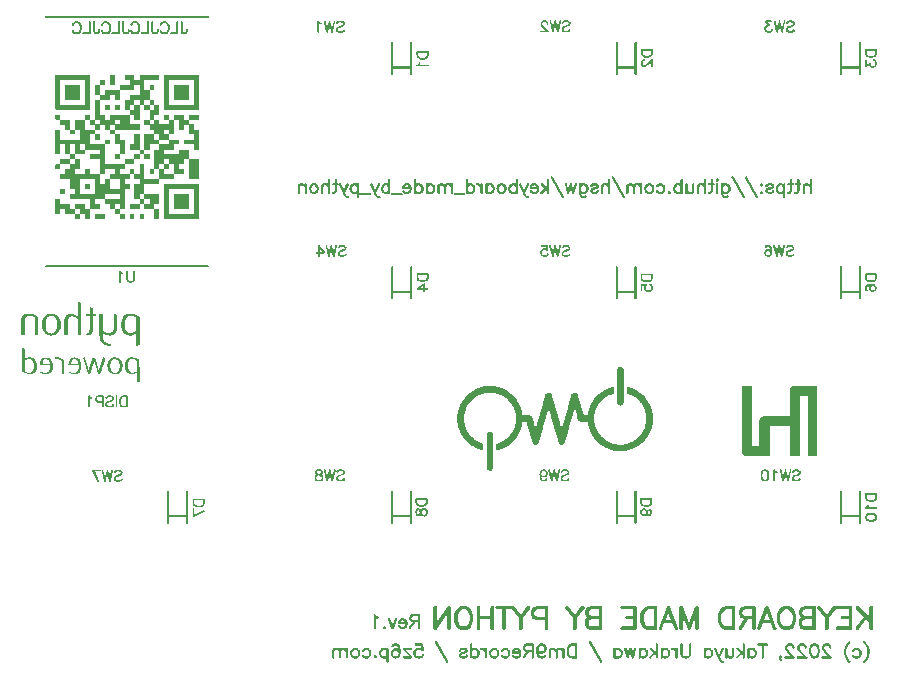
<source format=gbo>
G04 pcbflow Gerber RS-274X export*
G75*
%MOMM*%
%FSLAX34Y34*%
%LPD*%
%INBottom Silkscreen*%
%IPPOS*%
%AMOC8*
5,1,8,0,0,1.08239X$1,22.5*%
G01*
%ADD10C,0.010000*%
%TF.FileFunction,Legend,Bot*%G36*
X0148000Y0132000D02*
X0147981Y0131805D01*
X0147924Y0131617D01*
X0147831Y0131444D01*
X0147707Y0131293D01*
X0147556Y0131169D01*
X0147383Y0131076D01*
X0147195Y0131019D01*
X0147000Y0131000D01*
X0146805Y0131019D01*
X0146617Y0131076D01*
X0146444Y0131169D01*
X0146293Y0131293D01*
X0146169Y0131444D01*
X0146076Y0131617D01*
X0146019Y0131805D01*
X0146000Y0132000D01*
X0146000Y0137380D01*
X0146000Y0158000D01*
X0146019Y0158195D01*
X0146076Y0158383D01*
X0146169Y0158556D01*
X0146293Y0158707D01*
X0146444Y0158831D01*
X0146617Y0158924D01*
X0146805Y0158981D01*
X0147000Y0159000D01*
X0147195Y0158981D01*
X0147383Y0158924D01*
X0147556Y0158831D01*
X0147707Y0158707D01*
X0147831Y0158556D01*
X0147924Y0158383D01*
X0147981Y0158195D01*
X0148000Y0158000D01*
X0148000Y0138375D01*
X0162000Y0138375D01*
X0162000Y0158000D01*
X0162019Y0158195D01*
X0162076Y0158383D01*
X0162169Y0158556D01*
X0162293Y0158707D01*
X0162444Y0158831D01*
X0162617Y0158924D01*
X0162805Y0158981D01*
X0163000Y0159000D01*
X0163195Y0158981D01*
X0163383Y0158924D01*
X0163556Y0158831D01*
X0163707Y0158707D01*
X0163831Y0158556D01*
X0163924Y0158383D01*
X0163981Y0158195D01*
X0164000Y0158000D01*
X0164000Y0132000D01*
X0163981Y0131805D01*
X0163924Y0131617D01*
X0163831Y0131444D01*
X0163707Y0131293D01*
X0163556Y0131169D01*
X0163383Y0131076D01*
X0163195Y0131019D01*
X0163000Y0131000D01*
X0162805Y0131019D01*
X0162617Y0131076D01*
X0162444Y0131169D01*
X0162293Y0131293D01*
X0162169Y0131444D01*
X0162076Y0131617D01*
X0162019Y0131805D01*
X0162000Y0132000D01*
X0162000Y0136384D01*
X0148000Y0136380D01*
X0148000Y0132000D01*
G37*

G36*
X0083666Y0176784D02*
X0089613Y0176781D01*
X0089830Y0176727D01*
X0089962Y0176656D01*
X0090077Y0176562D01*
X0090210Y0176382D01*
X0090286Y0176171D01*
X0090300Y0176023D01*
X0090286Y0175874D01*
X0090210Y0175664D01*
X0090077Y0175484D01*
X0089962Y0175389D01*
X0089830Y0175319D01*
X0089687Y0175275D01*
X0089538Y0175261D01*
X0084912Y0175261D01*
X0088589Y0167531D01*
X0088633Y0167312D01*
X0088626Y0167163D01*
X0088590Y0167018D01*
X0088485Y0166820D01*
X0088385Y0166709D01*
X0088265Y0166620D01*
X0088130Y0166556D01*
X0087986Y0166519D01*
X0087836Y0166512D01*
X0087689Y0166533D01*
X0087548Y0166583D01*
X0087419Y0166660D01*
X0087309Y0166760D01*
X0087219Y0166879D01*
X0083017Y0175695D01*
X0082958Y0175874D01*
X0082944Y0176040D01*
X0082958Y0176171D01*
X0083001Y0176314D01*
X0083072Y0176446D01*
X0083166Y0176562D01*
X0083282Y0176656D01*
X0083414Y0176727D01*
X0083556Y0176770D01*
X0083666Y0176784D01*
G37*

G36*
X0107469Y0176235D02*
X0107577Y0176145D01*
X0108411Y0175312D01*
X0108544Y0175132D01*
X0108601Y0174994D01*
X0108634Y0174773D01*
X0108634Y0173939D01*
X0108605Y0173730D01*
X0108553Y0173599D01*
X0108096Y0172694D01*
X0107994Y0172567D01*
X0107577Y0172151D01*
X0107379Y0172008D01*
X0106446Y0171550D01*
X0103997Y0170734D01*
X0103323Y0170396D01*
X0103081Y0170155D01*
X0102800Y0169593D01*
X0102800Y0168838D01*
X0103283Y0168355D01*
X0104245Y0168035D01*
X0105665Y0168035D01*
X0106627Y0168355D01*
X0107333Y0169062D01*
X0107448Y0169156D01*
X0107580Y0169227D01*
X0107723Y0169270D01*
X0107946Y0169281D01*
X0108093Y0169252D01*
X0108231Y0169195D01*
X0108355Y0169112D01*
X0108461Y0169006D01*
X0108544Y0168882D01*
X0108601Y0168744D01*
X0108630Y0168597D01*
X0108630Y0168448D01*
X0108576Y0168231D01*
X0108505Y0168099D01*
X0108411Y0167984D01*
X0107577Y0167151D01*
X0107409Y0167023D01*
X0107279Y0166967D01*
X0106029Y0166550D01*
X0105870Y0166515D01*
X0104122Y0166511D01*
X0103960Y0166528D01*
X0102631Y0166967D01*
X0102442Y0167060D01*
X0102333Y0167151D01*
X0101500Y0167984D01*
X0101366Y0168164D01*
X0101291Y0168374D01*
X0101276Y0168523D01*
X0101276Y0169773D01*
X0101290Y0169913D01*
X0101357Y0170114D01*
X0101774Y0170947D01*
X0101916Y0171145D01*
X0102333Y0171562D01*
X0102460Y0171664D01*
X0103364Y0172121D01*
X0105913Y0172979D01*
X0106587Y0173316D01*
X0106829Y0173557D01*
X0107110Y0174119D01*
X0107110Y0174457D01*
X0106627Y0174940D01*
X0105665Y0175261D01*
X0104245Y0175261D01*
X0103283Y0174940D01*
X0102577Y0174234D01*
X0102398Y0174101D01*
X0102260Y0174044D01*
X0102113Y0174014D01*
X0101964Y0174014D01*
X0101747Y0174069D01*
X0101615Y0174139D01*
X0101500Y0174234D01*
X0101366Y0174414D01*
X0101309Y0174552D01*
X0101280Y0174698D01*
X0101280Y0174847D01*
X0101309Y0174994D01*
X0101366Y0175132D01*
X0101449Y0175256D01*
X0102333Y0176145D01*
X0102502Y0176272D01*
X0102631Y0176329D01*
X0103960Y0176767D01*
X0104122Y0176785D01*
X0105788Y0176785D01*
X0105951Y0176767D01*
X0107279Y0176329D01*
X0107469Y0176235D01*
G37*

G36*
X0091445Y0176764D02*
X0091668Y0176783D01*
X0091816Y0176760D01*
X0092021Y0176672D01*
X0092192Y0176528D01*
X0092314Y0176340D01*
X0092363Y0176199D01*
X0093705Y0170563D01*
X0095047Y0176199D01*
X0095096Y0176340D01*
X0095182Y0176484D01*
X0095283Y0176593D01*
X0095455Y0176708D01*
X0095612Y0176764D01*
X0095817Y0176784D01*
X0095982Y0176760D01*
X0096173Y0176681D01*
X0096294Y0176593D01*
X0096437Y0176422D01*
X0096525Y0176217D01*
X0097872Y0170563D01*
X0099214Y0176199D01*
X0099263Y0176340D01*
X0099338Y0176469D01*
X0099437Y0176581D01*
X0099556Y0176672D01*
X0099761Y0176760D01*
X0099909Y0176783D01*
X0100132Y0176764D01*
X0100273Y0176715D01*
X0100402Y0176640D01*
X0100562Y0176484D01*
X0100670Y0176288D01*
X0100716Y0176069D01*
X0100696Y0175846D01*
X0098613Y0167096D01*
X0098564Y0166955D01*
X0098478Y0166812D01*
X0098333Y0166666D01*
X0098190Y0166580D01*
X0097992Y0166520D01*
X0097769Y0166518D01*
X0097607Y0166558D01*
X0097425Y0166655D01*
X0097265Y0166812D01*
X0097179Y0166955D01*
X0097131Y0167096D01*
X0095788Y0172733D01*
X0094446Y0167096D01*
X0094390Y0166939D01*
X0094264Y0166754D01*
X0094089Y0166615D01*
X0093882Y0166531D01*
X0093751Y0166512D01*
X0093602Y0166518D01*
X0093387Y0166580D01*
X0093200Y0166702D01*
X0093056Y0166873D01*
X0092966Y0167088D01*
X0090881Y0175846D01*
X0090860Y0175994D01*
X0090885Y0176217D01*
X0090937Y0176357D01*
X0091015Y0176484D01*
X0091117Y0176593D01*
X0091304Y0176715D01*
X0091445Y0176764D01*
G37*

G36*
X0103497Y0229433D02*
X0103351Y0229462D01*
X0103213Y0229519D01*
X0103089Y0229602D01*
X0102983Y0229708D01*
X0102900Y0229832D01*
X0102843Y0229970D01*
X0102814Y0230117D01*
X0102814Y0239016D01*
X0102868Y0239233D01*
X0102939Y0239365D01*
X0103033Y0239480D01*
X0103213Y0239613D01*
X0103351Y0239670D01*
X0103497Y0239700D01*
X0103647Y0239700D01*
X0103793Y0239670D01*
X0103931Y0239613D01*
X0104056Y0239530D01*
X0104161Y0239425D01*
X0104244Y0239301D01*
X0104301Y0239163D01*
X0104331Y0239016D01*
X0104334Y0230191D01*
X0104301Y0229970D01*
X0104244Y0229832D01*
X0104161Y0229708D01*
X0104056Y0229602D01*
X0103931Y0229519D01*
X0103793Y0229462D01*
X0103647Y0229433D01*
X0103497Y0229433D01*
G37*

G36*
X0105766Y0233284D02*
X0105731Y0233443D01*
X0105727Y0235608D01*
X0105744Y0235770D01*
X0106183Y0237099D01*
X0106681Y0238103D01*
X0106783Y0238230D01*
X0107617Y0239063D01*
X0107725Y0239154D01*
X0107849Y0239222D01*
X0109165Y0239664D01*
X0109406Y0239703D01*
X0109406Y0238138D01*
X0108567Y0237859D01*
X0107948Y0237240D01*
X0107611Y0236566D01*
X0107251Y0235484D01*
X0107251Y0233648D01*
X0107611Y0232567D01*
X0107948Y0231893D01*
X0108567Y0231274D01*
X0109406Y0230995D01*
X0109406Y0229434D01*
X0109324Y0229434D01*
X0109165Y0229468D01*
X0107849Y0229910D01*
X0107725Y0229979D01*
X0107617Y0230069D01*
X0106729Y0230963D01*
X0106641Y0231101D01*
X0106224Y0231934D01*
X0105766Y0233284D01*
G37*

G36*
X0109406Y0239703D02*
X0112397Y0239700D01*
X0112543Y0239670D01*
X0112746Y0239575D01*
X0112911Y0239425D01*
X0113026Y0239233D01*
X0113070Y0239090D01*
X0113084Y0238941D01*
X0113081Y0230117D01*
X0113051Y0229970D01*
X0112994Y0229832D01*
X0112911Y0229708D01*
X0112806Y0229602D01*
X0112614Y0229487D01*
X0112471Y0229444D01*
X0112322Y0229429D01*
X0109406Y0229434D01*
X0109406Y0230995D01*
X0109529Y0230953D01*
X0111560Y0230953D01*
X0111560Y0238179D01*
X0109529Y0238179D01*
X0109406Y0238138D01*
X0109406Y0239703D01*
X0109406Y0239703D01*
G37*

G36*
X0100252Y0239154D02*
X0100361Y0239063D01*
X0101194Y0238230D01*
X0101328Y0238051D01*
X0101403Y0237840D01*
X0101418Y0237691D01*
X0101418Y0236858D01*
X0101388Y0236649D01*
X0101337Y0236517D01*
X0100880Y0235613D01*
X0100778Y0235486D01*
X0100361Y0235069D01*
X0100163Y0234926D01*
X0099230Y0234468D01*
X0096781Y0233652D01*
X0096107Y0233315D01*
X0095865Y0233073D01*
X0095584Y0232511D01*
X0095584Y0231757D01*
X0096067Y0231274D01*
X0097029Y0230953D01*
X0098449Y0230953D01*
X0099411Y0231274D01*
X0100117Y0231980D01*
X0100232Y0232075D01*
X0100364Y0232145D01*
X0100507Y0232189D01*
X0100656Y0232203D01*
X0100877Y0232170D01*
X0101015Y0232113D01*
X0101194Y0231980D01*
X0101289Y0231865D01*
X0101360Y0231733D01*
X0101403Y0231590D01*
X0101418Y0231441D01*
X0101403Y0231293D01*
X0101360Y0231150D01*
X0101289Y0231018D01*
X0101194Y0230902D01*
X0100361Y0230069D01*
X0100192Y0229942D01*
X0100063Y0229885D01*
X0098813Y0229468D01*
X0098654Y0229434D01*
X0096906Y0229429D01*
X0096743Y0229447D01*
X0095415Y0229885D01*
X0095225Y0229979D01*
X0095117Y0230069D01*
X0094283Y0230902D01*
X0094150Y0231082D01*
X0094093Y0231220D01*
X0094060Y0231441D01*
X0094060Y0232691D01*
X0094073Y0232832D01*
X0094141Y0233032D01*
X0094557Y0233865D01*
X0094700Y0234063D01*
X0095117Y0234480D01*
X0095244Y0234582D01*
X0096148Y0235040D01*
X0098697Y0235897D01*
X0099371Y0236234D01*
X0099613Y0236476D01*
X0099894Y0237038D01*
X0099894Y0237376D01*
X0099411Y0237859D01*
X0098449Y0238179D01*
X0097029Y0238179D01*
X0096067Y0237859D01*
X0095361Y0237152D01*
X0095181Y0237019D01*
X0095043Y0236962D01*
X0094897Y0236933D01*
X0094674Y0236944D01*
X0094531Y0236987D01*
X0094399Y0237058D01*
X0094283Y0237152D01*
X0094189Y0237268D01*
X0094118Y0237400D01*
X0094075Y0237543D01*
X0094060Y0237691D01*
X0094093Y0237913D01*
X0094150Y0238051D01*
X0094233Y0238175D01*
X0095117Y0239063D01*
X0095285Y0239191D01*
X0095415Y0239248D01*
X0096743Y0239686D01*
X0096906Y0239703D01*
X0098572Y0239703D01*
X0098734Y0239686D01*
X0100063Y0239248D01*
X0100252Y0239154D01*
G37*

G36*
X0085323Y0235884D02*
X0085310Y0236025D01*
X0085313Y0237345D01*
X0085339Y0237484D01*
X0085391Y0237615D01*
X0085848Y0238520D01*
X0085950Y0238647D01*
X0086419Y0239111D01*
X0086535Y0239191D01*
X0086665Y0239248D01*
X0087915Y0239664D01*
X0088156Y0239703D01*
X0088989Y0239703D01*
X0088989Y0238179D01*
X0088279Y0238179D01*
X0087317Y0237859D01*
X0087115Y0237657D01*
X0086834Y0237095D01*
X0086834Y0236205D01*
X0087115Y0235643D01*
X0087317Y0235441D01*
X0088279Y0235120D01*
X0088989Y0235120D01*
X0088989Y0233596D01*
X0088156Y0233596D01*
X0087993Y0233613D01*
X0086665Y0234052D01*
X0086535Y0234109D01*
X0086367Y0234236D01*
X0085895Y0234713D01*
X0085807Y0234851D01*
X0085391Y0235684D01*
X0085323Y0235884D01*
G37*

G36*
X0091980Y0239700D02*
X0092127Y0239670D01*
X0092265Y0239613D01*
X0092389Y0239530D01*
X0092495Y0239425D01*
X0092610Y0239233D01*
X0092653Y0239090D01*
X0092668Y0238941D01*
X0092668Y0230191D01*
X0092653Y0230043D01*
X0092610Y0229900D01*
X0092495Y0229708D01*
X0092329Y0229558D01*
X0092197Y0229487D01*
X0092054Y0229444D01*
X0091906Y0229429D01*
X0091757Y0229444D01*
X0091614Y0229487D01*
X0091482Y0229558D01*
X0091367Y0229652D01*
X0091272Y0229768D01*
X0091202Y0229900D01*
X0091158Y0230043D01*
X0091144Y0230191D01*
X0091144Y0233596D01*
X0088989Y0233596D01*
X0088989Y0235120D01*
X0091144Y0235120D01*
X0091144Y0238179D01*
X0088989Y0238179D01*
X0088989Y0239703D01*
X0091980Y0239700D01*
G37*

G36*
X0080314Y0229433D02*
X0080164Y0229433D01*
X0080018Y0229462D01*
X0079880Y0229519D01*
X0079755Y0229602D01*
X0079650Y0229708D01*
X0079535Y0229900D01*
X0079491Y0230043D01*
X0079477Y0230191D01*
X0079481Y0239016D01*
X0079535Y0239233D01*
X0079605Y0239365D01*
X0079755Y0239530D01*
X0079947Y0239645D01*
X0080090Y0239689D01*
X0080314Y0239700D01*
X0080460Y0239670D01*
X0080662Y0239575D01*
X0080778Y0239480D01*
X0081940Y0238318D01*
X0082663Y0237956D01*
X0082846Y0237828D01*
X0082944Y0237715D01*
X0083018Y0237585D01*
X0083078Y0237370D01*
X0083082Y0237221D01*
X0083057Y0237073D01*
X0083004Y0236934D01*
X0082924Y0236807D01*
X0082821Y0236699D01*
X0082700Y0236613D01*
X0082563Y0236552D01*
X0082417Y0236519D01*
X0082268Y0236515D01*
X0082050Y0236563D01*
X0081148Y0237010D01*
X0081001Y0237107D01*
X0080997Y0230117D01*
X0080968Y0229970D01*
X0080911Y0229832D01*
X0080828Y0229708D01*
X0080722Y0229602D01*
X0080598Y0229519D01*
X0080460Y0229462D01*
X0080314Y0229433D01*
G37*

G36*
X0114597Y0257390D02*
X0114590Y0257790D01*
X0113793Y0257793D01*
X0113790Y0258190D01*
X0113394Y0258192D01*
X0113390Y0258590D01*
X0112994Y0258592D01*
X0112990Y0258990D01*
X0112591Y0258995D01*
X0112590Y0259390D01*
X0112195Y0259391D01*
X0112190Y0259790D01*
X0111792Y0259794D01*
X0111790Y0260190D01*
X0111392Y0260194D01*
X0111390Y0260990D01*
X0110991Y0260996D01*
X0110990Y0263390D01*
X0110590Y0263400D01*
X0110590Y0266201D01*
X0110990Y0266210D01*
X0110990Y0268202D01*
X0111390Y0268210D01*
X0111393Y0269007D01*
X0111790Y0269010D01*
X0111792Y0269806D01*
X0112190Y0269810D01*
X0112192Y0270206D01*
X0112590Y0270210D01*
X0112592Y0270606D01*
X0112990Y0270610D01*
X0112991Y0271005D01*
X0113390Y0271010D01*
X0113396Y0271409D01*
X0114990Y0271410D01*
X0114999Y0271810D01*
X0116800Y0271810D01*
X0116800Y0270590D01*
X0116210Y0270590D01*
X0116203Y0270190D01*
X0115010Y0270190D01*
X0115007Y0269793D01*
X0114610Y0269790D01*
X0114609Y0269395D01*
X0114210Y0269390D01*
X0114206Y0268992D01*
X0113810Y0268990D01*
X0113810Y0267797D01*
X0113410Y0267790D01*
X0113410Y0264598D01*
X0113010Y0264590D01*
X0113010Y0264210D01*
X0113410Y0264202D01*
X0113410Y0261810D01*
X0113810Y0261803D01*
X0113810Y0260610D01*
X0114207Y0260607D01*
X0114210Y0260210D01*
X0114606Y0260208D01*
X0114610Y0259810D01*
X0115009Y0259805D01*
X0115010Y0259410D01*
X0115408Y0259406D01*
X0115410Y0259010D01*
X0116603Y0259010D01*
X0116610Y0258610D01*
X0116800Y0258610D01*
X0116800Y0257390D01*
X0114597Y0257390D01*
G37*

G36*
X0116800Y0257390D02*
X0116800Y0258610D01*
X0116990Y0258610D01*
X0116997Y0259010D01*
X0118590Y0259010D01*
X0118596Y0259409D01*
X0119790Y0259410D01*
X0119795Y0259809D01*
X0120590Y0259810D01*
X0120590Y0268990D01*
X0120195Y0268991D01*
X0120190Y0269390D01*
X0119800Y0269390D01*
X0119790Y0269790D01*
X0118993Y0269793D01*
X0118990Y0270190D01*
X0117797Y0270190D01*
X0117790Y0270590D01*
X0116800Y0270590D01*
X0116800Y0271810D01*
X0117802Y0271810D01*
X0117810Y0271410D01*
X0119804Y0271409D01*
X0119810Y0271010D01*
X0120604Y0271009D01*
X0120610Y0270610D01*
X0121404Y0270609D01*
X0121410Y0270210D01*
X0122203Y0270210D01*
X0122210Y0269810D01*
X0122609Y0269804D01*
X0122610Y0263810D01*
X0123010Y0263800D01*
X0123009Y0251395D01*
X0122610Y0251390D01*
X0122603Y0250990D01*
X0121810Y0250990D01*
X0121804Y0250591D01*
X0120995Y0250591D01*
X0120990Y0252590D01*
X0120590Y0252599D01*
X0120590Y0258590D01*
X0120210Y0258590D01*
X0120203Y0258190D01*
X0119410Y0258190D01*
X0119404Y0257791D01*
X0118610Y0257790D01*
X0118602Y0257390D01*
X0116800Y0257390D01*
G37*

G36*
X0076992Y0264994D02*
X0076990Y0266190D01*
X0076590Y0266197D01*
X0076590Y0267790D01*
X0076192Y0267794D01*
X0076190Y0268990D01*
X0075790Y0268997D01*
X0075790Y0270590D01*
X0075391Y0270595D01*
X0075394Y0271408D01*
X0076190Y0271410D01*
X0076193Y0271807D01*
X0076602Y0271810D01*
X0076610Y0271010D01*
X0077009Y0271004D01*
X0077010Y0269810D01*
X0077410Y0269801D01*
X0077410Y0268210D01*
X0077809Y0268205D01*
X0077810Y0267010D01*
X0078207Y0267007D01*
X0078210Y0266210D01*
X0078610Y0266202D01*
X0078610Y0264210D01*
X0079007Y0264207D01*
X0079010Y0263410D01*
X0079410Y0263402D01*
X0079410Y0261410D01*
X0080190Y0261410D01*
X0080190Y0262603D01*
X0080590Y0262610D01*
X0080590Y0263802D01*
X0080990Y0263810D01*
X0080991Y0264605D01*
X0081390Y0264610D01*
X0081390Y0266203D01*
X0081790Y0266210D01*
X0081793Y0267007D01*
X0082190Y0267010D01*
X0082190Y0269003D01*
X0082590Y0269010D01*
X0082593Y0269807D01*
X0082990Y0269810D01*
X0082990Y0271402D01*
X0083390Y0271410D01*
X0083394Y0271808D01*
X0083807Y0271807D01*
X0083810Y0271410D01*
X0085405Y0271409D01*
X0085410Y0270610D01*
X0085809Y0270604D01*
X0085810Y0269010D01*
X0086209Y0269005D01*
X0086210Y0267810D01*
X0086607Y0267807D01*
X0086610Y0267010D01*
X0087010Y0267003D01*
X0087010Y0265010D01*
X0087407Y0265007D01*
X0087410Y0264210D01*
X0087810Y0264203D01*
X0087810Y0262610D01*
X0088210Y0262603D01*
X0088210Y0261410D01*
X0088990Y0261410D01*
X0088990Y0263003D01*
X0089390Y0263010D01*
X0089393Y0263807D01*
X0089790Y0263810D01*
X0089791Y0265405D01*
X0090190Y0265410D01*
X0090193Y0266207D01*
X0090590Y0266210D01*
X0090590Y0268202D01*
X0090990Y0268210D01*
X0090993Y0269007D01*
X0091390Y0269010D01*
X0091390Y0270601D01*
X0091790Y0270610D01*
X0091791Y0271805D01*
X0092605Y0271809D01*
X0092610Y0271410D01*
X0093808Y0271406D01*
X0093810Y0269799D01*
X0093410Y0269790D01*
X0093410Y0268197D01*
X0093010Y0268190D01*
X0093010Y0266998D01*
X0092610Y0266990D01*
X0092609Y0266195D01*
X0092210Y0266190D01*
X0092210Y0265810D01*
X0092609Y0265805D01*
X0092610Y0265397D01*
X0092210Y0265390D01*
X0092210Y0264198D01*
X0091810Y0264190D01*
X0091809Y0263395D01*
X0091410Y0263390D01*
X0091410Y0261797D01*
X0091010Y0261790D01*
X0091010Y0260597D01*
X0090610Y0260590D01*
X0090610Y0258997D01*
X0090210Y0258990D01*
X0090210Y0258197D01*
X0089810Y0258190D01*
X0089806Y0257392D01*
X0088995Y0257391D01*
X0088990Y0257790D01*
X0087791Y0257796D01*
X0087790Y0259390D01*
X0087391Y0259395D01*
X0087390Y0260190D01*
X0086990Y0260198D01*
X0086990Y0261390D01*
X0086590Y0261397D01*
X0086591Y0261805D01*
X0086990Y0261810D01*
X0086990Y0262190D01*
X0086593Y0262193D01*
X0086590Y0262990D01*
X0086190Y0262997D01*
X0086190Y0264190D01*
X0085790Y0264199D01*
X0085790Y0265790D01*
X0085392Y0265794D01*
X0085390Y0266990D01*
X0084990Y0266998D01*
X0084990Y0268190D01*
X0084610Y0268190D01*
X0084605Y0267791D01*
X0084210Y0267790D01*
X0084210Y0266197D01*
X0083810Y0266190D01*
X0083810Y0264998D01*
X0083410Y0264990D01*
X0083409Y0264195D01*
X0083010Y0264190D01*
X0083010Y0262198D01*
X0082610Y0262190D01*
X0082607Y0261393D01*
X0082210Y0261390D01*
X0082210Y0259798D01*
X0081810Y0259790D01*
X0081807Y0258993D01*
X0081410Y0258990D01*
X0081408Y0257394D01*
X0080198Y0257390D01*
X0080190Y0257790D01*
X0079394Y0257792D01*
X0079390Y0258590D01*
X0078993Y0258593D01*
X0078990Y0259390D01*
X0078600Y0259390D01*
X0078590Y0261390D01*
X0078191Y0261395D01*
X0078190Y0262190D01*
X0077790Y0262198D01*
X0077790Y0263390D01*
X0077390Y0263397D01*
X0077390Y0264990D01*
X0076992Y0264994D01*
G37*

G36*
X0097390Y0269410D02*
X0097392Y0269806D01*
X0097790Y0269810D01*
X0097792Y0270206D01*
X0098190Y0270210D01*
X0098192Y0270606D01*
X0098590Y0270610D01*
X0098591Y0271005D01*
X0098990Y0271010D01*
X0098996Y0271409D01*
X0100590Y0271410D01*
X0100600Y0271810D01*
X0102200Y0271810D01*
X0102200Y0270190D01*
X0102197Y0270190D01*
X0102190Y0270590D01*
X0101810Y0270590D01*
X0101803Y0270190D01*
X0100610Y0270190D01*
X0100609Y0269795D01*
X0100210Y0269790D01*
X0100205Y0269391D01*
X0099410Y0269390D01*
X0099408Y0268594D01*
X0099010Y0268590D01*
X0099005Y0268191D01*
X0098610Y0268190D01*
X0098610Y0266600D01*
X0098210Y0266590D01*
X0098210Y0262610D01*
X0098609Y0262604D01*
X0098610Y0261410D01*
X0099007Y0261407D01*
X0099010Y0260610D01*
X0099409Y0260605D01*
X0099410Y0259810D01*
X0099805Y0259809D01*
X0099810Y0259410D01*
X0100207Y0259407D01*
X0100210Y0259010D01*
X0101006Y0259008D01*
X0101010Y0258610D01*
X0102200Y0258610D01*
X0102200Y0257390D01*
X0100200Y0257390D01*
X0100190Y0257790D01*
X0099394Y0257792D01*
X0099390Y0258190D01*
X0098991Y0258195D01*
X0098990Y0258590D01*
X0098194Y0258592D01*
X0098190Y0258990D01*
X0097794Y0258992D01*
X0097790Y0259390D01*
X0097395Y0259391D01*
X0097390Y0259790D01*
X0096991Y0259795D01*
X0096990Y0260590D01*
X0096593Y0260593D01*
X0096590Y0261390D01*
X0096190Y0261398D01*
X0096190Y0263390D01*
X0095790Y0263399D01*
X0095790Y0266600D01*
X0096190Y0266610D01*
X0096190Y0268203D01*
X0096590Y0268210D01*
X0096592Y0269006D01*
X0096990Y0269010D01*
X0096992Y0269406D01*
X0097390Y0269410D01*
G37*

G36*
X0103401Y0271810D02*
X0103410Y0271410D01*
X0105004Y0271409D01*
X0105010Y0271010D01*
X0105409Y0271005D01*
X0105410Y0270610D01*
X0105808Y0270606D01*
X0105810Y0270210D01*
X0106208Y0270206D01*
X0106210Y0269810D01*
X0106608Y0269806D01*
X0106610Y0269410D01*
X0107008Y0269406D01*
X0107010Y0269010D01*
X0107408Y0269006D01*
X0107410Y0268610D01*
X0107808Y0268606D01*
X0107810Y0267810D01*
X0108209Y0267804D01*
X0108210Y0265810D01*
X0108610Y0265800D01*
X0108610Y0263399D01*
X0108210Y0263390D01*
X0108210Y0261397D01*
X0107810Y0261390D01*
X0107810Y0260597D01*
X0107410Y0260590D01*
X0107408Y0259794D01*
X0107010Y0259790D01*
X0107008Y0259394D01*
X0106610Y0259390D01*
X0106608Y0258994D01*
X0106210Y0258990D01*
X0106208Y0258594D01*
X0105810Y0258590D01*
X0105809Y0258195D01*
X0105410Y0258190D01*
X0105404Y0257791D01*
X0104210Y0257790D01*
X0104201Y0257390D01*
X0102200Y0257390D01*
X0102200Y0258610D01*
X0103390Y0258610D01*
X0103391Y0259005D01*
X0103790Y0259010D01*
X0103794Y0259408D01*
X0104590Y0259410D01*
X0104593Y0259807D01*
X0104990Y0259810D01*
X0104992Y0260606D01*
X0105390Y0260610D01*
X0105392Y0261406D01*
X0105790Y0261410D01*
X0105791Y0263004D01*
X0106190Y0263010D01*
X0106190Y0266590D01*
X0105791Y0266596D01*
X0105790Y0267790D01*
X0105391Y0267795D01*
X0105390Y0268590D01*
X0104993Y0268593D01*
X0104990Y0268990D01*
X0104595Y0268991D01*
X0104590Y0269390D01*
X0104192Y0269394D01*
X0104190Y0269790D01*
X0103395Y0269791D01*
X0103390Y0270190D01*
X0102200Y0270190D01*
X0102200Y0271810D01*
X0103401Y0271810D01*
G37*

G36*
X0059010Y0269402D02*
X0059010Y0263010D01*
X0059410Y0263001D01*
X0059402Y0257390D01*
X0057398Y0257390D01*
X0057390Y0257790D01*
X0056990Y0257798D01*
X0056990Y0268990D01*
X0056593Y0268993D01*
X0056590Y0269390D01*
X0055794Y0269392D01*
X0055790Y0269790D01*
X0054595Y0269791D01*
X0054590Y0270190D01*
X0051795Y0270191D01*
X0051790Y0270990D01*
X0051390Y0270997D01*
X0051390Y0271802D01*
X0054602Y0271810D01*
X0054610Y0271410D01*
X0055802Y0271410D01*
X0055810Y0271010D01*
X0056600Y0271010D01*
X0056610Y0270610D01*
X0057806Y0270608D01*
X0057810Y0270210D01*
X0058206Y0270208D01*
X0058210Y0269810D01*
X0058605Y0269809D01*
X0058610Y0269410D01*
X0059010Y0269402D01*
G37*

G36*
X0038596Y0264991D02*
X0038590Y0267403D01*
X0038990Y0267410D01*
X0038991Y0268604D01*
X0039390Y0268610D01*
X0039390Y0269403D01*
X0039790Y0269410D01*
X0039791Y0270205D01*
X0040190Y0270210D01*
X0040191Y0270605D01*
X0040590Y0270610D01*
X0040595Y0271009D01*
X0041390Y0271010D01*
X0041399Y0271410D01*
X0043390Y0271410D01*
X0043399Y0271810D01*
X0044200Y0271809D01*
X0044200Y0270590D01*
X0043010Y0270590D01*
X0043006Y0270192D01*
X0042210Y0270190D01*
X0042207Y0269793D01*
X0041810Y0269790D01*
X0041805Y0269391D01*
X0041410Y0269390D01*
X0041410Y0268197D01*
X0041010Y0268190D01*
X0041010Y0265810D01*
X0044200Y0265810D01*
X0044200Y0264990D01*
X0038596Y0264991D01*
G37*

G36*
X0040998Y0257390D02*
X0040990Y0257790D01*
X0040197Y0257790D01*
X0040190Y0258190D01*
X0039397Y0258190D01*
X0039390Y0258590D01*
X0038590Y0258599D01*
X0038590Y0259403D01*
X0038990Y0259410D01*
X0038999Y0259810D01*
X0039805Y0259809D01*
X0039810Y0259410D01*
X0041004Y0259409D01*
X0041010Y0259010D01*
X0042600Y0259010D01*
X0042610Y0258610D01*
X0044190Y0258610D01*
X0044194Y0259008D01*
X0044200Y0259008D01*
X0044200Y0257390D01*
X0040998Y0257390D01*
G37*

G36*
X0046191Y0260605D02*
X0046590Y0260610D01*
X0046593Y0261407D01*
X0046990Y0261410D01*
X0046990Y0263401D01*
X0047390Y0263410D01*
X0047390Y0264190D01*
X0046991Y0264195D01*
X0046990Y0264990D01*
X0044200Y0264990D01*
X0044200Y0265810D01*
X0046590Y0265810D01*
X0046593Y0266207D01*
X0046990Y0266210D01*
X0046990Y0268190D01*
X0046595Y0268191D01*
X0046590Y0268590D01*
X0046192Y0268594D01*
X0046190Y0269390D01*
X0045793Y0269393D01*
X0045790Y0269790D01*
X0044994Y0269792D01*
X0044990Y0270190D01*
X0044591Y0270195D01*
X0044590Y0270590D01*
X0044200Y0270590D01*
X0044200Y0271809D01*
X0044205Y0271809D01*
X0044210Y0271410D01*
X0046203Y0271410D01*
X0046210Y0271010D01*
X0047006Y0271008D01*
X0047010Y0270610D01*
X0047409Y0270605D01*
X0047410Y0270210D01*
X0047808Y0270206D01*
X0047810Y0269810D01*
X0048208Y0269806D01*
X0048210Y0269010D01*
X0048610Y0269003D01*
X0048610Y0268210D01*
X0049009Y0268204D01*
X0049010Y0267010D01*
X0049410Y0267001D01*
X0049410Y0265410D01*
X0049810Y0265401D01*
X0049810Y0262597D01*
X0049410Y0262590D01*
X0049409Y0261396D01*
X0049010Y0261390D01*
X0049010Y0260597D01*
X0048610Y0260590D01*
X0048608Y0259794D01*
X0048210Y0259790D01*
X0048205Y0259391D01*
X0047810Y0259390D01*
X0047808Y0258594D01*
X0047010Y0258590D01*
X0047009Y0258195D01*
X0046610Y0258190D01*
X0046607Y0257793D01*
X0045810Y0257790D01*
X0045803Y0257390D01*
X0044200Y0257390D01*
X0044200Y0259008D01*
X0044990Y0259010D01*
X0044994Y0259408D01*
X0045790Y0259410D01*
X0045793Y0259807D01*
X0046190Y0259810D01*
X0046191Y0260605D01*
G37*

G36*
X0062595Y0264991D02*
X0062590Y0266202D01*
X0062990Y0266210D01*
X0062990Y0267801D01*
X0063390Y0267810D01*
X0063391Y0269004D01*
X0063790Y0269010D01*
X0063792Y0269806D01*
X0064190Y0269810D01*
X0064191Y0270205D01*
X0064590Y0270210D01*
X0064594Y0270608D01*
X0064990Y0270610D01*
X0064993Y0271007D01*
X0065790Y0271010D01*
X0065797Y0271410D01*
X0067790Y0271410D01*
X0067795Y0271809D01*
X0068200Y0271809D01*
X0068200Y0270590D01*
X0067410Y0270590D01*
X0067406Y0270192D01*
X0066610Y0270190D01*
X0066607Y0269793D01*
X0066210Y0269790D01*
X0066209Y0269395D01*
X0065810Y0269390D01*
X0065806Y0268992D01*
X0065410Y0268990D01*
X0065410Y0267797D01*
X0065010Y0267790D01*
X0065010Y0265810D01*
X0068200Y0265810D01*
X0068200Y0264990D01*
X0062595Y0264991D01*
G37*

G36*
X0065398Y0257390D02*
X0065390Y0257790D01*
X0064597Y0257790D01*
X0064590Y0258190D01*
X0063797Y0258190D01*
X0063790Y0258590D01*
X0062990Y0258598D01*
X0062990Y0259403D01*
X0063390Y0259410D01*
X0063398Y0259810D01*
X0063807Y0259807D01*
X0063810Y0259410D01*
X0065005Y0259409D01*
X0065010Y0259010D01*
X0066601Y0259010D01*
X0066610Y0258610D01*
X0068190Y0258610D01*
X0068193Y0259007D01*
X0068200Y0259007D01*
X0068200Y0257390D01*
X0065398Y0257390D01*
G37*

G36*
X0070190Y0259810D02*
X0070193Y0260207D01*
X0070590Y0260210D01*
X0070592Y0261006D01*
X0070990Y0261010D01*
X0070991Y0262205D01*
X0071390Y0262210D01*
X0071390Y0264990D01*
X0068200Y0264990D01*
X0068200Y0265810D01*
X0070590Y0265810D01*
X0070590Y0266200D01*
X0071390Y0266210D01*
X0071390Y0266590D01*
X0070991Y0266596D01*
X0070990Y0268590D01*
X0070595Y0268591D01*
X0070590Y0268990D01*
X0070192Y0268994D01*
X0070190Y0269790D01*
X0069395Y0269791D01*
X0069390Y0270190D01*
X0068593Y0270193D01*
X0068590Y0270590D01*
X0068200Y0270590D01*
X0068200Y0271809D01*
X0068600Y0271810D01*
X0068610Y0271410D01*
X0070604Y0271409D01*
X0070610Y0271010D01*
X0071009Y0271005D01*
X0071010Y0270610D01*
X0071803Y0270610D01*
X0071810Y0270210D01*
X0072208Y0270206D01*
X0072210Y0269410D01*
X0072608Y0269406D01*
X0072610Y0268610D01*
X0073010Y0268603D01*
X0073010Y0267810D01*
X0073410Y0267803D01*
X0073410Y0266610D01*
X0073810Y0266603D01*
X0073810Y0262199D01*
X0073410Y0262190D01*
X0073409Y0260996D01*
X0073010Y0260990D01*
X0073010Y0260197D01*
X0072610Y0260190D01*
X0072609Y0259395D01*
X0072210Y0259390D01*
X0072205Y0258991D01*
X0071810Y0258990D01*
X0071806Y0258592D01*
X0071410Y0258590D01*
X0071407Y0258193D01*
X0070610Y0258190D01*
X0070603Y0257790D01*
X0069810Y0257790D01*
X0069802Y0257390D01*
X0068200Y0257390D01*
X0068200Y0259007D01*
X0068990Y0259010D01*
X0068995Y0259409D01*
X0069790Y0259410D01*
X0069791Y0259805D01*
X0070190Y0259810D01*
G37*

G36*
X0028590Y0271410D02*
X0028599Y0271810D01*
X0029800Y0271810D01*
X0029800Y0270590D01*
X0029010Y0270590D01*
X0029002Y0270190D01*
X0027810Y0270190D01*
X0027806Y0269792D01*
X0027010Y0269790D01*
X0027006Y0269392D01*
X0026210Y0269390D01*
X0026207Y0268993D01*
X0025810Y0268990D01*
X0025810Y0262210D01*
X0026210Y0262202D01*
X0026210Y0259810D01*
X0026607Y0259807D01*
X0026610Y0259410D01*
X0027802Y0259410D01*
X0027810Y0259010D01*
X0028605Y0259009D01*
X0028610Y0258610D01*
X0029800Y0258610D01*
X0029800Y0257391D01*
X0028197Y0257390D01*
X0028190Y0257790D01*
X0027395Y0257791D01*
X0027390Y0258190D01*
X0026196Y0258191D01*
X0026190Y0258590D01*
X0025395Y0258591D01*
X0025390Y0258990D01*
X0024991Y0258995D01*
X0024990Y0259390D01*
X0024197Y0259390D01*
X0024190Y0259790D01*
X0023791Y0259796D01*
X0023790Y0279800D01*
X0024207Y0279807D01*
X0024210Y0279410D01*
X0025006Y0279408D01*
X0025010Y0279010D01*
X0025810Y0279002D01*
X0025810Y0271010D01*
X0026990Y0271010D01*
X0026999Y0271410D01*
X0028590Y0271410D01*
G37*

G36*
X0031401Y0271810D02*
X0031410Y0271410D01*
X0033004Y0271409D01*
X0033010Y0271010D01*
X0033409Y0271005D01*
X0033410Y0270610D01*
X0033808Y0270606D01*
X0033810Y0270210D01*
X0034208Y0270206D01*
X0034210Y0269810D01*
X0034608Y0269806D01*
X0034610Y0269010D01*
X0035007Y0269007D01*
X0035010Y0268210D01*
X0035410Y0268203D01*
X0035410Y0267410D01*
X0035809Y0267404D01*
X0035809Y0261396D01*
X0035410Y0261390D01*
X0035410Y0260597D01*
X0035010Y0260590D01*
X0035008Y0259794D01*
X0034610Y0259790D01*
X0034608Y0259394D01*
X0034210Y0259390D01*
X0034208Y0258994D01*
X0033810Y0258990D01*
X0033808Y0258594D01*
X0033410Y0258590D01*
X0033409Y0258195D01*
X0033010Y0258190D01*
X0033006Y0257792D01*
X0032210Y0257790D01*
X0032204Y0257391D01*
X0029800Y0257391D01*
X0029800Y0258610D01*
X0030990Y0258610D01*
X0030992Y0259006D01*
X0031390Y0259010D01*
X0031391Y0259405D01*
X0031790Y0259410D01*
X0031794Y0259808D01*
X0032190Y0259810D01*
X0032193Y0260207D01*
X0032590Y0260210D01*
X0032595Y0260609D01*
X0032990Y0260610D01*
X0032990Y0261803D01*
X0033390Y0261810D01*
X0033390Y0264202D01*
X0033790Y0264210D01*
X0033790Y0264990D01*
X0033390Y0264999D01*
X0033390Y0266990D01*
X0032991Y0266996D01*
X0032990Y0268190D01*
X0032591Y0268195D01*
X0032590Y0268990D01*
X0032194Y0268992D01*
X0032190Y0269390D01*
X0031791Y0269395D01*
X0031790Y0269790D01*
X0031393Y0269793D01*
X0031390Y0270190D01*
X0030197Y0270190D01*
X0030190Y0270590D01*
X0029800Y0270590D01*
X0029800Y0271810D01*
X0031401Y0271810D01*
G37*

G36*
X0093810Y0284610D02*
X0094603Y0284610D01*
X0094610Y0284210D01*
X0095406Y0284208D01*
X0095410Y0283810D01*
X0096604Y0283809D01*
X0096610Y0283410D01*
X0099005Y0283409D01*
X0099008Y0281794D01*
X0095399Y0281790D01*
X0095390Y0282190D01*
X0094194Y0282192D01*
X0094190Y0282590D01*
X0092995Y0282591D01*
X0092990Y0282990D01*
X0092194Y0282992D01*
X0092190Y0283390D01*
X0091795Y0283391D01*
X0091790Y0283790D01*
X0091392Y0283794D01*
X0091390Y0284190D01*
X0090992Y0284194D01*
X0090990Y0284590D01*
X0090592Y0284594D01*
X0090590Y0284990D01*
X0090192Y0284994D01*
X0090190Y0285790D01*
X0089790Y0285797D01*
X0089790Y0286590D01*
X0089391Y0286596D01*
X0089391Y0287005D01*
X0089790Y0287010D01*
X0089790Y0287390D01*
X0089390Y0287397D01*
X0089390Y0290190D01*
X0088990Y0290200D01*
X0088991Y0308205D01*
X0091810Y0308202D01*
X0091810Y0293810D01*
X0092606Y0293808D01*
X0092610Y0293410D01*
X0093009Y0293405D01*
X0093010Y0293010D01*
X0094202Y0293010D01*
X0094210Y0292610D01*
X0095404Y0292609D01*
X0095410Y0292210D01*
X0097790Y0292210D01*
X0097795Y0292609D01*
X0098990Y0292610D01*
X0098991Y0293005D01*
X0099390Y0293010D01*
X0099394Y0293408D01*
X0100190Y0293410D01*
X0100190Y0294203D01*
X0100590Y0294210D01*
X0100591Y0295005D01*
X0100990Y0295010D01*
X0100990Y0308601D01*
X0102605Y0308609D01*
X0102610Y0308210D01*
X0103009Y0308205D01*
X0103010Y0307810D01*
X0103810Y0307801D01*
X0103810Y0293800D01*
X0103410Y0293790D01*
X0103409Y0292995D01*
X0103010Y0292990D01*
X0103005Y0292591D01*
X0102610Y0292590D01*
X0102606Y0292192D01*
X0102210Y0292190D01*
X0102206Y0291792D01*
X0101810Y0291790D01*
X0101806Y0291392D01*
X0101410Y0291390D01*
X0101405Y0290991D01*
X0100210Y0290990D01*
X0100201Y0290590D01*
X0098610Y0290590D01*
X0098601Y0290190D01*
X0097397Y0290190D01*
X0097390Y0290590D01*
X0094998Y0290590D01*
X0094990Y0290990D01*
X0093397Y0290990D01*
X0093390Y0291390D01*
X0092197Y0291390D01*
X0092190Y0291790D01*
X0091810Y0291790D01*
X0091810Y0287810D01*
X0092209Y0287804D01*
X0092210Y0286210D01*
X0092608Y0286206D01*
X0092610Y0285410D01*
X0093007Y0285407D01*
X0093010Y0285010D01*
X0093805Y0285009D01*
X0093810Y0284610D01*
G37*

G36*
X0109390Y0306210D02*
X0109395Y0306609D01*
X0109790Y0306610D01*
X0109794Y0307008D01*
X0110190Y0307010D01*
X0110194Y0307408D01*
X0110590Y0307410D01*
X0110594Y0307808D01*
X0111390Y0307810D01*
X0111397Y0308210D01*
X0112190Y0308210D01*
X0112197Y0308610D01*
X0115200Y0308610D01*
X0115200Y0306990D01*
X0113810Y0306990D01*
X0113805Y0306591D01*
X0113010Y0306590D01*
X0113009Y0306195D01*
X0112610Y0306190D01*
X0112607Y0305793D01*
X0112210Y0305790D01*
X0112205Y0305391D01*
X0111810Y0305390D01*
X0111810Y0304597D01*
X0111410Y0304590D01*
X0111408Y0303794D01*
X0111010Y0303790D01*
X0111010Y0300999D01*
X0110610Y0300990D01*
X0110610Y0298210D01*
X0111010Y0298201D01*
X0111010Y0295410D01*
X0111408Y0295406D01*
X0111410Y0294610D01*
X0111810Y0294603D01*
X0111810Y0293810D01*
X0112207Y0293807D01*
X0112210Y0293410D01*
X0112609Y0293405D01*
X0112610Y0293010D01*
X0113405Y0293009D01*
X0113410Y0292610D01*
X0114207Y0292607D01*
X0114210Y0292210D01*
X0115200Y0292210D01*
X0115200Y0290190D01*
X0113799Y0290190D01*
X0113790Y0290590D01*
X0112197Y0290590D01*
X0112190Y0290990D01*
X0111393Y0290993D01*
X0111390Y0291390D01*
X0110595Y0291391D01*
X0110590Y0291790D01*
X0110191Y0291795D01*
X0110190Y0292190D01*
X0109792Y0292194D01*
X0109790Y0292590D01*
X0109392Y0292594D01*
X0109390Y0292990D01*
X0108992Y0292994D01*
X0108990Y0293790D01*
X0108595Y0293791D01*
X0108590Y0294190D01*
X0108190Y0294197D01*
X0108190Y0295390D01*
X0107790Y0295398D01*
X0107790Y0296590D01*
X0107390Y0296598D01*
X0107390Y0301800D01*
X0107790Y0301810D01*
X0107790Y0303403D01*
X0108190Y0303410D01*
X0108190Y0304603D01*
X0108590Y0304610D01*
X0108593Y0305407D01*
X0108990Y0305410D01*
X0108992Y0306206D01*
X0109390Y0306210D01*
G37*

G36*
X0118203Y0308610D02*
X0118210Y0308210D01*
X0119007Y0308207D01*
X0119010Y0307810D01*
X0120203Y0307810D01*
X0120210Y0307410D01*
X0121007Y0307407D01*
X0121010Y0307010D01*
X0121805Y0307009D01*
X0121810Y0306610D01*
X0122209Y0306605D01*
X0122210Y0306210D01*
X0122608Y0306206D01*
X0122610Y0305810D01*
X0123008Y0305806D01*
X0123010Y0282600D01*
X0122610Y0282590D01*
X0122606Y0282192D01*
X0121810Y0282190D01*
X0121802Y0281790D01*
X0120190Y0281797D01*
X0120190Y0291790D01*
X0119410Y0291790D01*
X0119403Y0291390D01*
X0118610Y0291390D01*
X0118603Y0290990D01*
X0117410Y0290990D01*
X0117403Y0290590D01*
X0116210Y0290590D01*
X0116202Y0290190D01*
X0115200Y0290190D01*
X0115200Y0292210D01*
X0116590Y0292210D01*
X0116597Y0292610D01*
X0117790Y0292610D01*
X0117798Y0293010D01*
X0118990Y0293010D01*
X0118991Y0293405D01*
X0119390Y0293410D01*
X0119393Y0293807D01*
X0119790Y0293810D01*
X0119795Y0294209D01*
X0120190Y0294210D01*
X0120190Y0305390D01*
X0119793Y0305393D01*
X0119790Y0305790D01*
X0119391Y0305795D01*
X0119390Y0306190D01*
X0118595Y0306191D01*
X0118590Y0306590D01*
X0116997Y0306590D01*
X0116990Y0306990D01*
X0115200Y0306990D01*
X0115200Y0308610D01*
X0118203Y0308610D01*
G37*

G36*
X0047398Y0290190D02*
X0047390Y0290590D01*
X0045797Y0290590D01*
X0045790Y0290990D01*
X0044597Y0290990D01*
X0044590Y0291390D01*
X0044191Y0291395D01*
X0044190Y0291790D01*
X0043394Y0291792D01*
X0043390Y0292190D01*
X0042994Y0292192D01*
X0042990Y0292590D01*
X0042591Y0292595D01*
X0042590Y0292990D01*
X0042192Y0292994D01*
X0042190Y0293790D01*
X0041795Y0293791D01*
X0041790Y0294190D01*
X0041391Y0294195D01*
X0041390Y0294990D01*
X0040993Y0294993D01*
X0040990Y0295790D01*
X0040590Y0295798D01*
X0040590Y0298190D01*
X0040190Y0298199D01*
X0040190Y0301001D01*
X0040590Y0301010D01*
X0040590Y0303402D01*
X0040990Y0303410D01*
X0040993Y0304207D01*
X0041390Y0304210D01*
X0041392Y0305006D01*
X0041790Y0305010D01*
X0041792Y0305806D01*
X0042190Y0305810D01*
X0042192Y0306206D01*
X0042590Y0306210D01*
X0042592Y0306606D01*
X0042990Y0306610D01*
X0042991Y0307005D01*
X0043390Y0307010D01*
X0043394Y0307408D01*
X0044190Y0307410D01*
X0044191Y0307805D01*
X0044590Y0307810D01*
X0044594Y0308208D01*
X0045790Y0308210D01*
X0045799Y0308610D01*
X0048200Y0308610D01*
X0048200Y0306990D01*
X0047010Y0306990D01*
X0047006Y0306592D01*
X0046210Y0306590D01*
X0046203Y0306190D01*
X0045410Y0306190D01*
X0045407Y0305793D01*
X0045010Y0305790D01*
X0045005Y0305391D01*
X0044610Y0305390D01*
X0044609Y0304595D01*
X0044210Y0304590D01*
X0044209Y0303396D01*
X0043810Y0303390D01*
X0043807Y0302593D01*
X0043410Y0302590D01*
X0043410Y0296610D01*
X0043808Y0296606D01*
X0043810Y0295410D01*
X0044210Y0295403D01*
X0044210Y0294210D01*
X0044605Y0294209D01*
X0044610Y0293810D01*
X0045007Y0293807D01*
X0045010Y0293410D01*
X0045405Y0293409D01*
X0045410Y0293010D01*
X0045808Y0293006D01*
X0045810Y0292610D01*
X0046606Y0292608D01*
X0046610Y0292210D01*
X0047802Y0292210D01*
X0047810Y0291810D01*
X0048200Y0291810D01*
X0048200Y0290190D01*
X0047398Y0290190D01*
G37*

G36*
X0053410Y0292590D02*
X0053406Y0292192D01*
X0053010Y0292190D01*
X0053009Y0291795D01*
X0052610Y0291790D01*
X0052606Y0291392D01*
X0052210Y0291390D01*
X0052207Y0290993D01*
X0051010Y0290990D01*
X0051002Y0290590D01*
X0049010Y0290590D01*
X0049002Y0290190D01*
X0048200Y0290190D01*
X0048200Y0291810D01*
X0048990Y0291810D01*
X0048995Y0292209D01*
X0049790Y0292210D01*
X0049794Y0292608D01*
X0050590Y0292610D01*
X0050594Y0293008D01*
X0051390Y0293010D01*
X0051393Y0293407D01*
X0051790Y0293410D01*
X0051790Y0294203D01*
X0052190Y0294210D01*
X0052191Y0295005D01*
X0052590Y0295010D01*
X0052593Y0295807D01*
X0052990Y0295810D01*
X0052991Y0297004D01*
X0053390Y0297010D01*
X0053390Y0302190D01*
X0052992Y0302194D01*
X0052990Y0303390D01*
X0052590Y0303397D01*
X0052590Y0304590D01*
X0052193Y0304593D01*
X0052190Y0304990D01*
X0051794Y0304992D01*
X0051790Y0305390D01*
X0051394Y0305392D01*
X0051390Y0305790D01*
X0050991Y0305795D01*
X0050990Y0306190D01*
X0050592Y0306194D01*
X0050590Y0306590D01*
X0049397Y0306590D01*
X0049390Y0306990D01*
X0048200Y0306990D01*
X0048200Y0308610D01*
X0050602Y0308610D01*
X0050610Y0308210D01*
X0051802Y0308210D01*
X0051810Y0307810D01*
X0052606Y0307808D01*
X0052610Y0307410D01*
X0053009Y0307405D01*
X0053010Y0307010D01*
X0053408Y0307006D01*
X0053410Y0306610D01*
X0054206Y0306608D01*
X0054210Y0305810D01*
X0054605Y0305809D01*
X0054610Y0305410D01*
X0055008Y0305406D01*
X0055010Y0304610D01*
X0055408Y0304606D01*
X0055410Y0303810D01*
X0055807Y0303807D01*
X0055810Y0303010D01*
X0056210Y0303001D01*
X0056210Y0296199D01*
X0055810Y0296190D01*
X0055810Y0295397D01*
X0055410Y0295390D01*
X0055410Y0294600D01*
X0055010Y0294590D01*
X0055008Y0293794D01*
X0054610Y0293790D01*
X0054608Y0293394D01*
X0054210Y0293390D01*
X0054205Y0292991D01*
X0053810Y0292990D01*
X0053809Y0292595D01*
X0053410Y0292590D01*
G37*

G36*
X0024594Y0307408D02*
X0024990Y0307410D01*
X0024994Y0307808D01*
X0025390Y0307810D01*
X0025394Y0308208D01*
X0026590Y0308210D01*
X0026599Y0308610D01*
X0032202Y0308610D01*
X0032210Y0308210D01*
X0033402Y0308210D01*
X0033410Y0307810D01*
X0034604Y0307809D01*
X0034610Y0307410D01*
X0035009Y0307405D01*
X0035010Y0307010D01*
X0035803Y0307010D01*
X0035810Y0306610D01*
X0036607Y0306607D01*
X0036610Y0306210D01*
X0037005Y0306209D01*
X0037010Y0305810D01*
X0037410Y0305801D01*
X0037407Y0290993D01*
X0034590Y0290997D01*
X0034590Y0305790D01*
X0033797Y0305790D01*
X0033790Y0306190D01*
X0032993Y0306193D01*
X0032990Y0306590D01*
X0032195Y0306591D01*
X0032190Y0306990D01*
X0028610Y0306990D01*
X0028606Y0306592D01*
X0027810Y0306590D01*
X0027806Y0306192D01*
X0027010Y0306190D01*
X0027007Y0305793D01*
X0026610Y0305790D01*
X0026610Y0304997D01*
X0026210Y0304990D01*
X0026209Y0304195D01*
X0025810Y0304190D01*
X0025810Y0290998D01*
X0022993Y0290993D01*
X0022990Y0305400D01*
X0023390Y0305410D01*
X0023392Y0306206D01*
X0023790Y0306210D01*
X0023795Y0306609D01*
X0024190Y0306610D01*
X0024194Y0307008D01*
X0024590Y0307010D01*
X0024594Y0307408D01*
G37*

G36*
X0080590Y0308210D02*
X0080593Y0308607D01*
X0080990Y0308610D01*
X0080990Y0314201D01*
X0081801Y0314210D01*
X0081810Y0313810D01*
X0082607Y0313807D01*
X0082610Y0313410D01*
X0083809Y0313405D01*
X0083810Y0308210D01*
X0085806Y0308208D01*
X0085810Y0306599D01*
X0083810Y0306590D01*
X0083810Y0294599D01*
X0083410Y0294590D01*
X0083410Y0292998D01*
X0083010Y0292990D01*
X0083009Y0292195D01*
X0082610Y0292190D01*
X0082605Y0291791D01*
X0082210Y0291790D01*
X0082206Y0291392D01*
X0081810Y0291390D01*
X0081806Y0290992D01*
X0080610Y0290990D01*
X0080603Y0290590D01*
X0077392Y0290594D01*
X0077394Y0291808D01*
X0078590Y0291810D01*
X0078593Y0292207D01*
X0079390Y0292210D01*
X0079395Y0292609D01*
X0080190Y0292610D01*
X0080191Y0293405D01*
X0080590Y0293410D01*
X0080591Y0294604D01*
X0080990Y0294610D01*
X0080990Y0306590D01*
X0077396Y0306591D01*
X0077390Y0308201D01*
X0080590Y0308210D01*
G37*

G36*
X0060591Y0307005D02*
X0060990Y0307010D01*
X0060995Y0307409D01*
X0061390Y0307410D01*
X0061393Y0307807D01*
X0062190Y0307810D01*
X0062198Y0308210D01*
X0063790Y0308210D01*
X0063798Y0308610D01*
X0065802Y0308610D01*
X0065810Y0308210D01*
X0067401Y0308210D01*
X0067410Y0307810D01*
X0069003Y0307810D01*
X0069010Y0307410D01*
X0069409Y0307405D01*
X0069410Y0307010D01*
X0070203Y0307010D01*
X0070210Y0306610D01*
X0070990Y0306610D01*
X0070990Y0319000D01*
X0071403Y0319010D01*
X0071410Y0318610D01*
X0072205Y0318609D01*
X0072210Y0318210D01*
X0073403Y0318210D01*
X0073410Y0317810D01*
X0073810Y0317801D01*
X0073810Y0290997D01*
X0070990Y0290998D01*
X0070990Y0304590D01*
X0070195Y0304591D01*
X0070190Y0304990D01*
X0069791Y0304995D01*
X0069790Y0305390D01*
X0068995Y0305391D01*
X0068990Y0305790D01*
X0068193Y0305793D01*
X0068190Y0306190D01*
X0066996Y0306191D01*
X0066990Y0306590D01*
X0064610Y0306590D01*
X0064605Y0306191D01*
X0063810Y0306190D01*
X0063807Y0305793D01*
X0063410Y0305790D01*
X0063405Y0305391D01*
X0063010Y0305390D01*
X0063010Y0304597D01*
X0062610Y0304590D01*
X0062608Y0303794D01*
X0062210Y0303790D01*
X0062210Y0291000D01*
X0059390Y0290998D01*
X0059390Y0304603D01*
X0059790Y0304610D01*
X0059791Y0305805D01*
X0060190Y0305810D01*
X0060195Y0306209D01*
X0060590Y0306210D01*
X0060591Y0307005D01*
G37*

G36*
X0116173Y0335022D02*
X0116010Y0335005D01*
X0115177Y0335005D01*
X0114936Y0335044D01*
X0113686Y0335460D01*
X0113557Y0335517D01*
X0113388Y0335644D01*
X0112555Y0336478D01*
X0112428Y0336646D01*
X0112371Y0336776D01*
X0111954Y0338026D01*
X0111919Y0338185D01*
X0111915Y0344517D01*
X0111930Y0344665D01*
X0111973Y0344808D01*
X0112043Y0344940D01*
X0112138Y0345055D01*
X0112318Y0345189D01*
X0112456Y0345246D01*
X0112677Y0345279D01*
X0112898Y0345246D01*
X0113100Y0345150D01*
X0113266Y0345000D01*
X0113381Y0344808D01*
X0113424Y0344665D01*
X0113439Y0344517D01*
X0113439Y0338390D01*
X0113760Y0337428D01*
X0114339Y0336849D01*
X0115301Y0336529D01*
X0115887Y0336529D01*
X0116849Y0336849D01*
X0117428Y0337428D01*
X0117748Y0338390D01*
X0117748Y0344517D01*
X0117763Y0344665D01*
X0117806Y0344808D01*
X0117921Y0345000D01*
X0118087Y0345150D01*
X0118289Y0345246D01*
X0118510Y0345279D01*
X0118732Y0345246D01*
X0118870Y0345189D01*
X0119049Y0345055D01*
X0119144Y0344940D01*
X0119214Y0344808D01*
X0119258Y0344665D01*
X0119272Y0344517D01*
X0119272Y0338267D01*
X0119233Y0338026D01*
X0118817Y0336776D01*
X0118760Y0336646D01*
X0118633Y0336478D01*
X0117799Y0335644D01*
X0117691Y0335554D01*
X0117567Y0335486D01*
X0116173Y0335022D01*
G37*

G36*
X0106502Y0335008D02*
X0106352Y0335008D01*
X0106135Y0335063D01*
X0106004Y0335133D01*
X0105888Y0335228D01*
X0105793Y0335343D01*
X0105723Y0335475D01*
X0105680Y0335618D01*
X0105665Y0335767D01*
X0105669Y0344591D01*
X0105723Y0344808D01*
X0105838Y0345000D01*
X0105944Y0345106D01*
X0106135Y0345221D01*
X0106352Y0345275D01*
X0106502Y0345275D01*
X0106719Y0345221D01*
X0106850Y0345150D01*
X0106966Y0345055D01*
X0108128Y0343893D01*
X0108851Y0343532D01*
X0109034Y0343403D01*
X0109172Y0343227D01*
X0109233Y0343091D01*
X0109266Y0342945D01*
X0109270Y0342796D01*
X0109245Y0342649D01*
X0109192Y0342509D01*
X0109112Y0342383D01*
X0109010Y0342274D01*
X0108888Y0342188D01*
X0108751Y0342127D01*
X0108606Y0342094D01*
X0108382Y0342099D01*
X0108238Y0342138D01*
X0107336Y0342585D01*
X0107189Y0342682D01*
X0107185Y0335692D01*
X0107156Y0335545D01*
X0107099Y0335407D01*
X0107016Y0335283D01*
X0106910Y0335178D01*
X0106786Y0335095D01*
X0106648Y0335037D01*
X0106502Y0335008D01*
G37*

G36*
X0043170Y0348904D02*
X0043184Y0349050D01*
X0043227Y0349191D01*
X0043296Y0349321D01*
X0043390Y0349434D01*
X0043503Y0349528D01*
X0043633Y0349597D01*
X0043774Y0349640D01*
X0043920Y0349654D01*
X0181080Y0349654D01*
X0181226Y0349640D01*
X0181367Y0349597D01*
X0181497Y0349528D01*
X0181610Y0349434D01*
X0181704Y0349321D01*
X0181773Y0349191D01*
X0181816Y0349050D01*
X0181830Y0348904D01*
X0181816Y0348758D01*
X0181773Y0348617D01*
X0181704Y0348487D01*
X0181610Y0348374D01*
X0181497Y0348280D01*
X0181367Y0348211D01*
X0181226Y0348168D01*
X0181080Y0348154D01*
X0043920Y0348154D01*
X0043774Y0348168D01*
X0043633Y0348211D01*
X0043503Y0348280D01*
X0043390Y0348374D01*
X0043296Y0348487D01*
X0043227Y0348617D01*
X0043184Y0348758D01*
X0043170Y0348904D01*
G37*

G36*
X0085490Y0389390D02*
X0085090Y0389399D01*
X0085091Y0393405D01*
X0093505Y0393409D01*
X0093510Y0389000D01*
X0085495Y0388991D01*
X0085490Y0389390D01*
G37*

G36*
X0123090Y0393400D02*
X0127107Y0393407D01*
X0127107Y0388993D01*
X0123093Y0388993D01*
X0123090Y0393400D01*
G37*

G36*
X0114690Y0393400D02*
X0118707Y0393407D01*
X0118707Y0388993D01*
X0114693Y0388993D01*
X0114690Y0393400D01*
G37*

G36*
X0165107Y0397793D02*
X0164710Y0397790D01*
X0164700Y0397390D01*
X0152293Y0397393D01*
X0152290Y0410200D01*
X0165107Y0410207D01*
X0165107Y0397793D01*
G37*

G36*
X0055890Y0414200D02*
X0059907Y0414207D01*
X0059907Y0410193D01*
X0055893Y0410193D01*
X0055890Y0414200D01*
G37*

G36*
X0081107Y0418607D02*
X0081107Y0414193D01*
X0077093Y0414193D01*
X0077090Y0414590D01*
X0076690Y0414599D01*
X0076690Y0418600D01*
X0081107Y0418607D01*
G37*

G36*
X0064293Y0405793D02*
X0064291Y0410205D01*
X0066742Y0410208D01*
X0066742Y0405793D01*
X0064293Y0405793D01*
G37*

G36*
X0064291Y0414195D02*
X0064290Y0422590D01*
X0055891Y0422596D01*
X0055892Y0427006D01*
X0059890Y0427010D01*
X0059895Y0431009D01*
X0064290Y0431010D01*
X0064290Y0435390D01*
X0055910Y0435390D01*
X0055906Y0430992D01*
X0051899Y0430990D01*
X0051890Y0431390D01*
X0051491Y0431396D01*
X0051490Y0435001D01*
X0051890Y0435010D01*
X0051893Y0435407D01*
X0055890Y0435410D01*
X0055894Y0439408D01*
X0064290Y0439410D01*
X0064290Y0443790D01*
X0059890Y0443797D01*
X0059890Y0452190D01*
X0055910Y0452190D01*
X0055907Y0443793D01*
X0051491Y0443795D01*
X0051492Y0464606D01*
X0055909Y0464605D01*
X0055910Y0456210D01*
X0066742Y0456210D01*
X0066742Y0452190D01*
X0064310Y0452190D01*
X0064310Y0443810D01*
X0066742Y0443810D01*
X0066742Y0439390D01*
X0064310Y0439390D01*
X0064310Y0435410D01*
X0066742Y0435410D01*
X0066742Y0414192D01*
X0064291Y0414195D01*
G37*

G36*
X0064295Y0460591D02*
X0064290Y0464590D01*
X0060293Y0464593D01*
X0060290Y0464990D01*
X0059890Y0464999D01*
X0059890Y0468990D01*
X0055893Y0468993D01*
X0055890Y0472990D01*
X0051893Y0472993D01*
X0051890Y0473390D01*
X0051490Y0473399D01*
X0051490Y0477001D01*
X0051890Y0477010D01*
X0051899Y0477410D01*
X0055906Y0477408D01*
X0055910Y0473010D01*
X0064307Y0473007D01*
X0064310Y0464610D01*
X0066742Y0464610D01*
X0066742Y0460592D01*
X0064295Y0460591D01*
G37*

G36*
X0059895Y0393391D02*
X0059890Y0397390D01*
X0055910Y0397390D01*
X0055905Y0393391D01*
X0051497Y0393390D01*
X0051490Y0405800D01*
X0055906Y0405808D01*
X0055910Y0401810D01*
X0064306Y0401808D01*
X0064310Y0397410D01*
X0066742Y0397410D01*
X0066742Y0393390D01*
X0059895Y0393391D01*
G37*

G36*
X0066742Y0405793D02*
X0066742Y0410208D01*
X0068290Y0410210D01*
X0068290Y0414190D01*
X0066742Y0414192D01*
X0066742Y0435410D01*
X0068290Y0435410D01*
X0068290Y0439390D01*
X0066742Y0439390D01*
X0066742Y0443810D01*
X0068290Y0443810D01*
X0068290Y0452190D01*
X0066742Y0452190D01*
X0066742Y0456210D01*
X0072690Y0456210D01*
X0072690Y0464590D01*
X0068310Y0464590D01*
X0068307Y0460593D01*
X0066742Y0460592D01*
X0066742Y0464610D01*
X0068290Y0464610D01*
X0068293Y0473007D01*
X0074369Y0473009D01*
X0074369Y0452190D01*
X0072710Y0452190D01*
X0072710Y0447810D01*
X0074369Y0447810D01*
X0074369Y0443791D01*
X0068310Y0443790D01*
X0068310Y0439410D01*
X0072710Y0439400D01*
X0072710Y0430997D01*
X0068310Y0430990D01*
X0068310Y0427010D01*
X0074369Y0427010D01*
X0074369Y0422590D01*
X0072710Y0422590D01*
X0072710Y0410210D01*
X0074369Y0410210D01*
X0074369Y0405791D01*
X0066742Y0405793D01*
G37*

G36*
X0068696Y0388991D02*
X0068690Y0389390D01*
X0068290Y0389399D01*
X0068290Y0393390D01*
X0066742Y0393390D01*
X0066742Y0397410D01*
X0068290Y0397410D01*
X0068300Y0401810D01*
X0070556Y0401810D01*
X0070556Y0397390D01*
X0068310Y0397390D01*
X0068310Y0393410D01*
X0070556Y0393410D01*
X0070556Y0388990D01*
X0068696Y0388991D01*
G37*

G36*
X0072707Y0389393D02*
X0072310Y0389390D01*
X0072301Y0388990D01*
X0070556Y0388990D01*
X0070556Y0393410D01*
X0072690Y0393410D01*
X0072690Y0397390D01*
X0070556Y0397390D01*
X0070556Y0401810D01*
X0074369Y0401810D01*
X0074369Y0393390D01*
X0072710Y0393390D01*
X0072707Y0389393D01*
G37*

G36*
X0081090Y0405790D02*
X0074369Y0405791D01*
X0074369Y0410210D01*
X0081995Y0410210D01*
X0081995Y0397390D01*
X0081110Y0397390D01*
X0081110Y0389400D01*
X0080710Y0389390D01*
X0080703Y0388990D01*
X0077099Y0388990D01*
X0077090Y0389390D01*
X0076693Y0389393D01*
X0076690Y0393390D01*
X0074369Y0393390D01*
X0074369Y0401810D01*
X0076703Y0401810D01*
X0076710Y0397810D01*
X0077107Y0397807D01*
X0077110Y0397410D01*
X0081090Y0397410D01*
X0081090Y0405790D01*
G37*

G36*
X0076690Y0473010D02*
X0076690Y0477001D01*
X0077090Y0477010D01*
X0077096Y0477409D01*
X0081105Y0477409D01*
X0081110Y0473010D01*
X0081995Y0473010D01*
X0081995Y0468992D01*
X0081093Y0468993D01*
X0081090Y0472990D01*
X0076710Y0472990D01*
X0076710Y0464610D01*
X0081995Y0464610D01*
X0081995Y0460590D01*
X0081110Y0460590D01*
X0081110Y0452210D01*
X0081995Y0452210D01*
X0081995Y0447790D01*
X0076710Y0447790D01*
X0076705Y0443791D01*
X0074369Y0443791D01*
X0074369Y0447810D01*
X0076690Y0447810D01*
X0076690Y0452190D01*
X0074369Y0452190D01*
X0074369Y0473009D01*
X0076690Y0473010D01*
G37*

G36*
X0076690Y0427010D02*
X0076700Y0431010D01*
X0081107Y0431007D01*
X0081110Y0427010D01*
X0081995Y0427010D01*
X0081995Y0422590D01*
X0074369Y0422590D01*
X0074369Y0427010D01*
X0076690Y0427010D01*
G37*

G36*
X0081090Y0439400D02*
X0081093Y0443807D01*
X0081995Y0443807D01*
X0081995Y0439399D01*
X0081090Y0439400D01*
G37*

G36*
X0085090Y0494197D02*
X0085090Y0502201D01*
X0085490Y0502210D01*
X0085499Y0502610D01*
X0085808Y0502610D01*
X0085808Y0494196D01*
X0085090Y0494197D01*
G37*

G36*
X0085110Y0464590D02*
X0085110Y0460610D01*
X0085808Y0460609D01*
X0085808Y0456191D01*
X0085095Y0456191D01*
X0085090Y0460590D01*
X0081995Y0460590D01*
X0081995Y0464610D01*
X0085090Y0464610D01*
X0085090Y0468990D01*
X0081995Y0468992D01*
X0081995Y0473010D01*
X0085090Y0473010D01*
X0085090Y0489803D01*
X0085808Y0489804D01*
X0085808Y0472990D01*
X0085110Y0472990D01*
X0085110Y0469010D01*
X0085808Y0469010D01*
X0085808Y0464590D01*
X0085110Y0464590D01*
G37*

G36*
X0089490Y0494190D02*
X0085808Y0494196D01*
X0085808Y0502610D01*
X0089490Y0502610D01*
X0089495Y0506609D01*
X0089621Y0506609D01*
X0089621Y0502590D01*
X0089510Y0502590D01*
X0089510Y0494210D01*
X0089621Y0494210D01*
X0089621Y0489790D01*
X0089510Y0489790D01*
X0089510Y0477410D01*
X0089621Y0477410D01*
X0089621Y0468990D01*
X0089510Y0468990D01*
X0089505Y0464591D01*
X0085808Y0464590D01*
X0085808Y0469010D01*
X0089490Y0469010D01*
X0089490Y0472990D01*
X0085808Y0472990D01*
X0085808Y0489804D01*
X0089490Y0489810D01*
X0089490Y0494190D01*
G37*

G36*
X0089509Y0460605D02*
X0089506Y0456192D01*
X0085808Y0456191D01*
X0085808Y0460609D01*
X0089509Y0460605D01*
G37*

G36*
X0093510Y0506603D02*
X0093507Y0502593D01*
X0089621Y0502590D01*
X0089621Y0506609D01*
X0093510Y0506603D01*
G37*

G36*
X0093490Y0494210D02*
X0093496Y0498209D01*
X0097248Y0498209D01*
X0097248Y0489791D01*
X0089621Y0489790D01*
X0089621Y0494210D01*
X0093490Y0494210D01*
G37*

G36*
X0093507Y0477407D02*
X0093510Y0473010D01*
X0097248Y0473010D01*
X0097248Y0464590D01*
X0093493Y0464593D01*
X0093490Y0468990D01*
X0089621Y0468990D01*
X0089621Y0477410D01*
X0093507Y0477407D01*
G37*

G36*
X0106290Y0498210D02*
X0106295Y0502609D01*
X0112500Y0502610D01*
X0112500Y0498190D01*
X0106310Y0498190D01*
X0106304Y0489791D01*
X0101895Y0489791D01*
X0101890Y0494190D01*
X0097910Y0494190D01*
X0097905Y0489791D01*
X0097248Y0489791D01*
X0097248Y0498209D01*
X0106290Y0498210D01*
G37*

G36*
X0101061Y0477410D02*
X0101061Y0468990D01*
X0097910Y0468990D01*
X0097910Y0464610D01*
X0101061Y0464610D01*
X0101061Y0460591D01*
X0097893Y0460593D01*
X0097890Y0464590D01*
X0097248Y0464590D01*
X0097248Y0473010D01*
X0097890Y0473010D01*
X0097898Y0477410D01*
X0101061Y0477410D01*
G37*

G36*
X0104874Y0477410D02*
X0104874Y0472990D01*
X0101910Y0472990D01*
X0101910Y0469010D01*
X0104874Y0469010D01*
X0104874Y0464590D01*
X0101910Y0464590D01*
X0101910Y0460610D01*
X0104874Y0460606D01*
X0104874Y0452191D01*
X0101892Y0452194D01*
X0101890Y0460590D01*
X0101061Y0460591D01*
X0101061Y0464610D01*
X0101890Y0464610D01*
X0101890Y0468990D01*
X0101061Y0468990D01*
X0101061Y0477410D01*
X0104874Y0477410D01*
G37*

G36*
X0101890Y0439400D02*
X0101893Y0443807D01*
X0104874Y0443809D01*
X0104874Y0439394D01*
X0101890Y0439400D01*
G37*

G36*
X0112500Y0477410D02*
X0112500Y0464591D01*
X0104874Y0464590D01*
X0104874Y0469010D01*
X0106290Y0469010D01*
X0106290Y0472990D01*
X0104874Y0472990D01*
X0104874Y0477410D01*
X0112500Y0477410D01*
G37*

G36*
X0106309Y0460605D02*
X0106310Y0456210D01*
X0110310Y0456202D01*
X0110310Y0443798D01*
X0106310Y0443790D01*
X0106305Y0439391D01*
X0104874Y0439394D01*
X0104874Y0443809D01*
X0106290Y0443810D01*
X0106290Y0452190D01*
X0104874Y0452191D01*
X0104874Y0460606D01*
X0106309Y0460605D01*
G37*

G36*
X0093494Y0456208D02*
X0097248Y0456205D01*
X0097248Y0452192D01*
X0093510Y0452190D01*
X0093510Y0435410D01*
X0097248Y0435410D01*
X0097248Y0430990D01*
X0093510Y0430990D01*
X0093507Y0426993D01*
X0089510Y0426990D01*
X0089510Y0418610D01*
X0093490Y0418610D01*
X0093495Y0422609D01*
X0097248Y0422610D01*
X0097248Y0410190D01*
X0093510Y0410190D01*
X0093510Y0405810D01*
X0097248Y0405810D01*
X0097248Y0401791D01*
X0093492Y0401794D01*
X0093490Y0405790D01*
X0085110Y0405790D01*
X0085110Y0401810D01*
X0089509Y0401805D01*
X0089510Y0397797D01*
X0089110Y0397790D01*
X0089100Y0397390D01*
X0081995Y0397390D01*
X0081995Y0410210D01*
X0085090Y0410210D01*
X0085090Y0422590D01*
X0081995Y0422590D01*
X0081995Y0427010D01*
X0089490Y0427010D01*
X0089490Y0439390D01*
X0081995Y0439399D01*
X0081995Y0443807D01*
X0089490Y0443810D01*
X0089490Y0447790D01*
X0081995Y0447790D01*
X0081995Y0452210D01*
X0093490Y0452210D01*
X0093494Y0456208D01*
G37*

G36*
X0097909Y0456205D02*
X0097907Y0452193D01*
X0097248Y0452192D01*
X0097248Y0456205D01*
X0097909Y0456205D01*
G37*

G36*
X0101893Y0393393D02*
X0101890Y0397390D01*
X0097891Y0397395D01*
X0097890Y0401790D01*
X0097248Y0401791D01*
X0097248Y0405810D01*
X0104874Y0405810D01*
X0104874Y0401790D01*
X0101910Y0401790D01*
X0101910Y0397410D01*
X0104874Y0397410D01*
X0104874Y0393391D01*
X0101893Y0393393D01*
G37*

G36*
X0097248Y0410190D02*
X0097248Y0422610D01*
X0097890Y0422610D01*
X0097891Y0427005D01*
X0101890Y0427010D01*
X0101890Y0430990D01*
X0097248Y0430990D01*
X0097248Y0435410D01*
X0104874Y0435410D01*
X0104874Y0422590D01*
X0097910Y0422590D01*
X0097910Y0414210D01*
X0104874Y0414210D01*
X0104874Y0410190D01*
X0097248Y0410190D01*
G37*

G36*
X0110294Y0439408D02*
X0112500Y0439409D01*
X0112500Y0435391D01*
X0110310Y0435390D01*
X0110307Y0430993D01*
X0106310Y0430990D01*
X0106310Y0427010D01*
X0112500Y0427010D01*
X0112500Y0422591D01*
X0110310Y0422590D01*
X0110310Y0418610D01*
X0112500Y0418607D01*
X0112500Y0414190D01*
X0110310Y0414190D01*
X0110310Y0397398D01*
X0106310Y0397390D01*
X0106310Y0393410D01*
X0110309Y0393405D01*
X0110303Y0388990D01*
X0106293Y0388993D01*
X0106290Y0393390D01*
X0104874Y0393391D01*
X0104874Y0397410D01*
X0106290Y0397410D01*
X0106290Y0401790D01*
X0104874Y0401790D01*
X0104874Y0405810D01*
X0105890Y0405810D01*
X0105893Y0406207D01*
X0106290Y0406210D01*
X0106290Y0410190D01*
X0104874Y0410190D01*
X0104874Y0414210D01*
X0105890Y0414210D01*
X0105893Y0414607D01*
X0106290Y0414610D01*
X0106290Y0422590D01*
X0104874Y0422590D01*
X0104874Y0435410D01*
X0110290Y0435410D01*
X0110294Y0439408D01*
G37*

G36*
X0110291Y0506595D02*
X0110290Y0510601D01*
X0110690Y0510610D01*
X0110696Y0511009D01*
X0112500Y0511009D01*
X0112500Y0506593D01*
X0110291Y0506595D01*
G37*

G36*
X0110290Y0489803D02*
X0112500Y0489806D01*
X0112500Y0481394D01*
X0110290Y0481397D01*
X0110290Y0489803D01*
G37*

G36*
X0112500Y0511009D02*
X0118703Y0511010D01*
X0118710Y0506610D01*
X0120126Y0506610D01*
X0120126Y0502590D01*
X0119110Y0502590D01*
X0119107Y0502193D01*
X0118710Y0502190D01*
X0118702Y0498190D01*
X0112500Y0498190D01*
X0112500Y0502610D01*
X0114690Y0502610D01*
X0114690Y0506590D01*
X0112500Y0506593D01*
X0112500Y0511009D01*
G37*

G36*
X0114710Y0477390D02*
X0114710Y0469010D01*
X0116313Y0469010D01*
X0116313Y0464592D01*
X0112500Y0464591D01*
X0112500Y0477410D01*
X0114690Y0477410D01*
X0114690Y0481390D01*
X0112500Y0481394D01*
X0112500Y0489806D01*
X0114690Y0489810D01*
X0114697Y0494210D01*
X0116313Y0494210D01*
X0116313Y0485790D01*
X0114710Y0485790D01*
X0114710Y0481410D01*
X0116313Y0481410D01*
X0116313Y0477390D01*
X0114710Y0477390D01*
G37*

G36*
X0118690Y0477390D02*
X0116313Y0477390D01*
X0116313Y0481410D01*
X0118690Y0481410D01*
X0118690Y0485790D01*
X0116313Y0485790D01*
X0116313Y0494210D01*
X0120126Y0494210D01*
X0120126Y0489790D01*
X0118710Y0489790D01*
X0118710Y0485810D01*
X0120126Y0485810D01*
X0120126Y0472991D01*
X0118695Y0472991D01*
X0118690Y0477390D01*
G37*

G36*
X0120126Y0469009D02*
X0120126Y0464592D01*
X0116313Y0464592D01*
X0116313Y0469010D01*
X0120126Y0469009D01*
G37*

G36*
X0123090Y0506610D02*
X0123097Y0511010D01*
X0127753Y0511010D01*
X0127753Y0506590D01*
X0127110Y0506590D01*
X0127110Y0498210D01*
X0127753Y0498210D01*
X0127753Y0489790D01*
X0127110Y0489790D01*
X0127110Y0485810D01*
X0127753Y0485810D01*
X0127753Y0481392D01*
X0127093Y0481393D01*
X0127090Y0485790D01*
X0123110Y0485790D01*
X0123106Y0472992D01*
X0120126Y0472991D01*
X0120126Y0485810D01*
X0123090Y0485810D01*
X0123090Y0489790D01*
X0120126Y0489790D01*
X0120126Y0494210D01*
X0123090Y0494210D01*
X0123090Y0502190D01*
X0122693Y0502193D01*
X0122690Y0502590D01*
X0120126Y0502590D01*
X0120126Y0506610D01*
X0123090Y0506610D01*
G37*

G36*
X0123105Y0469009D02*
X0123106Y0464592D01*
X0120126Y0464592D01*
X0120126Y0469009D01*
X0123105Y0469009D01*
G37*

G36*
X0114691Y0397395D02*
X0114695Y0401809D01*
X0120126Y0401810D01*
X0120126Y0397392D01*
X0114691Y0397395D01*
G37*

G36*
X0119099Y0405790D02*
X0119090Y0406190D01*
X0118690Y0406198D01*
X0118690Y0418603D01*
X0120126Y0418605D01*
X0120126Y0405790D01*
X0119099Y0405790D01*
G37*

G36*
X0118693Y0422593D02*
X0118690Y0426990D01*
X0114710Y0426990D01*
X0114705Y0422591D01*
X0112500Y0422591D01*
X0112500Y0427010D01*
X0114690Y0427010D01*
X0114700Y0431010D01*
X0118707Y0431007D01*
X0118710Y0427010D01*
X0120126Y0427010D01*
X0120126Y0422592D01*
X0118693Y0422593D01*
G37*

G36*
X0123110Y0401790D02*
X0123110Y0397799D01*
X0122710Y0397790D01*
X0122703Y0397390D01*
X0120126Y0397392D01*
X0120126Y0401810D01*
X0123090Y0401810D01*
X0123090Y0405790D01*
X0120126Y0405790D01*
X0120126Y0418605D01*
X0123090Y0418610D01*
X0123090Y0422590D01*
X0120126Y0422592D01*
X0120126Y0427010D01*
X0123090Y0427010D01*
X0123091Y0435405D01*
X0123939Y0435406D01*
X0123939Y0410190D01*
X0123110Y0410190D01*
X0123110Y0405810D01*
X0123939Y0405810D01*
X0123939Y0401790D01*
X0123110Y0401790D01*
G37*

G36*
X0127753Y0410210D02*
X0127753Y0405790D01*
X0127110Y0405790D01*
X0127110Y0401810D01*
X0127753Y0401810D01*
X0127753Y0397391D01*
X0127495Y0397391D01*
X0127490Y0397790D01*
X0127090Y0397799D01*
X0127090Y0401790D01*
X0123939Y0401790D01*
X0123939Y0405810D01*
X0127090Y0405810D01*
X0127090Y0410190D01*
X0123939Y0410190D01*
X0123939Y0435406D01*
X0127102Y0435410D01*
X0127110Y0422610D01*
X0127753Y0422610D01*
X0127753Y0418590D01*
X0127110Y0418590D01*
X0127110Y0410210D01*
X0127753Y0410210D01*
G37*

G36*
X0127110Y0447790D02*
X0127110Y0443810D01*
X0127753Y0443809D01*
X0127753Y0439391D01*
X0127095Y0439391D01*
X0127090Y0443790D01*
X0123110Y0443790D01*
X0123109Y0439395D01*
X0118710Y0439390D01*
X0118706Y0435392D01*
X0112500Y0435391D01*
X0112500Y0439409D01*
X0118690Y0439410D01*
X0118693Y0443807D01*
X0123090Y0443810D01*
X0123090Y0447790D01*
X0114690Y0447797D01*
X0114692Y0452206D01*
X0118690Y0452210D01*
X0118693Y0460607D01*
X0123108Y0460606D01*
X0123110Y0447810D01*
X0127090Y0447810D01*
X0127092Y0460606D01*
X0127753Y0460606D01*
X0127753Y0447790D01*
X0127110Y0447790D01*
G37*

G36*
X0127090Y0468997D02*
X0127093Y0473007D01*
X0127753Y0473008D01*
X0127753Y0468996D01*
X0127090Y0468997D01*
G37*

G36*
X0139503Y0511010D02*
X0139510Y0510610D01*
X0139910Y0510601D01*
X0139903Y0506590D01*
X0127753Y0506590D01*
X0127753Y0511010D01*
X0139503Y0511010D01*
G37*

G36*
X0131493Y0502607D02*
X0135379Y0502606D01*
X0135379Y0498194D01*
X0131510Y0498190D01*
X0131510Y0489810D01*
X0135379Y0489809D01*
X0135379Y0485790D01*
X0131510Y0485790D01*
X0131510Y0481410D01*
X0135379Y0481410D01*
X0135379Y0472990D01*
X0131510Y0472990D01*
X0131510Y0469010D01*
X0135379Y0469010D01*
X0135379Y0464590D01*
X0131491Y0464595D01*
X0131490Y0468990D01*
X0127753Y0468996D01*
X0127753Y0473008D01*
X0131490Y0473010D01*
X0131490Y0481390D01*
X0127753Y0481392D01*
X0127753Y0485810D01*
X0131490Y0485810D01*
X0131490Y0489790D01*
X0127753Y0489790D01*
X0127753Y0498210D01*
X0131490Y0498210D01*
X0131493Y0502607D01*
G37*

G36*
X0127753Y0418590D02*
X0127753Y0422610D01*
X0135379Y0422610D01*
X0135379Y0418590D01*
X0127753Y0418590D01*
G37*

G36*
X0131490Y0427000D02*
X0131493Y0431007D01*
X0135379Y0431010D01*
X0135379Y0426993D01*
X0131490Y0427000D01*
G37*

G36*
X0131510Y0452190D02*
X0131507Y0447793D01*
X0127753Y0447790D01*
X0127753Y0460606D01*
X0135379Y0460610D01*
X0135379Y0452190D01*
X0131510Y0452190D01*
G37*

G36*
X0135508Y0502606D02*
X0135508Y0498194D01*
X0135379Y0498194D01*
X0135379Y0502606D01*
X0135508Y0502606D01*
G37*

G36*
X0135510Y0485810D02*
X0139192Y0485810D01*
X0139192Y0477396D01*
X0135510Y0477390D01*
X0135510Y0473010D01*
X0139192Y0473008D01*
X0139192Y0460590D01*
X0135510Y0460590D01*
X0135510Y0456210D01*
X0139192Y0456210D01*
X0139192Y0452190D01*
X0135379Y0452190D01*
X0135379Y0460610D01*
X0135490Y0460610D01*
X0135490Y0464590D01*
X0135379Y0464590D01*
X0135379Y0469010D01*
X0135490Y0469010D01*
X0135490Y0472990D01*
X0135379Y0472990D01*
X0135379Y0481410D01*
X0135490Y0481410D01*
X0135490Y0485790D01*
X0135379Y0485790D01*
X0135379Y0489809D01*
X0135505Y0489809D01*
X0135510Y0485810D01*
G37*

G36*
X0135379Y0418590D02*
X0135379Y0422610D01*
X0139192Y0422610D01*
X0139192Y0418590D01*
X0135379Y0418590D01*
G37*

G36*
X0135510Y0430990D02*
X0135507Y0426993D01*
X0135379Y0426993D01*
X0135379Y0431010D01*
X0135490Y0431010D01*
X0135490Y0447803D01*
X0139192Y0447809D01*
X0139192Y0430990D01*
X0135510Y0430990D01*
G37*

G36*
X0139501Y0485810D02*
X0139510Y0485410D01*
X0139910Y0485402D01*
X0139910Y0477397D01*
X0139192Y0477396D01*
X0139192Y0485810D01*
X0139501Y0485810D01*
G37*

G36*
X0139907Y0473007D02*
X0139910Y0469010D01*
X0143005Y0469010D01*
X0143005Y0456190D01*
X0139910Y0456190D01*
X0139910Y0452210D01*
X0143005Y0452210D01*
X0143005Y0435390D01*
X0139910Y0435390D01*
X0139910Y0431010D01*
X0143005Y0431010D01*
X0143005Y0422590D01*
X0139910Y0422590D01*
X0139902Y0418590D01*
X0139192Y0418590D01*
X0139192Y0422610D01*
X0139890Y0422610D01*
X0139890Y0430990D01*
X0139192Y0430990D01*
X0139192Y0447809D01*
X0139890Y0447810D01*
X0139890Y0452190D01*
X0139192Y0452190D01*
X0139192Y0456210D01*
X0139890Y0456210D01*
X0139890Y0460190D01*
X0139493Y0460193D01*
X0139490Y0460590D01*
X0139192Y0460590D01*
X0139192Y0473008D01*
X0139907Y0473007D01*
G37*

G36*
X0139909Y0410204D02*
X0139909Y0401795D01*
X0135510Y0401790D01*
X0135510Y0397410D01*
X0139910Y0397403D01*
X0139910Y0389400D01*
X0139510Y0389390D01*
X0139505Y0388991D01*
X0135899Y0388990D01*
X0135890Y0389390D01*
X0135491Y0389395D01*
X0135490Y0397390D01*
X0127753Y0397391D01*
X0127753Y0401810D01*
X0131490Y0401810D01*
X0131490Y0405790D01*
X0127753Y0405790D01*
X0127753Y0410210D01*
X0139909Y0410204D01*
G37*

G36*
X0131509Y0443805D02*
X0131506Y0439392D01*
X0127753Y0439391D01*
X0127753Y0443809D01*
X0131509Y0443805D01*
G37*

G36*
X0143895Y0477409D02*
X0146818Y0477408D01*
X0146818Y0472992D01*
X0143891Y0472995D01*
X0143895Y0477409D01*
G37*

G36*
X0143910Y0447790D02*
X0143910Y0443810D01*
X0146818Y0443810D01*
X0146818Y0439390D01*
X0143910Y0439390D01*
X0143910Y0435410D01*
X0146818Y0435410D01*
X0146818Y0430990D01*
X0143910Y0430990D01*
X0143910Y0427010D01*
X0146818Y0427010D01*
X0146818Y0422590D01*
X0143005Y0422590D01*
X0143005Y0431010D01*
X0143890Y0431010D01*
X0143890Y0435390D01*
X0143005Y0435390D01*
X0143005Y0452210D01*
X0146818Y0452210D01*
X0146818Y0447790D01*
X0143910Y0447790D01*
G37*

G36*
X0143005Y0456190D02*
X0143005Y0469010D01*
X0146818Y0469010D01*
X0146818Y0464590D01*
X0143910Y0464590D01*
X0143910Y0460610D01*
X0146818Y0460610D01*
X0146818Y0456190D01*
X0143005Y0456190D01*
G37*

G36*
X0147907Y0477407D02*
X0147910Y0477010D01*
X0148310Y0477001D01*
X0148310Y0473010D01*
X0150631Y0473010D01*
X0150631Y0460595D01*
X0148310Y0460590D01*
X0148310Y0456210D01*
X0150631Y0456210D01*
X0150631Y0447790D01*
X0146818Y0447790D01*
X0146818Y0452210D01*
X0148290Y0452210D01*
X0148290Y0456190D01*
X0146818Y0456190D01*
X0146818Y0460610D01*
X0148290Y0460610D01*
X0148290Y0464590D01*
X0146818Y0464590D01*
X0146818Y0469010D01*
X0148290Y0469010D01*
X0148290Y0472990D01*
X0146818Y0472992D01*
X0146818Y0477408D01*
X0147907Y0477407D01*
G37*

G36*
X0150631Y0443810D02*
X0150631Y0435390D01*
X0148310Y0435390D01*
X0148309Y0431395D01*
X0147910Y0431390D01*
X0147901Y0430990D01*
X0146818Y0430990D01*
X0146818Y0435410D01*
X0148290Y0435410D01*
X0148290Y0439390D01*
X0146818Y0439390D01*
X0146818Y0443810D01*
X0150631Y0443810D01*
G37*

G36*
X0150631Y0427010D02*
X0150631Y0422590D01*
X0146818Y0422590D01*
X0146818Y0427010D01*
X0150631Y0427010D01*
G37*

G36*
X0152290Y0473010D02*
X0152298Y0477410D01*
X0158258Y0477409D01*
X0158258Y0464591D01*
X0156697Y0464590D01*
X0156690Y0472990D01*
X0152310Y0472990D01*
X0152310Y0460598D01*
X0150631Y0460595D01*
X0150631Y0473010D01*
X0152290Y0473010D01*
G37*

G36*
X0156705Y0456209D02*
X0156710Y0452197D01*
X0152310Y0452190D01*
X0152303Y0447790D01*
X0150631Y0447790D01*
X0150631Y0456210D01*
X0156705Y0456209D01*
G37*

G36*
X0156690Y0443810D02*
X0156695Y0447809D01*
X0158258Y0447809D01*
X0158258Y0435391D01*
X0156710Y0435390D01*
X0156710Y0431010D01*
X0158258Y0431009D01*
X0158258Y0426991D01*
X0152310Y0426990D01*
X0152302Y0422590D01*
X0150631Y0422590D01*
X0150631Y0427010D01*
X0152290Y0427010D01*
X0152290Y0435390D01*
X0150631Y0435390D01*
X0150631Y0443810D01*
X0156690Y0443810D01*
G37*

G36*
X0160705Y0477409D02*
X0160710Y0473010D01*
X0165090Y0473010D01*
X0165097Y0477410D01*
X0173100Y0477410D01*
X0173110Y0477010D01*
X0173509Y0477005D01*
X0173510Y0473399D01*
X0173110Y0473390D01*
X0173105Y0472991D01*
X0165110Y0472990D01*
X0165110Y0469010D01*
X0169109Y0469005D01*
X0169110Y0464610D01*
X0173510Y0464603D01*
X0173510Y0448200D01*
X0173110Y0448190D01*
X0173107Y0447793D01*
X0169093Y0447793D01*
X0169090Y0452190D01*
X0160691Y0452196D01*
X0160695Y0456209D01*
X0169090Y0456210D01*
X0169090Y0460590D01*
X0165090Y0460597D01*
X0165090Y0468990D01*
X0160710Y0468990D01*
X0160707Y0464593D01*
X0158258Y0464591D01*
X0158258Y0477409D01*
X0160705Y0477409D01*
G37*

G36*
X0165106Y0447808D02*
X0165110Y0439410D01*
X0173510Y0439403D01*
X0173508Y0422994D01*
X0173110Y0422990D01*
X0173100Y0422590D01*
X0165092Y0422594D01*
X0165090Y0439390D01*
X0160710Y0439390D01*
X0160707Y0435393D01*
X0158258Y0435391D01*
X0158258Y0447809D01*
X0165106Y0447808D01*
G37*

G36*
X0160707Y0431007D02*
X0160706Y0426992D01*
X0158258Y0426991D01*
X0158258Y0431009D01*
X0160707Y0431007D01*
G37*

G36*
X0114709Y0418605D02*
X0114710Y0414600D01*
X0114310Y0414590D01*
X0114301Y0414190D01*
X0112500Y0414190D01*
X0112500Y0418607D01*
X0114709Y0418605D01*
G37*

G36*
X0093899Y0485810D02*
X0097907Y0485807D01*
X0097907Y0481393D01*
X0093493Y0481393D01*
X0093490Y0485400D01*
X0093890Y0485410D01*
X0093899Y0485810D01*
G37*

G36*
X0101890Y0485400D02*
X0102290Y0485410D01*
X0102299Y0485810D01*
X0105907Y0485807D01*
X0105910Y0485410D01*
X0106310Y0485401D01*
X0106307Y0481393D01*
X0101893Y0481393D01*
X0101890Y0485400D01*
G37*

G36*
X0060300Y0502610D02*
X0072707Y0502607D01*
X0072707Y0489793D01*
X0059893Y0489793D01*
X0059890Y0502200D01*
X0060290Y0502210D01*
X0060300Y0502610D01*
G37*

G36*
X0051490Y0481800D02*
X0051490Y0510600D01*
X0051890Y0510610D01*
X0051900Y0511010D01*
X0066300Y0511009D01*
X0066300Y0506590D01*
X0055910Y0506590D01*
X0055910Y0485810D01*
X0066300Y0485810D01*
X0066300Y0481393D01*
X0051893Y0481393D01*
X0051890Y0481790D01*
X0051490Y0481800D01*
G37*

G36*
X0080707Y0511007D02*
X0080710Y0510610D01*
X0081110Y0510600D01*
X0081107Y0481393D01*
X0066300Y0481393D01*
X0066300Y0485810D01*
X0076690Y0485810D01*
X0076690Y0506590D01*
X0066300Y0506590D01*
X0066300Y0511009D01*
X0080707Y0511007D01*
G37*

G36*
X0097890Y0511000D02*
X0101909Y0511005D01*
X0101905Y0502591D01*
X0097891Y0502595D01*
X0097890Y0511000D01*
G37*

G36*
X0112882Y0549313D02*
X0112918Y0549556D01*
X0113024Y0549779D01*
X0113189Y0549961D01*
X0113400Y0550087D01*
X0113557Y0550135D01*
X0113803Y0550147D01*
X0114041Y0550087D01*
X0114252Y0549961D01*
X0114368Y0549845D01*
X0114495Y0549634D01*
X0114555Y0549395D01*
X0114559Y0548396D01*
X0114539Y0548218D01*
X0114057Y0546756D01*
X0113995Y0546614D01*
X0113855Y0546429D01*
X0113396Y0545970D01*
X0113179Y0545813D01*
X0112262Y0545355D01*
X0112042Y0545281D01*
X0111887Y0545267D01*
X0110970Y0545267D01*
X0110816Y0545281D01*
X0110596Y0545355D01*
X0109601Y0545858D01*
X0109461Y0545970D01*
X0108950Y0546486D01*
X0108863Y0546614D01*
X0108800Y0546756D01*
X0108342Y0548131D01*
X0108304Y0548307D01*
X0108299Y0555730D01*
X0108315Y0555893D01*
X0108363Y0556051D01*
X0108440Y0556195D01*
X0108544Y0556322D01*
X0108742Y0556469D01*
X0108894Y0556532D01*
X0109055Y0556564D01*
X0109219Y0556564D01*
X0109380Y0556532D01*
X0109532Y0556469D01*
X0109669Y0556378D01*
X0109785Y0556261D01*
X0109876Y0556125D01*
X0109939Y0555973D01*
X0109971Y0555812D01*
X0109975Y0548532D01*
X0110328Y0547474D01*
X0110550Y0547252D01*
X0111168Y0546943D01*
X0111689Y0546943D01*
X0112307Y0547252D01*
X0112530Y0547474D01*
X0112882Y0548532D01*
X0112882Y0549313D01*
G37*

G36*
X0088132Y0549313D02*
X0088168Y0549556D01*
X0088274Y0549779D01*
X0088439Y0549961D01*
X0088650Y0550087D01*
X0088807Y0550135D01*
X0089053Y0550147D01*
X0089291Y0550087D01*
X0089502Y0549961D01*
X0089618Y0549845D01*
X0089745Y0549634D01*
X0089805Y0549395D01*
X0089809Y0548396D01*
X0089789Y0548218D01*
X0089307Y0546756D01*
X0089245Y0546614D01*
X0089105Y0546429D01*
X0088646Y0545970D01*
X0088429Y0545813D01*
X0087512Y0545355D01*
X0087292Y0545281D01*
X0087137Y0545267D01*
X0086220Y0545267D01*
X0086066Y0545281D01*
X0085846Y0545355D01*
X0084851Y0545858D01*
X0084711Y0545970D01*
X0084200Y0546486D01*
X0084113Y0546614D01*
X0084050Y0546756D01*
X0083592Y0548131D01*
X0083554Y0548307D01*
X0083549Y0555730D01*
X0083565Y0555893D01*
X0083613Y0556051D01*
X0083690Y0556195D01*
X0083794Y0556322D01*
X0083992Y0556469D01*
X0084144Y0556532D01*
X0084305Y0556564D01*
X0084469Y0556564D01*
X0084630Y0556532D01*
X0084782Y0556469D01*
X0084919Y0556378D01*
X0085035Y0556261D01*
X0085126Y0556125D01*
X0085189Y0555973D01*
X0085221Y0555812D01*
X0085225Y0548532D01*
X0085578Y0547474D01*
X0085800Y0547252D01*
X0086418Y0546943D01*
X0086939Y0546943D01*
X0087557Y0547252D01*
X0087780Y0547474D01*
X0088132Y0548532D01*
X0088132Y0549313D01*
G37*

G36*
X0137632Y0549313D02*
X0137668Y0549556D01*
X0137774Y0549779D01*
X0137939Y0549961D01*
X0138150Y0550087D01*
X0138307Y0550135D01*
X0138553Y0550147D01*
X0138791Y0550087D01*
X0139002Y0549961D01*
X0139118Y0549845D01*
X0139245Y0549634D01*
X0139305Y0549395D01*
X0139309Y0548396D01*
X0139289Y0548218D01*
X0138807Y0546756D01*
X0138745Y0546614D01*
X0138605Y0546429D01*
X0138146Y0545970D01*
X0137929Y0545813D01*
X0137012Y0545355D01*
X0136792Y0545281D01*
X0136637Y0545267D01*
X0135720Y0545267D01*
X0135566Y0545281D01*
X0135346Y0545355D01*
X0134351Y0545858D01*
X0134211Y0545970D01*
X0133700Y0546486D01*
X0133613Y0546614D01*
X0133550Y0546756D01*
X0133092Y0548131D01*
X0133054Y0548307D01*
X0133049Y0555730D01*
X0133065Y0555893D01*
X0133113Y0556051D01*
X0133190Y0556195D01*
X0133294Y0556322D01*
X0133492Y0556469D01*
X0133644Y0556532D01*
X0133805Y0556564D01*
X0133969Y0556564D01*
X0134130Y0556532D01*
X0134282Y0556469D01*
X0134419Y0556378D01*
X0134535Y0556261D01*
X0134626Y0556125D01*
X0134689Y0555973D01*
X0134721Y0555812D01*
X0134725Y0548532D01*
X0135078Y0547474D01*
X0135300Y0547252D01*
X0135918Y0546943D01*
X0136439Y0546943D01*
X0137057Y0547252D01*
X0137280Y0547474D01*
X0137632Y0548532D01*
X0137632Y0549313D01*
G37*

G36*
X0074418Y0546348D02*
X0074481Y0546500D01*
X0074628Y0546697D01*
X0074755Y0546802D01*
X0074900Y0546879D01*
X0075057Y0546927D01*
X0075220Y0546943D01*
X0079882Y0546943D01*
X0079886Y0555812D01*
X0079918Y0555973D01*
X0080024Y0556195D01*
X0080128Y0556322D01*
X0080325Y0556469D01*
X0080557Y0556552D01*
X0080720Y0556568D01*
X0080884Y0556552D01*
X0081116Y0556469D01*
X0081313Y0556322D01*
X0081460Y0556125D01*
X0081543Y0555893D01*
X0081559Y0555730D01*
X0081559Y0546105D01*
X0081543Y0545941D01*
X0081460Y0545710D01*
X0081368Y0545573D01*
X0081186Y0545408D01*
X0080964Y0545303D01*
X0080803Y0545271D01*
X0075220Y0545267D01*
X0074977Y0545303D01*
X0074825Y0545366D01*
X0074689Y0545457D01*
X0074573Y0545573D01*
X0074481Y0545710D01*
X0074398Y0545941D01*
X0074386Y0546187D01*
X0074418Y0546348D01*
G37*

G36*
X0148668Y0546348D02*
X0148731Y0546500D01*
X0148878Y0546697D01*
X0149005Y0546802D01*
X0149150Y0546879D01*
X0149307Y0546927D01*
X0149470Y0546943D01*
X0154132Y0546943D01*
X0154136Y0555812D01*
X0154196Y0556051D01*
X0154274Y0556195D01*
X0154378Y0556322D01*
X0154575Y0556469D01*
X0154807Y0556552D01*
X0154970Y0556568D01*
X0155134Y0556552D01*
X0155366Y0556469D01*
X0155563Y0556322D01*
X0155710Y0556125D01*
X0155793Y0555893D01*
X0155809Y0555730D01*
X0155809Y0546105D01*
X0155793Y0545941D01*
X0155710Y0545710D01*
X0155618Y0545573D01*
X0155436Y0545408D01*
X0155214Y0545303D01*
X0155053Y0545271D01*
X0149470Y0545267D01*
X0149227Y0545303D01*
X0149075Y0545366D01*
X0148939Y0545457D01*
X0148823Y0545573D01*
X0148731Y0545710D01*
X0148648Y0545941D01*
X0148636Y0546187D01*
X0148668Y0546348D01*
G37*

G36*
X0145042Y0556554D02*
X0145191Y0556511D01*
X0146179Y0556021D01*
X0146330Y0555924D01*
X0147313Y0554947D01*
X0147426Y0554808D01*
X0147974Y0553703D01*
X0148456Y0552241D01*
X0148475Y0552063D01*
X0148471Y0549682D01*
X0148432Y0549506D01*
X0147974Y0548131D01*
X0147426Y0547027D01*
X0147313Y0546887D01*
X0146396Y0545970D01*
X0146257Y0545858D01*
X0145262Y0545355D01*
X0145042Y0545281D01*
X0144887Y0545267D01*
X0143054Y0545267D01*
X0142899Y0545281D01*
X0142750Y0545324D01*
X0141762Y0545813D01*
X0141611Y0545910D01*
X0140628Y0546887D01*
X0140471Y0547105D01*
X0140012Y0548022D01*
X0139954Y0548175D01*
X0139926Y0548337D01*
X0139945Y0548582D01*
X0139997Y0548738D01*
X0140129Y0548946D01*
X0140248Y0549059D01*
X0140463Y0549179D01*
X0140621Y0549223D01*
X0140785Y0549234D01*
X0140948Y0549214D01*
X0141177Y0549125D01*
X0141371Y0548973D01*
X0141512Y0548771D01*
X0141909Y0547976D01*
X0142634Y0547252D01*
X0143252Y0546943D01*
X0144689Y0546943D01*
X0145307Y0547252D01*
X0146032Y0547976D01*
X0146402Y0548718D01*
X0146799Y0549907D01*
X0146799Y0551927D01*
X0146402Y0553117D01*
X0146032Y0553858D01*
X0145307Y0554583D01*
X0144689Y0554892D01*
X0143252Y0554892D01*
X0142634Y0554583D01*
X0141909Y0553858D01*
X0141471Y0552992D01*
X0141311Y0552805D01*
X0141177Y0552710D01*
X0141027Y0552643D01*
X0140785Y0552600D01*
X0140621Y0552612D01*
X0140463Y0552655D01*
X0140316Y0552729D01*
X0140129Y0552889D01*
X0140034Y0553023D01*
X0139967Y0553173D01*
X0139924Y0553415D01*
X0139936Y0553579D01*
X0139979Y0553738D01*
X0140471Y0554730D01*
X0140628Y0554947D01*
X0141544Y0555864D01*
X0141684Y0555977D01*
X0142750Y0556511D01*
X0142899Y0556554D01*
X0143054Y0556568D01*
X0144887Y0556568D01*
X0145042Y0556554D01*
G37*

G36*
X0123918Y0546348D02*
X0123981Y0546500D01*
X0124128Y0546697D01*
X0124255Y0546802D01*
X0124400Y0546879D01*
X0124557Y0546927D01*
X0124720Y0546943D01*
X0129382Y0546943D01*
X0129386Y0555812D01*
X0129446Y0556051D01*
X0129524Y0556195D01*
X0129628Y0556322D01*
X0129825Y0556469D01*
X0130057Y0556552D01*
X0130220Y0556568D01*
X0130384Y0556552D01*
X0130616Y0556469D01*
X0130813Y0556322D01*
X0130960Y0556125D01*
X0131023Y0555973D01*
X0131059Y0555730D01*
X0131059Y0546105D01*
X0131023Y0545861D01*
X0130960Y0545710D01*
X0130868Y0545573D01*
X0130686Y0545408D01*
X0130464Y0545303D01*
X0130303Y0545271D01*
X0124720Y0545267D01*
X0124477Y0545303D01*
X0124325Y0545366D01*
X0124189Y0545457D01*
X0124073Y0545573D01*
X0123981Y0545710D01*
X0123898Y0545941D01*
X0123886Y0546187D01*
X0123918Y0546348D01*
G37*

G36*
X0070792Y0556554D02*
X0070941Y0556511D01*
X0071929Y0556021D01*
X0072080Y0555924D01*
X0073063Y0554947D01*
X0073176Y0554808D01*
X0073724Y0553703D01*
X0074206Y0552241D01*
X0074225Y0552063D01*
X0074221Y0549682D01*
X0074182Y0549506D01*
X0073724Y0548131D01*
X0073176Y0547027D01*
X0073063Y0546887D01*
X0072146Y0545970D01*
X0072007Y0545858D01*
X0071012Y0545355D01*
X0070792Y0545281D01*
X0070637Y0545267D01*
X0068804Y0545267D01*
X0068649Y0545281D01*
X0068500Y0545324D01*
X0067512Y0545813D01*
X0067361Y0545910D01*
X0066378Y0546887D01*
X0066221Y0547105D01*
X0065762Y0548022D01*
X0065704Y0548175D01*
X0065676Y0548337D01*
X0065695Y0548582D01*
X0065747Y0548738D01*
X0065879Y0548946D01*
X0065998Y0549059D01*
X0066213Y0549179D01*
X0066371Y0549223D01*
X0066535Y0549234D01*
X0066698Y0549214D01*
X0066927Y0549125D01*
X0067121Y0548973D01*
X0067262Y0548771D01*
X0067659Y0547976D01*
X0068384Y0547252D01*
X0069002Y0546943D01*
X0070439Y0546943D01*
X0071057Y0547252D01*
X0071782Y0547976D01*
X0072152Y0548718D01*
X0072549Y0549907D01*
X0072549Y0551927D01*
X0072152Y0553117D01*
X0071782Y0553858D01*
X0071057Y0554583D01*
X0070439Y0554892D01*
X0069002Y0554892D01*
X0068384Y0554583D01*
X0067659Y0553858D01*
X0067221Y0552992D01*
X0067061Y0552805D01*
X0066927Y0552710D01*
X0066777Y0552643D01*
X0066535Y0552600D01*
X0066371Y0552612D01*
X0066137Y0552688D01*
X0065998Y0552776D01*
X0065879Y0552889D01*
X0065747Y0553096D01*
X0065695Y0553252D01*
X0065674Y0553415D01*
X0065686Y0553579D01*
X0065729Y0553738D01*
X0066221Y0554730D01*
X0066378Y0554947D01*
X0067294Y0555864D01*
X0067434Y0555977D01*
X0068500Y0556511D01*
X0068649Y0556554D01*
X0068804Y0556568D01*
X0070637Y0556568D01*
X0070792Y0556554D01*
G37*

G36*
X0120292Y0556554D02*
X0120441Y0556511D01*
X0121429Y0556021D01*
X0121580Y0555924D01*
X0122563Y0554947D01*
X0122676Y0554808D01*
X0123224Y0553703D01*
X0123706Y0552241D01*
X0123725Y0552063D01*
X0123721Y0549682D01*
X0123682Y0549506D01*
X0123224Y0548131D01*
X0122676Y0547027D01*
X0122563Y0546887D01*
X0121646Y0545970D01*
X0121507Y0545858D01*
X0120512Y0545355D01*
X0120292Y0545281D01*
X0120137Y0545267D01*
X0118304Y0545267D01*
X0118149Y0545281D01*
X0118000Y0545324D01*
X0117012Y0545813D01*
X0116861Y0545910D01*
X0115878Y0546887D01*
X0115721Y0547105D01*
X0115262Y0548022D01*
X0115204Y0548175D01*
X0115176Y0548337D01*
X0115180Y0548501D01*
X0115247Y0548738D01*
X0115328Y0548881D01*
X0115498Y0549059D01*
X0115713Y0549179D01*
X0115871Y0549223D01*
X0116035Y0549234D01*
X0116198Y0549214D01*
X0116427Y0549125D01*
X0116621Y0548973D01*
X0116762Y0548771D01*
X0117159Y0547976D01*
X0117884Y0547252D01*
X0118502Y0546943D01*
X0119939Y0546943D01*
X0120557Y0547252D01*
X0121282Y0547976D01*
X0121652Y0548718D01*
X0122049Y0549907D01*
X0122049Y0551927D01*
X0121652Y0553117D01*
X0121282Y0553858D01*
X0120557Y0554583D01*
X0119939Y0554892D01*
X0118502Y0554892D01*
X0117884Y0554583D01*
X0117159Y0553858D01*
X0116721Y0552992D01*
X0116561Y0552805D01*
X0116427Y0552710D01*
X0116277Y0552643D01*
X0116035Y0552600D01*
X0115871Y0552612D01*
X0115637Y0552688D01*
X0115498Y0552776D01*
X0115379Y0552889D01*
X0115284Y0553023D01*
X0115217Y0553173D01*
X0115174Y0553415D01*
X0115186Y0553579D01*
X0115229Y0553738D01*
X0115721Y0554730D01*
X0115878Y0554947D01*
X0116794Y0555864D01*
X0116934Y0555977D01*
X0118000Y0556511D01*
X0118149Y0556554D01*
X0118304Y0556568D01*
X0120137Y0556568D01*
X0120292Y0556554D01*
G37*

G36*
X0095542Y0556554D02*
X0095691Y0556511D01*
X0096679Y0556021D01*
X0096830Y0555924D01*
X0097813Y0554947D01*
X0097926Y0554808D01*
X0098474Y0553703D01*
X0098956Y0552241D01*
X0098975Y0552063D01*
X0098971Y0549682D01*
X0098932Y0549506D01*
X0098474Y0548131D01*
X0097926Y0547027D01*
X0097813Y0546887D01*
X0096896Y0545970D01*
X0096757Y0545858D01*
X0095762Y0545355D01*
X0095542Y0545281D01*
X0095387Y0545267D01*
X0093554Y0545267D01*
X0093399Y0545281D01*
X0093250Y0545324D01*
X0092262Y0545813D01*
X0092111Y0545910D01*
X0091128Y0546887D01*
X0090971Y0547105D01*
X0090512Y0548022D01*
X0090454Y0548175D01*
X0090426Y0548337D01*
X0090445Y0548582D01*
X0090497Y0548738D01*
X0090629Y0548946D01*
X0090748Y0549059D01*
X0090963Y0549179D01*
X0091121Y0549223D01*
X0091285Y0549234D01*
X0091448Y0549214D01*
X0091677Y0549125D01*
X0091871Y0548973D01*
X0092012Y0548771D01*
X0092409Y0547976D01*
X0093134Y0547252D01*
X0093752Y0546943D01*
X0095189Y0546943D01*
X0095807Y0547252D01*
X0096532Y0547976D01*
X0096902Y0548718D01*
X0097299Y0549907D01*
X0097299Y0551927D01*
X0096902Y0553117D01*
X0096532Y0553858D01*
X0095807Y0554583D01*
X0095189Y0554892D01*
X0093752Y0554892D01*
X0093134Y0554583D01*
X0092409Y0553858D01*
X0091971Y0552992D01*
X0091811Y0552805D01*
X0091677Y0552710D01*
X0091527Y0552643D01*
X0091285Y0552600D01*
X0091121Y0552612D01*
X0090887Y0552688D01*
X0090748Y0552776D01*
X0090629Y0552889D01*
X0090534Y0553023D01*
X0090467Y0553173D01*
X0090424Y0553415D01*
X0090436Y0553579D01*
X0090479Y0553738D01*
X0090971Y0554730D01*
X0091128Y0554947D01*
X0092044Y0555864D01*
X0092184Y0555977D01*
X0093250Y0556511D01*
X0093399Y0556554D01*
X0093554Y0556568D01*
X0095387Y0556568D01*
X0095542Y0556554D01*
G37*

G36*
X0099168Y0546348D02*
X0099231Y0546500D01*
X0099378Y0546697D01*
X0099505Y0546802D01*
X0099650Y0546879D01*
X0099807Y0546927D01*
X0099970Y0546943D01*
X0104632Y0546943D01*
X0104636Y0555812D01*
X0104668Y0555973D01*
X0104774Y0556195D01*
X0104878Y0556322D01*
X0105075Y0556469D01*
X0105307Y0556552D01*
X0105470Y0556568D01*
X0105634Y0556552D01*
X0105866Y0556469D01*
X0106063Y0556322D01*
X0106210Y0556125D01*
X0106273Y0555973D01*
X0106309Y0555730D01*
X0106309Y0546105D01*
X0106273Y0545861D01*
X0106210Y0545710D01*
X0106118Y0545573D01*
X0105936Y0545408D01*
X0105714Y0545303D01*
X0105553Y0545271D01*
X0099970Y0545267D01*
X0099727Y0545303D01*
X0099575Y0545366D01*
X0099439Y0545457D01*
X0099274Y0545639D01*
X0099196Y0545784D01*
X0099148Y0545941D01*
X0099136Y0546187D01*
X0099168Y0546348D01*
G37*

G36*
X0181830Y0559920D02*
X0181816Y0559774D01*
X0181773Y0559633D01*
X0181704Y0559503D01*
X0181610Y0559390D01*
X0181497Y0559296D01*
X0181367Y0559227D01*
X0181226Y0559184D01*
X0181080Y0559170D01*
X0043920Y0559170D01*
X0043774Y0559184D01*
X0043633Y0559227D01*
X0043503Y0559296D01*
X0043390Y0559390D01*
X0043296Y0559503D01*
X0043227Y0559633D01*
X0043184Y0559774D01*
X0043170Y0559920D01*
X0043184Y0560066D01*
X0043227Y0560207D01*
X0043296Y0560337D01*
X0043390Y0560450D01*
X0043503Y0560544D01*
X0043633Y0560613D01*
X0043774Y0560656D01*
X0043920Y0560670D01*
X0181080Y0560670D01*
X0181226Y0560656D01*
X0181367Y0560613D01*
X0181497Y0560544D01*
X0181610Y0560450D01*
X0181704Y0560337D01*
X0181773Y0560207D01*
X0181816Y0560066D01*
X0181830Y0559920D01*
G37*

G36*
X0323901Y0018698D02*
X0323955Y0018519D01*
X0323973Y0018333D01*
X0323955Y0018148D01*
X0323861Y0017884D01*
X0323694Y0017660D01*
X0323174Y0017139D01*
X0323029Y0017021D01*
X0322865Y0016933D01*
X0322686Y0016878D01*
X0322500Y0016860D01*
X0322314Y0016878D01*
X0322051Y0016972D01*
X0321826Y0017139D01*
X0321306Y0017660D01*
X0321187Y0017804D01*
X0321099Y0017969D01*
X0321045Y0018148D01*
X0321027Y0018333D01*
X0321045Y0018519D01*
X0321099Y0018698D01*
X0321243Y0018938D01*
X0321826Y0019528D01*
X0322051Y0019694D01*
X0322314Y0019788D01*
X0322593Y0019802D01*
X0322865Y0019734D01*
X0323029Y0019646D01*
X0323174Y0019528D01*
X0323757Y0018938D01*
X0323901Y0018698D01*
G37*

G36*
X0329183Y0016864D02*
X0329009Y0016897D01*
X0328845Y0016961D01*
X0327803Y0017481D01*
X0327632Y0017592D01*
X0326514Y0018701D01*
X0326401Y0018837D01*
X0326316Y0018991D01*
X0325736Y0020735D01*
X0325714Y0020938D01*
X0325720Y0022081D01*
X0325763Y0022280D01*
X0326284Y0023843D01*
X0326355Y0024004D01*
X0326455Y0024150D01*
X0327556Y0025257D01*
X0327714Y0025385D01*
X0328845Y0025956D01*
X0329095Y0026040D01*
X0329271Y0026057D01*
X0329792Y0026057D01*
X0329792Y0024152D01*
X0329496Y0024152D01*
X0328793Y0023801D01*
X0328020Y0023027D01*
X0327619Y0021825D01*
X0327619Y0021092D01*
X0328020Y0019890D01*
X0328793Y0019116D01*
X0329496Y0018765D01*
X0329792Y0018765D01*
X0329792Y0016863D01*
X0329183Y0016864D01*
G37*

G36*
X0332823Y0013219D02*
X0332552Y0013287D01*
X0332312Y0013430D01*
X0332180Y0013562D01*
X0332077Y0013718D01*
X0331982Y0013981D01*
X0331964Y0014167D01*
X0331964Y0017313D01*
X0331259Y0016961D01*
X0331009Y0016876D01*
X0330833Y0016860D01*
X0329792Y0016863D01*
X0329792Y0018765D01*
X0330608Y0018765D01*
X0331311Y0019116D01*
X0331964Y0019770D01*
X0331964Y0023147D01*
X0331311Y0023801D01*
X0330608Y0024152D01*
X0329792Y0024152D01*
X0329792Y0026057D01*
X0330833Y0026057D01*
X0331009Y0026040D01*
X0331259Y0025956D01*
X0332074Y0025549D01*
X0332180Y0025708D01*
X0332312Y0025840D01*
X0332468Y0025944D01*
X0332640Y0026016D01*
X0332823Y0026052D01*
X0333010Y0026052D01*
X0333193Y0026016D01*
X0333366Y0025944D01*
X0333590Y0025778D01*
X0333709Y0025633D01*
X0333797Y0025469D01*
X0333851Y0025290D01*
X0333869Y0025104D01*
X0333869Y0023542D01*
X0333865Y0014073D01*
X0333828Y0013890D01*
X0333757Y0013718D01*
X0333653Y0013562D01*
X0333521Y0013430D01*
X0333366Y0013327D01*
X0333193Y0013255D01*
X0333010Y0013219D01*
X0332823Y0013219D01*
G37*

G36*
X0316155Y0025956D02*
X0317197Y0025435D01*
X0317368Y0025325D01*
X0318486Y0024215D01*
X0318599Y0024079D01*
X0318716Y0023843D01*
X0319264Y0022182D01*
X0319286Y0021979D01*
X0319286Y0020938D01*
X0319264Y0020735D01*
X0318716Y0019074D01*
X0318645Y0018912D01*
X0318486Y0018701D01*
X0317444Y0017660D01*
X0317286Y0017532D01*
X0316155Y0016961D01*
X0315905Y0016876D01*
X0315729Y0016860D01*
X0314167Y0016860D01*
X0313991Y0016876D01*
X0313741Y0016961D01*
X0312699Y0017481D01*
X0312527Y0017592D01*
X0311410Y0018701D01*
X0311291Y0018846D01*
X0311172Y0019099D01*
X0311131Y0019375D01*
X0311149Y0019561D01*
X0311243Y0019824D01*
X0311410Y0020049D01*
X0311554Y0020167D01*
X0311807Y0020286D01*
X0312083Y0020328D01*
X0312360Y0020286D01*
X0312613Y0020167D01*
X0312757Y0020049D01*
X0313689Y0019116D01*
X0314392Y0018765D01*
X0315504Y0018765D01*
X0316207Y0019116D01*
X0316980Y0019890D01*
X0317381Y0021092D01*
X0317381Y0021825D01*
X0316980Y0023027D01*
X0316207Y0023801D01*
X0315504Y0024152D01*
X0314392Y0024152D01*
X0313689Y0023801D01*
X0312688Y0022805D01*
X0312532Y0022702D01*
X0312360Y0022630D01*
X0312083Y0022589D01*
X0311898Y0022607D01*
X0311634Y0022702D01*
X0311479Y0022805D01*
X0311347Y0022937D01*
X0311243Y0023093D01*
X0311149Y0023356D01*
X0311135Y0023635D01*
X0311203Y0023906D01*
X0311291Y0024071D01*
X0311410Y0024215D01*
X0312451Y0025257D01*
X0312527Y0025325D01*
X0312699Y0025435D01*
X0313741Y0025956D01*
X0313991Y0026040D01*
X0314167Y0026057D01*
X0315729Y0026057D01*
X0315905Y0026040D01*
X0316155Y0025956D01*
G37*

G36*
X0304792Y0016860D02*
X0304616Y0016876D01*
X0304366Y0016961D01*
X0303324Y0017481D01*
X0303152Y0017592D01*
X0302035Y0018701D01*
X0301922Y0018837D01*
X0301805Y0019074D01*
X0301257Y0020735D01*
X0301235Y0020938D01*
X0301235Y0021979D01*
X0301257Y0022182D01*
X0301805Y0023843D01*
X0301876Y0024004D01*
X0302035Y0024215D01*
X0303152Y0025325D01*
X0303324Y0025435D01*
X0304366Y0025956D01*
X0304616Y0026040D01*
X0304792Y0026057D01*
X0305573Y0026057D01*
X0305573Y0024152D01*
X0305017Y0024152D01*
X0304314Y0023801D01*
X0303541Y0023027D01*
X0303140Y0021825D01*
X0303140Y0021092D01*
X0303541Y0019890D01*
X0304314Y0019116D01*
X0305017Y0018765D01*
X0305573Y0018765D01*
X0305573Y0016860D01*
X0304792Y0016860D01*
G37*

G36*
X0309911Y0021979D02*
X0309911Y0020938D01*
X0309889Y0020735D01*
X0309341Y0019074D01*
X0309270Y0018912D01*
X0309111Y0018701D01*
X0307993Y0017592D01*
X0307822Y0017481D01*
X0306780Y0016961D01*
X0306530Y0016876D01*
X0306354Y0016860D01*
X0305573Y0016860D01*
X0305573Y0018765D01*
X0306129Y0018765D01*
X0306832Y0019116D01*
X0307605Y0019890D01*
X0308006Y0021092D01*
X0308006Y0021825D01*
X0307605Y0023027D01*
X0306832Y0023801D01*
X0306129Y0024152D01*
X0305573Y0024152D01*
X0305573Y0026057D01*
X0306354Y0026057D01*
X0306530Y0026040D01*
X0306699Y0025992D01*
X0307911Y0025385D01*
X0308069Y0025257D01*
X0309111Y0024215D01*
X0309224Y0024079D01*
X0309341Y0023843D01*
X0309889Y0022182D01*
X0309911Y0021979D01*
G37*

G36*
X0346886Y0026052D02*
X0352708Y0026057D01*
X0352894Y0026038D01*
X0353073Y0025984D01*
X0353238Y0025896D01*
X0353382Y0025778D01*
X0353500Y0025633D01*
X0353620Y0025381D01*
X0353661Y0025104D01*
X0353643Y0024918D01*
X0353548Y0024655D01*
X0353445Y0024500D01*
X0353238Y0024312D01*
X0353073Y0024224D01*
X0352894Y0024170D01*
X0352708Y0024152D01*
X0348939Y0024152D01*
X0353511Y0018325D01*
X0353596Y0018158D01*
X0353643Y0017998D01*
X0353658Y0017886D01*
X0353654Y0017699D01*
X0353620Y0017536D01*
X0353548Y0017363D01*
X0353489Y0017267D01*
X0353367Y0017125D01*
X0353238Y0017021D01*
X0353073Y0016933D01*
X0352894Y0016878D01*
X0352782Y0016863D01*
X0346979Y0016860D01*
X0346793Y0016878D01*
X0346615Y0016933D01*
X0346450Y0017021D01*
X0346306Y0017139D01*
X0346139Y0017363D01*
X0346068Y0017536D01*
X0346027Y0017812D01*
X0346045Y0017998D01*
X0346139Y0018262D01*
X0346243Y0018417D01*
X0346450Y0018604D01*
X0346615Y0018692D01*
X0346793Y0018747D01*
X0346979Y0018765D01*
X0350749Y0018765D01*
X0346230Y0024516D01*
X0346130Y0024673D01*
X0346068Y0024828D01*
X0346041Y0024938D01*
X0346027Y0025114D01*
X0346045Y0025290D01*
X0346099Y0025469D01*
X0346149Y0025571D01*
X0346256Y0025724D01*
X0346391Y0025853D01*
X0346548Y0025954D01*
X0346722Y0026021D01*
X0346886Y0026052D01*
G37*

G36*
X0287757Y0017139D02*
X0287613Y0017021D01*
X0287360Y0016901D01*
X0287083Y0016860D01*
X0286898Y0016878D01*
X0286719Y0016933D01*
X0286479Y0017076D01*
X0286347Y0017208D01*
X0286243Y0017363D01*
X0286172Y0017536D01*
X0286135Y0017719D01*
X0286131Y0023021D01*
X0286153Y0023224D01*
X0286701Y0024885D01*
X0286777Y0025055D01*
X0286885Y0025207D01*
X0287020Y0025336D01*
X0287178Y0025435D01*
X0288220Y0025956D01*
X0288384Y0026020D01*
X0288646Y0026057D01*
X0290208Y0026057D01*
X0290384Y0026040D01*
X0290554Y0025992D01*
X0291765Y0025385D01*
X0291924Y0025257D01*
X0292396Y0024784D01*
X0292464Y0024972D01*
X0292556Y0025134D01*
X0292678Y0025275D01*
X0292826Y0025389D01*
X0293949Y0025956D01*
X0294199Y0026040D01*
X0294375Y0026057D01*
X0295938Y0026057D01*
X0296113Y0026040D01*
X0296363Y0025956D01*
X0297405Y0025435D01*
X0297609Y0025296D01*
X0297702Y0025553D01*
X0297868Y0025778D01*
X0298093Y0025944D01*
X0298265Y0026016D01*
X0298542Y0026057D01*
X0298727Y0026038D01*
X0298991Y0025944D01*
X0299146Y0025840D01*
X0299278Y0025708D01*
X0299382Y0025553D01*
X0299453Y0025381D01*
X0299494Y0025104D01*
X0299494Y0017812D01*
X0299476Y0017627D01*
X0299422Y0017448D01*
X0299278Y0017208D01*
X0299071Y0017021D01*
X0298906Y0016933D01*
X0298635Y0016865D01*
X0298356Y0016878D01*
X0298177Y0016933D01*
X0297937Y0017076D01*
X0297750Y0017283D01*
X0297630Y0017536D01*
X0297589Y0017812D01*
X0297589Y0022626D01*
X0296415Y0023801D01*
X0295713Y0024152D01*
X0294600Y0024152D01*
X0294112Y0023908D01*
X0293765Y0022866D01*
X0293765Y0017812D01*
X0293724Y0017536D01*
X0293604Y0017283D01*
X0293486Y0017139D01*
X0293342Y0017021D01*
X0293089Y0016901D01*
X0292812Y0016860D01*
X0292627Y0016878D01*
X0292448Y0016933D01*
X0292208Y0017076D01*
X0292076Y0017208D01*
X0291972Y0017363D01*
X0291901Y0017536D01*
X0291865Y0017719D01*
X0291860Y0022626D01*
X0290686Y0023801D01*
X0289983Y0024152D01*
X0288871Y0024152D01*
X0288383Y0023908D01*
X0288036Y0022866D01*
X0288036Y0017812D01*
X0287995Y0017536D01*
X0287923Y0017363D01*
X0287757Y0017139D01*
G37*

G36*
X0355922Y0028750D02*
X0355941Y0028936D01*
X0355995Y0029115D01*
X0356083Y0029279D01*
X0356201Y0029424D01*
X0356346Y0029542D01*
X0356599Y0029661D01*
X0356782Y0029698D01*
X0362176Y0029698D01*
X0362358Y0029662D01*
X0362529Y0029592D01*
X0362752Y0029428D01*
X0362919Y0029207D01*
X0362992Y0029036D01*
X0363030Y0028855D01*
X0363551Y0024168D01*
X0363553Y0023980D01*
X0363519Y0023796D01*
X0363401Y0023540D01*
X0363214Y0023331D01*
X0362974Y0023185D01*
X0362702Y0023115D01*
X0362421Y0023128D01*
X0362241Y0023182D01*
X0362076Y0023270D01*
X0361931Y0023389D01*
X0361569Y0023751D01*
X0360366Y0024152D01*
X0359113Y0024152D01*
X0357910Y0023751D01*
X0357187Y0023027D01*
X0356786Y0021825D01*
X0356786Y0021092D01*
X0357187Y0019890D01*
X0357910Y0019166D01*
X0359113Y0018765D01*
X0360366Y0018765D01*
X0361569Y0019166D01*
X0361821Y0019418D01*
X0362273Y0020322D01*
X0362373Y0020480D01*
X0362574Y0020673D01*
X0362824Y0020799D01*
X0363006Y0020841D01*
X0363285Y0020835D01*
X0363551Y0020748D01*
X0363709Y0020648D01*
X0363845Y0020520D01*
X0363952Y0020368D01*
X0364054Y0020107D01*
X0364077Y0019922D01*
X0364064Y0019736D01*
X0364015Y0019555D01*
X0363406Y0018339D01*
X0363278Y0018181D01*
X0362692Y0017600D01*
X0362546Y0017501D01*
X0362385Y0017430D01*
X0360724Y0016882D01*
X0360521Y0016860D01*
X0358958Y0016860D01*
X0358756Y0016882D01*
X0358657Y0016909D01*
X0357095Y0017430D01*
X0356933Y0017501D01*
X0356722Y0017660D01*
X0355681Y0018701D01*
X0355568Y0018837D01*
X0355451Y0019074D01*
X0354903Y0020735D01*
X0354881Y0020938D01*
X0354881Y0021979D01*
X0354903Y0022182D01*
X0355451Y0023843D01*
X0355522Y0024004D01*
X0355681Y0024215D01*
X0356722Y0025257D01*
X0356858Y0025369D01*
X0357095Y0025487D01*
X0358657Y0026008D01*
X0358756Y0026035D01*
X0358958Y0026057D01*
X0360623Y0026051D01*
X0360822Y0026008D01*
X0361453Y0025797D01*
X0361231Y0027798D01*
X0356875Y0027798D01*
X0356599Y0027839D01*
X0356346Y0027958D01*
X0356201Y0028076D01*
X0356083Y0028221D01*
X0355964Y0028474D01*
X0355922Y0028750D01*
G37*

G36*
X0339688Y0016860D02*
X0339485Y0016882D01*
X0337824Y0017430D01*
X0337587Y0017547D01*
X0337451Y0017660D01*
X0336410Y0018701D01*
X0336297Y0018837D01*
X0336211Y0018991D01*
X0335632Y0020735D01*
X0335610Y0020938D01*
X0335610Y0021458D01*
X0335632Y0021661D01*
X0336180Y0023322D01*
X0336251Y0023484D01*
X0336410Y0023694D01*
X0337451Y0024736D01*
X0337587Y0024849D01*
X0337824Y0024966D01*
X0339386Y0025487D01*
X0339586Y0025530D01*
X0339688Y0025536D01*
X0339948Y0025536D01*
X0339948Y0023631D01*
X0339842Y0023631D01*
X0338640Y0023230D01*
X0337916Y0022506D01*
X0337515Y0021304D01*
X0337515Y0021092D01*
X0337916Y0019890D01*
X0338640Y0019166D01*
X0339842Y0018765D01*
X0339948Y0018765D01*
X0339948Y0016860D01*
X0339688Y0016860D01*
G37*

G36*
X0339321Y0027798D02*
X0338280Y0027450D01*
X0337935Y0026762D01*
X0337836Y0026604D01*
X0337634Y0026410D01*
X0337472Y0026318D01*
X0337202Y0026242D01*
X0337016Y0026237D01*
X0336743Y0026298D01*
X0336576Y0026381D01*
X0336428Y0026496D01*
X0336256Y0026716D01*
X0336155Y0026976D01*
X0336133Y0027255D01*
X0336165Y0027439D01*
X0336231Y0027613D01*
X0336752Y0028655D01*
X0336913Y0028884D01*
X0337054Y0029006D01*
X0337216Y0029099D01*
X0338865Y0029654D01*
X0339065Y0029697D01*
X0339167Y0029702D01*
X0339948Y0029702D01*
X0339948Y0027798D01*
X0339321Y0027798D01*
G37*

G36*
X0342072Y0029133D02*
X0342236Y0029060D01*
X0342384Y0028958D01*
X0342563Y0028758D01*
X0343653Y0027115D01*
X0343747Y0026853D01*
X0344281Y0024156D01*
X0344286Y0021458D01*
X0344275Y0021316D01*
X0343737Y0019144D01*
X0343641Y0018906D01*
X0343486Y0018701D01*
X0342444Y0017660D01*
X0342309Y0017547D01*
X0342154Y0017461D01*
X0340411Y0016882D01*
X0340208Y0016860D01*
X0339948Y0016860D01*
X0339948Y0018765D01*
X0340054Y0018765D01*
X0341256Y0019166D01*
X0341952Y0019862D01*
X0342342Y0021420D01*
X0341980Y0022506D01*
X0341256Y0023230D01*
X0340054Y0023631D01*
X0339948Y0023631D01*
X0339948Y0025536D01*
X0340208Y0025536D01*
X0340411Y0025514D01*
X0342191Y0024916D01*
X0341915Y0026295D01*
X0341160Y0027429D01*
X0340054Y0027798D01*
X0339948Y0027798D01*
X0339948Y0029702D01*
X0340208Y0029702D01*
X0340411Y0029681D01*
X0342072Y0029133D01*
G37*

G36*
X0331817Y0043698D02*
X0331872Y0043519D01*
X0331890Y0043333D01*
X0331849Y0043057D01*
X0331778Y0042884D01*
X0331611Y0042660D01*
X0331090Y0042139D01*
X0330946Y0042021D01*
X0330781Y0041933D01*
X0330602Y0041878D01*
X0330417Y0041860D01*
X0330231Y0041878D01*
X0329968Y0041972D01*
X0329743Y0042139D01*
X0329222Y0042660D01*
X0329104Y0042804D01*
X0329016Y0042969D01*
X0328962Y0043148D01*
X0328943Y0043333D01*
X0328962Y0043519D01*
X0329016Y0043698D01*
X0329160Y0043938D01*
X0329743Y0044528D01*
X0329968Y0044694D01*
X0330231Y0044788D01*
X0330510Y0044802D01*
X0330781Y0044734D01*
X0330946Y0044646D01*
X0331090Y0044528D01*
X0331674Y0043938D01*
X0331817Y0043698D01*
G37*

G36*
X0333775Y0051012D02*
X0334051Y0051057D01*
X0334328Y0051019D01*
X0334501Y0050950D01*
X0334658Y0050848D01*
X0334848Y0050643D01*
X0334938Y0050479D01*
X0337188Y0045231D01*
X0339437Y0050479D01*
X0339527Y0050643D01*
X0339647Y0050786D01*
X0339793Y0050903D01*
X0339959Y0050989D01*
X0340138Y0051041D01*
X0340324Y0051057D01*
X0340510Y0051036D01*
X0340772Y0050939D01*
X0340994Y0050769D01*
X0341111Y0050624D01*
X0341197Y0050458D01*
X0341249Y0050279D01*
X0341265Y0050093D01*
X0341221Y0049817D01*
X0338033Y0042374D01*
X0337916Y0042199D01*
X0337801Y0042084D01*
X0337707Y0042014D01*
X0337563Y0041937D01*
X0337453Y0041898D01*
X0337292Y0041866D01*
X0337176Y0041860D01*
X0337013Y0041876D01*
X0336900Y0041904D01*
X0336668Y0042014D01*
X0336574Y0042084D01*
X0336459Y0042199D01*
X0336327Y0042406D01*
X0333187Y0049729D01*
X0333131Y0049907D01*
X0333110Y0050093D01*
X0333148Y0050370D01*
X0333217Y0050543D01*
X0333381Y0050769D01*
X0333524Y0050890D01*
X0333775Y0051012D01*
G37*

G36*
X0341968Y0048109D02*
X0342001Y0048282D01*
X0342065Y0048447D01*
X0342636Y0049577D01*
X0342764Y0049736D01*
X0343285Y0050257D01*
X0343444Y0050385D01*
X0344655Y0050992D01*
X0344824Y0051040D01*
X0345000Y0051057D01*
X0346042Y0051057D01*
X0346042Y0049152D01*
X0345225Y0049152D01*
X0344523Y0048801D01*
X0344220Y0048498D01*
X0343937Y0047932D01*
X0346042Y0047932D01*
X0346042Y0046027D01*
X0342917Y0046027D01*
X0342640Y0046068D01*
X0342387Y0046187D01*
X0342243Y0046306D01*
X0342125Y0046450D01*
X0342037Y0046615D01*
X0341982Y0046793D01*
X0341964Y0046979D01*
X0341968Y0048109D01*
G37*

G36*
X0345000Y0041860D02*
X0344824Y0041876D01*
X0344574Y0041961D01*
X0343444Y0042532D01*
X0343285Y0042660D01*
X0342243Y0043701D01*
X0342125Y0043846D01*
X0342037Y0044010D01*
X0341982Y0044189D01*
X0341964Y0044375D01*
X0342005Y0044651D01*
X0342077Y0044824D01*
X0342180Y0044979D01*
X0342387Y0045167D01*
X0342640Y0045286D01*
X0342823Y0045323D01*
X0343010Y0045323D01*
X0343193Y0045286D01*
X0343366Y0045215D01*
X0343521Y0045111D01*
X0344523Y0044116D01*
X0345225Y0043765D01*
X0346042Y0043765D01*
X0346042Y0041860D01*
X0345000Y0041860D01*
G37*

G36*
X0346562Y0051057D02*
X0346824Y0051020D01*
X0346988Y0050956D01*
X0348030Y0050435D01*
X0348202Y0050325D01*
X0349379Y0049150D01*
X0349478Y0049004D01*
X0349549Y0048843D01*
X0350070Y0047280D01*
X0350112Y0047096D01*
X0350119Y0045938D01*
X0350097Y0045735D01*
X0349518Y0043991D01*
X0349432Y0043837D01*
X0349319Y0043701D01*
X0348278Y0042660D01*
X0348119Y0042532D01*
X0346908Y0041925D01*
X0346738Y0041876D01*
X0346562Y0041860D01*
X0346042Y0041860D01*
X0346042Y0043765D01*
X0346338Y0043765D01*
X0347040Y0044116D01*
X0347813Y0044890D01*
X0348192Y0046027D01*
X0346042Y0046027D01*
X0346042Y0047932D01*
X0347845Y0047932D01*
X0347813Y0048027D01*
X0347040Y0048801D01*
X0346338Y0049152D01*
X0346042Y0049152D01*
X0346042Y0051057D01*
X0346562Y0051057D01*
G37*

G36*
X0322177Y0041865D02*
X0321990Y0041865D01*
X0321719Y0041933D01*
X0321554Y0042021D01*
X0321410Y0042139D01*
X0321291Y0042283D01*
X0321203Y0042448D01*
X0321149Y0042627D01*
X0321131Y0042812D01*
X0321135Y0053843D01*
X0321172Y0054026D01*
X0321291Y0054279D01*
X0321479Y0054486D01*
X0321719Y0054630D01*
X0321990Y0054698D01*
X0322177Y0054698D01*
X0322360Y0054661D01*
X0322613Y0054542D01*
X0322757Y0054424D01*
X0324210Y0052970D01*
X0325113Y0052519D01*
X0325342Y0052358D01*
X0325465Y0052217D01*
X0325557Y0052055D01*
X0325633Y0051786D01*
X0325638Y0051599D01*
X0325606Y0051415D01*
X0325539Y0051241D01*
X0325440Y0051083D01*
X0325312Y0050947D01*
X0325159Y0050839D01*
X0324989Y0050763D01*
X0324807Y0050722D01*
X0324620Y0050717D01*
X0324347Y0050777D01*
X0323220Y0051336D01*
X0323036Y0051457D01*
X0323031Y0042719D01*
X0322995Y0042536D01*
X0322923Y0042363D01*
X0322820Y0042208D01*
X0322688Y0042076D01*
X0322532Y0041972D01*
X0322360Y0041901D01*
X0322177Y0041865D01*
G37*

G36*
X0351633Y0042124D02*
X0351462Y0042345D01*
X0351387Y0042516D01*
X0351346Y0042698D01*
X0351354Y0042977D01*
X0351404Y0043157D01*
X0351488Y0043324D01*
X0354297Y0047737D01*
X0353032Y0048159D01*
X0352871Y0048230D01*
X0352725Y0048330D01*
X0352139Y0048910D01*
X0352011Y0049069D01*
X0351404Y0050280D01*
X0351356Y0050449D01*
X0351339Y0050625D01*
X0351339Y0051667D01*
X0351356Y0051842D01*
X0351440Y0052093D01*
X0351961Y0053134D01*
X0352071Y0053306D01*
X0352139Y0053382D01*
X0352660Y0053903D01*
X0352871Y0054062D01*
X0353032Y0054133D01*
X0354693Y0054681D01*
X0354896Y0054702D01*
X0355938Y0054702D01*
X0355938Y0052798D01*
X0355050Y0052798D01*
X0353848Y0052397D01*
X0353595Y0052144D01*
X0353244Y0051442D01*
X0353244Y0050850D01*
X0353595Y0050148D01*
X0353848Y0049895D01*
X0355050Y0049494D01*
X0355938Y0049494D01*
X0355938Y0046768D01*
X0353095Y0042301D01*
X0352980Y0042154D01*
X0352838Y0042033D01*
X0352588Y0041907D01*
X0352313Y0041860D01*
X0352127Y0041874D01*
X0351947Y0041925D01*
X0351780Y0042009D01*
X0351633Y0042124D01*
G37*

G36*
X0359583Y0054702D02*
X0359860Y0054661D01*
X0360032Y0054590D01*
X0360188Y0054486D01*
X0360375Y0054279D01*
X0360495Y0054026D01*
X0360536Y0053750D01*
X0360536Y0042812D01*
X0360495Y0042536D01*
X0360423Y0042363D01*
X0360257Y0042139D01*
X0360032Y0041972D01*
X0359769Y0041878D01*
X0359490Y0041865D01*
X0359219Y0041933D01*
X0358979Y0042076D01*
X0358791Y0042283D01*
X0358672Y0042536D01*
X0358631Y0042812D01*
X0358631Y0047589D01*
X0356460Y0047589D01*
X0355938Y0046768D01*
X0355938Y0049494D01*
X0358631Y0049494D01*
X0358631Y0052798D01*
X0355938Y0052798D01*
X0355938Y0054702D01*
X0359583Y0054702D01*
G37*

G36*
X0352293Y0158707D02*
X0352444Y0158831D01*
X0352617Y0158924D01*
X0352805Y0158981D01*
X0353000Y0159000D01*
X0353195Y0158981D01*
X0353383Y0158924D01*
X0353556Y0158831D01*
X0353707Y0158707D01*
X0353831Y0158556D01*
X0353924Y0158383D01*
X0353981Y0158195D01*
X0354000Y0158000D01*
X0354000Y0132000D01*
X0353981Y0131805D01*
X0353924Y0131617D01*
X0353831Y0131444D01*
X0353707Y0131293D01*
X0353556Y0131169D01*
X0353383Y0131076D01*
X0353195Y0131019D01*
X0353000Y0131000D01*
X0352805Y0131019D01*
X0352617Y0131076D01*
X0352444Y0131169D01*
X0352293Y0131293D01*
X0352169Y0131444D01*
X0352076Y0131617D01*
X0352019Y0131805D01*
X0352000Y0132000D01*
X0352000Y0136384D01*
X0338000Y0136380D01*
X0338000Y0132000D01*
X0337981Y0131805D01*
X0337924Y0131617D01*
X0337831Y0131444D01*
X0337707Y0131293D01*
X0337556Y0131169D01*
X0337383Y0131076D01*
X0337195Y0131019D01*
X0337000Y0131000D01*
X0336805Y0131019D01*
X0336617Y0131076D01*
X0336444Y0131169D01*
X0336293Y0131293D01*
X0336169Y0131444D01*
X0336076Y0131617D01*
X0336019Y0131805D01*
X0336000Y0132000D01*
X0336000Y0137380D01*
X0336000Y0158000D01*
X0336019Y0158195D01*
X0336076Y0158383D01*
X0336169Y0158556D01*
X0336293Y0158707D01*
X0336444Y0158831D01*
X0336617Y0158924D01*
X0336805Y0158981D01*
X0337000Y0159000D01*
X0337195Y0158981D01*
X0337383Y0158924D01*
X0337556Y0158831D01*
X0337707Y0158707D01*
X0337831Y0158556D01*
X0337924Y0158383D01*
X0337981Y0158195D01*
X0338000Y0158000D01*
X0338000Y0138375D01*
X0352000Y0138375D01*
X0352000Y0158000D01*
X0352019Y0158195D01*
X0352076Y0158383D01*
X0352169Y0158556D01*
X0352293Y0158707D01*
G37*

G36*
X0167996Y0137265D02*
X0167999Y0143212D01*
X0168053Y0143429D01*
X0168124Y0143561D01*
X0168274Y0143727D01*
X0168398Y0143810D01*
X0168609Y0143885D01*
X0168757Y0143900D01*
X0168906Y0143885D01*
X0169116Y0143810D01*
X0169241Y0143727D01*
X0169346Y0143621D01*
X0169429Y0143497D01*
X0169505Y0143286D01*
X0169519Y0143138D01*
X0169519Y0138511D01*
X0177249Y0142188D01*
X0177393Y0142225D01*
X0177543Y0142232D01*
X0177762Y0142189D01*
X0177960Y0142084D01*
X0178071Y0141984D01*
X0178160Y0141865D01*
X0178224Y0141730D01*
X0178261Y0141585D01*
X0178268Y0141436D01*
X0178247Y0141288D01*
X0178197Y0141147D01*
X0178121Y0141019D01*
X0178020Y0140908D01*
X0177901Y0140819D01*
X0169085Y0136616D01*
X0168906Y0136557D01*
X0168740Y0136543D01*
X0168609Y0136557D01*
X0168466Y0136600D01*
X0168334Y0136671D01*
X0168218Y0136766D01*
X0168124Y0136881D01*
X0168053Y0137013D01*
X0168019Y0137117D01*
X0167996Y0137265D01*
G37*

G36*
X0172091Y0144876D02*
X0171928Y0144893D01*
X0170600Y0145331D01*
X0169595Y0145830D01*
X0169468Y0145932D01*
X0168635Y0146766D01*
X0168545Y0146874D01*
X0168476Y0146998D01*
X0168034Y0148313D01*
X0167995Y0148554D01*
X0167999Y0151546D01*
X0168053Y0151763D01*
X0168168Y0151954D01*
X0168274Y0152060D01*
X0168466Y0152175D01*
X0168609Y0152218D01*
X0168757Y0152233D01*
X0173132Y0152231D01*
X0173132Y0150709D01*
X0169519Y0150709D01*
X0169519Y0148678D01*
X0169840Y0147716D01*
X0170459Y0147097D01*
X0171133Y0146760D01*
X0172214Y0146400D01*
X0173132Y0146400D01*
X0173132Y0144878D01*
X0172091Y0144876D01*
G37*

G36*
X0174415Y0144915D02*
X0174256Y0144880D01*
X0173132Y0144878D01*
X0173132Y0146400D01*
X0174050Y0146400D01*
X0175132Y0146760D01*
X0175806Y0147097D01*
X0176425Y0147716D01*
X0176745Y0148678D01*
X0176745Y0150709D01*
X0173132Y0150709D01*
X0173132Y0152231D01*
X0177582Y0152229D01*
X0177728Y0152200D01*
X0177866Y0152143D01*
X0177991Y0152060D01*
X0178096Y0151954D01*
X0178211Y0151763D01*
X0178255Y0151620D01*
X0178269Y0151471D01*
X0178265Y0148473D01*
X0178230Y0148313D01*
X0177788Y0146998D01*
X0177720Y0146874D01*
X0177629Y0146766D01*
X0176735Y0145878D01*
X0176598Y0145790D01*
X0175765Y0145373D01*
X0174415Y0144915D01*
G37*

G36*
X0271753Y0175425D02*
X0272170Y0176258D01*
X0272249Y0176384D01*
X0272352Y0176493D01*
X0272474Y0176579D01*
X0272610Y0176640D01*
X0273860Y0177057D01*
X0274101Y0177096D01*
X0274935Y0177096D01*
X0274935Y0175572D01*
X0274225Y0175572D01*
X0273392Y0175294D01*
X0273197Y0174904D01*
X0273197Y0174431D01*
X0273419Y0173985D01*
X0273950Y0173720D01*
X0274935Y0173474D01*
X0274935Y0173474D01*
X0274935Y0171903D01*
X0274935Y0171903D01*
X0274731Y0171852D01*
X0273679Y0171501D01*
X0273061Y0170883D01*
X0272780Y0170321D01*
X0272780Y0169431D01*
X0273061Y0168869D01*
X0273263Y0168667D01*
X0274225Y0168346D01*
X0274935Y0168346D01*
X0274935Y0166824D01*
X0274101Y0166822D01*
X0273939Y0166839D01*
X0272610Y0167278D01*
X0272481Y0167335D01*
X0272365Y0167414D01*
X0271896Y0167878D01*
X0271793Y0168006D01*
X0271308Y0168974D01*
X0271269Y0169110D01*
X0271256Y0169251D01*
X0271259Y0170571D01*
X0271285Y0170710D01*
X0271336Y0170841D01*
X0271793Y0171746D01*
X0271896Y0171873D01*
X0272676Y0172653D01*
X0272392Y0172810D01*
X0272288Y0172904D01*
X0272204Y0173015D01*
X0271753Y0173910D01*
X0271702Y0174041D01*
X0271676Y0174180D01*
X0271673Y0175084D01*
X0271702Y0175293D01*
X0271753Y0175425D01*
G37*

G36*
X0275768Y0177096D02*
X0275917Y0177081D01*
X0277259Y0176640D01*
X0277395Y0176579D01*
X0277517Y0176493D01*
X0277620Y0176384D01*
X0277699Y0176258D01*
X0278116Y0175425D01*
X0278167Y0175293D01*
X0278197Y0175084D01*
X0278193Y0174180D01*
X0278167Y0174041D01*
X0278116Y0173910D01*
X0277665Y0173015D01*
X0277581Y0172904D01*
X0277477Y0172810D01*
X0277193Y0172653D01*
X0277973Y0171873D01*
X0278076Y0171746D01*
X0278533Y0170841D01*
X0278584Y0170710D01*
X0278610Y0170571D01*
X0278613Y0169251D01*
X0278600Y0169110D01*
X0278533Y0168910D01*
X0278116Y0168077D01*
X0278028Y0167939D01*
X0277557Y0167462D01*
X0277388Y0167335D01*
X0277259Y0167278D01*
X0276009Y0166861D01*
X0275849Y0166826D01*
X0274935Y0166824D01*
X0274935Y0168346D01*
X0275644Y0168346D01*
X0276606Y0168667D01*
X0276808Y0168869D01*
X0277089Y0169431D01*
X0277089Y0170321D01*
X0276808Y0170883D01*
X0276190Y0171501D01*
X0275138Y0171852D01*
X0274935Y0171903D01*
X0274935Y0173474D01*
X0275919Y0173720D01*
X0276450Y0173985D01*
X0276673Y0174431D01*
X0276673Y0174904D01*
X0276477Y0175294D01*
X0275644Y0175572D01*
X0274935Y0175572D01*
X0274935Y0177096D01*
X0275768Y0177096D01*
G37*

G36*
X0295781Y0176546D02*
X0295890Y0176456D01*
X0296723Y0175623D01*
X0296857Y0175443D01*
X0296932Y0175233D01*
X0296947Y0175084D01*
X0296947Y0174251D01*
X0296917Y0174041D01*
X0296866Y0173910D01*
X0296409Y0173006D01*
X0296307Y0172878D01*
X0295890Y0172462D01*
X0295692Y0172319D01*
X0294759Y0171861D01*
X0292310Y0171045D01*
X0291636Y0170708D01*
X0291394Y0170466D01*
X0291113Y0169904D01*
X0291113Y0169150D01*
X0291596Y0168667D01*
X0292558Y0168346D01*
X0293978Y0168346D01*
X0294940Y0168667D01*
X0295646Y0169373D01*
X0295761Y0169468D01*
X0295893Y0169538D01*
X0296110Y0169592D01*
X0296259Y0169592D01*
X0296406Y0169563D01*
X0296544Y0169506D01*
X0296668Y0169423D01*
X0296774Y0169317D01*
X0296889Y0169126D01*
X0296932Y0168983D01*
X0296947Y0168834D01*
X0296932Y0168685D01*
X0296889Y0168542D01*
X0296818Y0168411D01*
X0296723Y0168295D01*
X0295890Y0167462D01*
X0295721Y0167335D01*
X0295592Y0167278D01*
X0294342Y0166861D01*
X0294183Y0166826D01*
X0292435Y0166822D01*
X0292272Y0166839D01*
X0290944Y0167278D01*
X0290754Y0167372D01*
X0290646Y0167462D01*
X0289812Y0168295D01*
X0289679Y0168475D01*
X0289604Y0168685D01*
X0289589Y0168834D01*
X0289589Y0170084D01*
X0289602Y0170224D01*
X0289670Y0170425D01*
X0290086Y0171258D01*
X0290229Y0171456D01*
X0290646Y0171873D01*
X0290773Y0171975D01*
X0291677Y0172432D01*
X0294226Y0173290D01*
X0294900Y0173627D01*
X0295142Y0173869D01*
X0295423Y0174431D01*
X0295423Y0174768D01*
X0294940Y0175251D01*
X0293978Y0175572D01*
X0292558Y0175572D01*
X0291596Y0175251D01*
X0290890Y0174545D01*
X0290710Y0174412D01*
X0290572Y0174355D01*
X0290426Y0174326D01*
X0290203Y0174337D01*
X0290060Y0174380D01*
X0289928Y0174450D01*
X0289812Y0174545D01*
X0289718Y0174661D01*
X0289647Y0174792D01*
X0289593Y0175009D01*
X0289593Y0175159D01*
X0289622Y0175305D01*
X0289679Y0175443D01*
X0289762Y0175567D01*
X0290646Y0176456D01*
X0290754Y0176546D01*
X0290944Y0176640D01*
X0292272Y0177079D01*
X0292435Y0177096D01*
X0294101Y0177096D01*
X0294263Y0177079D01*
X0295592Y0176640D01*
X0295781Y0176546D01*
G37*

G36*
X0279832Y0177089D02*
X0280055Y0177086D01*
X0280268Y0177019D01*
X0280396Y0176941D01*
X0280552Y0176781D01*
X0280627Y0176652D01*
X0280676Y0176510D01*
X0282018Y0170874D01*
X0283360Y0176510D01*
X0283409Y0176652D01*
X0283494Y0176795D01*
X0283640Y0176941D01*
X0283783Y0177027D01*
X0283925Y0177075D01*
X0284073Y0177095D01*
X0284278Y0177075D01*
X0284435Y0177019D01*
X0284606Y0176905D01*
X0284750Y0176733D01*
X0284838Y0176528D01*
X0286185Y0170874D01*
X0287527Y0176510D01*
X0287575Y0176652D01*
X0287651Y0176781D01*
X0287750Y0176893D01*
X0287934Y0177019D01*
X0288074Y0177071D01*
X0288296Y0177095D01*
X0288444Y0177075D01*
X0288586Y0177027D01*
X0288715Y0176951D01*
X0288875Y0176795D01*
X0288982Y0176599D01*
X0289028Y0176380D01*
X0289009Y0176157D01*
X0286926Y0167407D01*
X0286877Y0167266D01*
X0286791Y0167123D01*
X0286631Y0166967D01*
X0286450Y0166870D01*
X0286288Y0166829D01*
X0286082Y0166829D01*
X0285919Y0166870D01*
X0285738Y0166967D01*
X0285578Y0167123D01*
X0285492Y0167266D01*
X0285443Y0167407D01*
X0284101Y0173044D01*
X0282759Y0167407D01*
X0282703Y0167250D01*
X0282576Y0167066D01*
X0282402Y0166926D01*
X0282283Y0166870D01*
X0282138Y0166832D01*
X0281915Y0166829D01*
X0281700Y0166891D01*
X0281513Y0167013D01*
X0281369Y0167185D01*
X0281279Y0167399D01*
X0279193Y0176157D01*
X0279173Y0176305D01*
X0279182Y0176455D01*
X0279250Y0176668D01*
X0279328Y0176795D01*
X0279429Y0176905D01*
X0279617Y0177027D01*
X0279832Y0177089D01*
G37*

G36*
X0352293Y0348707D02*
X0352444Y0348831D01*
X0352617Y0348924D01*
X0352805Y0348981D01*
X0353000Y0349000D01*
X0353195Y0348981D01*
X0353383Y0348924D01*
X0353556Y0348831D01*
X0353707Y0348707D01*
X0353831Y0348556D01*
X0353924Y0348383D01*
X0353981Y0348195D01*
X0354000Y0348000D01*
X0354000Y0322000D01*
X0353981Y0321805D01*
X0353924Y0321617D01*
X0353831Y0321444D01*
X0353707Y0321293D01*
X0353556Y0321169D01*
X0353383Y0321076D01*
X0353195Y0321019D01*
X0353000Y0321000D01*
X0352805Y0321019D01*
X0352617Y0321076D01*
X0352444Y0321169D01*
X0352293Y0321293D01*
X0352169Y0321444D01*
X0352076Y0321617D01*
X0352019Y0321805D01*
X0352000Y0322000D01*
X0352000Y0326384D01*
X0338000Y0326380D01*
X0338000Y0322000D01*
X0337981Y0321805D01*
X0337924Y0321617D01*
X0337831Y0321444D01*
X0337707Y0321293D01*
X0337556Y0321169D01*
X0337383Y0321076D01*
X0337195Y0321019D01*
X0337000Y0321000D01*
X0336805Y0321019D01*
X0336617Y0321076D01*
X0336444Y0321169D01*
X0336293Y0321293D01*
X0336169Y0321444D01*
X0336076Y0321617D01*
X0336019Y0321805D01*
X0336000Y0322000D01*
X0336000Y0327380D01*
X0336000Y0348000D01*
X0336019Y0348195D01*
X0336076Y0348383D01*
X0336169Y0348556D01*
X0336293Y0348707D01*
X0336444Y0348831D01*
X0336617Y0348924D01*
X0336805Y0348981D01*
X0337000Y0349000D01*
X0337195Y0348981D01*
X0337383Y0348924D01*
X0337556Y0348831D01*
X0337707Y0348707D01*
X0337831Y0348556D01*
X0337924Y0348383D01*
X0337981Y0348195D01*
X0338000Y0348000D01*
X0338000Y0328375D01*
X0352000Y0328375D01*
X0352000Y0348000D01*
X0352019Y0348195D01*
X0352076Y0348383D01*
X0352169Y0348556D01*
X0352293Y0348707D01*
G37*

G36*
X0297092Y0366562D02*
X0297201Y0366472D01*
X0298034Y0365639D01*
X0298167Y0365459D01*
X0298242Y0365248D01*
X0298257Y0365100D01*
X0298257Y0364266D01*
X0298228Y0364057D01*
X0298177Y0363926D01*
X0297720Y0363021D01*
X0297617Y0362894D01*
X0297201Y0362478D01*
X0297003Y0362335D01*
X0296069Y0361877D01*
X0293621Y0361061D01*
X0292947Y0360724D01*
X0292705Y0360482D01*
X0292424Y0359920D01*
X0292424Y0359165D01*
X0292907Y0358682D01*
X0293869Y0358362D01*
X0295288Y0358362D01*
X0296250Y0358682D01*
X0296956Y0359389D01*
X0297072Y0359483D01*
X0297204Y0359554D01*
X0297346Y0359597D01*
X0297570Y0359608D01*
X0297716Y0359579D01*
X0297854Y0359522D01*
X0298034Y0359389D01*
X0298129Y0359273D01*
X0298199Y0359141D01*
X0298242Y0358998D01*
X0298257Y0358850D01*
X0298242Y0358701D01*
X0298199Y0358558D01*
X0298129Y0358426D01*
X0298034Y0358311D01*
X0297201Y0357478D01*
X0297032Y0357350D01*
X0296903Y0357294D01*
X0295653Y0356877D01*
X0295493Y0356842D01*
X0293745Y0356838D01*
X0293583Y0356855D01*
X0292254Y0357294D01*
X0292065Y0357388D01*
X0291956Y0357478D01*
X0291123Y0358311D01*
X0290990Y0358491D01*
X0290914Y0358701D01*
X0290900Y0358850D01*
X0290900Y0360100D01*
X0290913Y0360240D01*
X0290980Y0360441D01*
X0291397Y0361274D01*
X0291540Y0361472D01*
X0291956Y0361889D01*
X0292083Y0361991D01*
X0292988Y0362448D01*
X0295536Y0363306D01*
X0296210Y0363643D01*
X0296452Y0363885D01*
X0296733Y0364446D01*
X0296733Y0364784D01*
X0296250Y0365267D01*
X0295288Y0365588D01*
X0293869Y0365588D01*
X0292907Y0365267D01*
X0292201Y0364561D01*
X0292021Y0364428D01*
X0291883Y0364371D01*
X0291736Y0364341D01*
X0291513Y0364352D01*
X0291370Y0364396D01*
X0291178Y0364511D01*
X0291073Y0364616D01*
X0290990Y0364741D01*
X0290933Y0364879D01*
X0290903Y0365025D01*
X0290903Y0365175D01*
X0290933Y0365321D01*
X0290990Y0365459D01*
X0291073Y0365583D01*
X0291956Y0366472D01*
X0292125Y0366599D01*
X0292254Y0366656D01*
X0293583Y0367094D01*
X0293745Y0367112D01*
X0295412Y0367112D01*
X0295574Y0367094D01*
X0296903Y0366656D01*
X0297092Y0366562D01*
G37*

G36*
X0272278Y0360940D02*
X0272373Y0361055D01*
X0272488Y0361150D01*
X0272691Y0361246D01*
X0272912Y0361278D01*
X0274233Y0361278D01*
X0274233Y0366350D01*
X0274244Y0366475D01*
X0274291Y0366641D01*
X0274362Y0366773D01*
X0274494Y0366923D01*
X0274615Y0367010D01*
X0274751Y0367072D01*
X0274897Y0367105D01*
X0275070Y0367108D01*
X0275216Y0367079D01*
X0275333Y0367033D01*
X0275460Y0366954D01*
X0275615Y0366793D01*
X0276036Y0366204D01*
X0276036Y0363582D01*
X0275757Y0363972D01*
X0275757Y0361278D01*
X0276036Y0361278D01*
X0276036Y0359755D01*
X0275757Y0359754D01*
X0275757Y0357600D01*
X0275742Y0357451D01*
X0275667Y0357241D01*
X0275534Y0357061D01*
X0275418Y0356966D01*
X0275287Y0356896D01*
X0275070Y0356841D01*
X0274846Y0356852D01*
X0274704Y0356896D01*
X0274572Y0356966D01*
X0274406Y0357116D01*
X0274323Y0357241D01*
X0274266Y0357379D01*
X0274233Y0357600D01*
X0274233Y0359754D01*
X0272912Y0359754D01*
X0272691Y0359787D01*
X0272553Y0359844D01*
X0272428Y0359927D01*
X0272278Y0360093D01*
X0272208Y0360225D01*
X0272164Y0360368D01*
X0272150Y0360516D01*
X0272183Y0360738D01*
X0272278Y0360940D01*
G37*

G36*
X0279782Y0360959D02*
X0279885Y0360757D01*
X0279918Y0360609D01*
X0279922Y0360458D01*
X0279895Y0360309D01*
X0279801Y0360102D01*
X0279651Y0359932D01*
X0279457Y0359814D01*
X0279238Y0359758D01*
X0276036Y0359755D01*
X0276036Y0361278D01*
X0277681Y0361278D01*
X0276036Y0363582D01*
X0276036Y0366204D01*
X0279782Y0360959D01*
G37*

G36*
X0281142Y0367105D02*
X0281366Y0367102D01*
X0281510Y0367064D01*
X0281706Y0366957D01*
X0281816Y0366855D01*
X0281938Y0366668D01*
X0281986Y0366526D01*
X0283328Y0360890D01*
X0284671Y0366526D01*
X0284719Y0366668D01*
X0284805Y0366811D01*
X0284907Y0366920D01*
X0285078Y0367035D01*
X0285235Y0367091D01*
X0285383Y0367111D01*
X0285588Y0367091D01*
X0285746Y0367035D01*
X0285917Y0366920D01*
X0286061Y0366749D01*
X0286149Y0366544D01*
X0287495Y0360890D01*
X0288837Y0366526D01*
X0288886Y0366668D01*
X0289008Y0366855D01*
X0289117Y0366957D01*
X0289245Y0367035D01*
X0289385Y0367087D01*
X0289532Y0367110D01*
X0289681Y0367105D01*
X0289896Y0367042D01*
X0290025Y0366967D01*
X0290185Y0366811D01*
X0290293Y0366615D01*
X0290339Y0366396D01*
X0290320Y0366173D01*
X0288236Y0357423D01*
X0288188Y0357282D01*
X0288102Y0357139D01*
X0287956Y0356993D01*
X0287813Y0356907D01*
X0287616Y0356847D01*
X0287392Y0356845D01*
X0287177Y0356907D01*
X0287034Y0356993D01*
X0286888Y0357139D01*
X0286803Y0357282D01*
X0286754Y0357423D01*
X0285412Y0363060D01*
X0284070Y0357423D01*
X0284013Y0357266D01*
X0283887Y0357082D01*
X0283790Y0356993D01*
X0283662Y0356915D01*
X0283449Y0356847D01*
X0283225Y0356845D01*
X0283011Y0356907D01*
X0282823Y0357029D01*
X0282680Y0357200D01*
X0282590Y0357415D01*
X0280504Y0366173D01*
X0280485Y0366396D01*
X0280508Y0366544D01*
X0280560Y0366684D01*
X0280638Y0366811D01*
X0280740Y0366920D01*
X0280927Y0367042D01*
X0281142Y0367105D01*
G37*

G36*
X0143890Y0389400D02*
X0143890Y0418600D01*
X0158700Y0418604D01*
X0158700Y0414190D01*
X0148310Y0414190D01*
X0148310Y0393410D01*
X0158700Y0393410D01*
X0158700Y0388991D01*
X0144293Y0388993D01*
X0144290Y0389390D01*
X0143890Y0389400D01*
G37*

G36*
X0173107Y0418607D02*
X0173110Y0418210D01*
X0173510Y0418200D01*
X0173507Y0389393D01*
X0173110Y0389390D01*
X0173100Y0388990D01*
X0158700Y0388991D01*
X0158700Y0393410D01*
X0169090Y0393410D01*
X0169090Y0414190D01*
X0158700Y0414190D01*
X0158700Y0418604D01*
X0173107Y0418607D01*
G37*

G36*
X0309074Y0410098D02*
X0309093Y0410284D01*
X0309147Y0410463D01*
X0309235Y0410627D01*
X0309353Y0410772D01*
X0309578Y0410938D01*
X0309750Y0411010D01*
X0309933Y0411046D01*
X0318454Y0411046D01*
X0318637Y0411010D01*
X0318809Y0410938D01*
X0319034Y0410772D01*
X0319200Y0410547D01*
X0319272Y0410375D01*
X0319308Y0410191D01*
X0319308Y0410005D01*
X0319272Y0409822D01*
X0319200Y0409649D01*
X0319096Y0409494D01*
X0318964Y0409362D01*
X0318809Y0409258D01*
X0318637Y0409187D01*
X0318454Y0409150D01*
X0310027Y0409146D01*
X0309841Y0409164D01*
X0309662Y0409218D01*
X0309498Y0409306D01*
X0309353Y0409425D01*
X0309235Y0409569D01*
X0309147Y0409734D01*
X0309093Y0409912D01*
X0309074Y0410098D01*
G37*

G36*
X0335637Y0410098D02*
X0335655Y0410284D01*
X0335709Y0410463D01*
X0335797Y0410627D01*
X0335916Y0410772D01*
X0336140Y0410938D01*
X0336313Y0411010D01*
X0336496Y0411046D01*
X0345016Y0411046D01*
X0345199Y0411010D01*
X0345372Y0410938D01*
X0345596Y0410772D01*
X0345763Y0410547D01*
X0345834Y0410375D01*
X0345871Y0410191D01*
X0345871Y0410005D01*
X0345834Y0409822D01*
X0345763Y0409649D01*
X0345659Y0409494D01*
X0345527Y0409362D01*
X0345372Y0409258D01*
X0345199Y0409187D01*
X0345016Y0409150D01*
X0336589Y0409146D01*
X0336404Y0409164D01*
X0336225Y0409218D01*
X0336060Y0409306D01*
X0335916Y0409425D01*
X0335797Y0409569D01*
X0335709Y0409734D01*
X0335655Y0409912D01*
X0335637Y0410098D01*
G37*

G36*
X0327053Y0407858D02*
X0327107Y0407680D01*
X0327125Y0407494D01*
X0327107Y0407308D01*
X0327053Y0407129D01*
X0326965Y0406965D01*
X0326846Y0406820D01*
X0326702Y0406702D01*
X0326449Y0406582D01*
X0326173Y0406541D01*
X0325564Y0406546D01*
X0325390Y0406578D01*
X0325226Y0406642D01*
X0324184Y0407163D01*
X0324013Y0407273D01*
X0322895Y0408383D01*
X0322767Y0408542D01*
X0321651Y0410765D01*
X0318494Y0418144D01*
X0318455Y0418327D01*
X0318453Y0418513D01*
X0318517Y0418785D01*
X0318603Y0418951D01*
X0318720Y0419097D01*
X0318943Y0419266D01*
X0319114Y0419339D01*
X0319297Y0419378D01*
X0319484Y0419380D01*
X0319667Y0419346D01*
X0319841Y0419277D01*
X0319997Y0419175D01*
X0320187Y0418970D01*
X0320277Y0418807D01*
X0322527Y0413558D01*
X0324776Y0418807D01*
X0324866Y0418970D01*
X0324987Y0419113D01*
X0325213Y0419277D01*
X0325386Y0419346D01*
X0325663Y0419384D01*
X0325849Y0419363D01*
X0326111Y0419266D01*
X0326334Y0419097D01*
X0326497Y0418870D01*
X0326567Y0418697D01*
X0326604Y0418420D01*
X0326584Y0418234D01*
X0326527Y0418056D01*
X0323576Y0411171D01*
X0324351Y0409621D01*
X0325174Y0408798D01*
X0325877Y0408446D01*
X0326266Y0408442D01*
X0326537Y0408374D01*
X0326777Y0408230D01*
X0326965Y0408023D01*
X0327053Y0407858D01*
G37*

G36*
X0300490Y0407858D02*
X0300544Y0407680D01*
X0300563Y0407494D01*
X0300544Y0407308D01*
X0300490Y0407129D01*
X0300402Y0406965D01*
X0300284Y0406820D01*
X0300139Y0406702D01*
X0299887Y0406582D01*
X0299610Y0406541D01*
X0299001Y0406546D01*
X0298828Y0406578D01*
X0298663Y0406642D01*
X0297622Y0407163D01*
X0297450Y0407273D01*
X0296333Y0408383D01*
X0296205Y0408542D01*
X0295089Y0410765D01*
X0291931Y0418144D01*
X0291893Y0418327D01*
X0291890Y0418513D01*
X0291955Y0418785D01*
X0292041Y0418951D01*
X0292158Y0419097D01*
X0292380Y0419266D01*
X0292552Y0419339D01*
X0292734Y0419378D01*
X0292921Y0419380D01*
X0293105Y0419346D01*
X0293278Y0419277D01*
X0293435Y0419175D01*
X0293625Y0418970D01*
X0293715Y0418807D01*
X0295964Y0413558D01*
X0298214Y0418807D01*
X0298304Y0418970D01*
X0298424Y0419113D01*
X0298651Y0419277D01*
X0298824Y0419346D01*
X0299101Y0419384D01*
X0299287Y0419363D01*
X0299549Y0419266D01*
X0299771Y0419097D01*
X0299935Y0418870D01*
X0300004Y0418697D01*
X0300042Y0418420D01*
X0300021Y0418234D01*
X0299965Y0418056D01*
X0297014Y0411171D01*
X0297789Y0409621D01*
X0298612Y0408798D01*
X0299314Y0408446D01*
X0299704Y0408442D01*
X0299975Y0408374D01*
X0300214Y0408230D01*
X0300402Y0408023D01*
X0300490Y0407858D01*
G37*

G36*
X0304209Y0410191D02*
X0304036Y0410224D01*
X0303872Y0410288D01*
X0302830Y0410809D01*
X0302658Y0410919D01*
X0301541Y0412029D01*
X0301428Y0412164D01*
X0301343Y0412319D01*
X0300763Y0414062D01*
X0300741Y0414265D01*
X0300746Y0415408D01*
X0300790Y0415608D01*
X0301311Y0417170D01*
X0301382Y0417332D01*
X0301481Y0417477D01*
X0302583Y0418584D01*
X0302741Y0418712D01*
X0303872Y0419283D01*
X0304122Y0419368D01*
X0304298Y0419384D01*
X0304819Y0419384D01*
X0304819Y0417479D01*
X0304523Y0417479D01*
X0303820Y0417128D01*
X0303047Y0416354D01*
X0302646Y0415152D01*
X0302646Y0414419D01*
X0303047Y0413217D01*
X0303820Y0412443D01*
X0304523Y0412092D01*
X0304819Y0412092D01*
X0304819Y0410190D01*
X0304209Y0410191D01*
G37*

G36*
X0307850Y0406546D02*
X0307579Y0406614D01*
X0307339Y0406758D01*
X0307152Y0406965D01*
X0307064Y0407129D01*
X0307009Y0407308D01*
X0306991Y0407494D01*
X0306991Y0410640D01*
X0306286Y0410288D01*
X0306036Y0410204D01*
X0305860Y0410187D01*
X0304819Y0410190D01*
X0304819Y0412092D01*
X0305635Y0412092D01*
X0306338Y0412443D01*
X0306991Y0413097D01*
X0306991Y0416474D01*
X0306338Y0417128D01*
X0305635Y0417479D01*
X0304819Y0417479D01*
X0304819Y0419384D01*
X0305860Y0419384D01*
X0306036Y0419368D01*
X0306286Y0419283D01*
X0307101Y0418876D01*
X0307207Y0419036D01*
X0307339Y0419168D01*
X0307495Y0419271D01*
X0307667Y0419343D01*
X0307850Y0419379D01*
X0308037Y0419379D01*
X0308220Y0419343D01*
X0308393Y0419271D01*
X0308617Y0419105D01*
X0308735Y0418961D01*
X0308824Y0418796D01*
X0308878Y0418617D01*
X0308896Y0418431D01*
X0308896Y0416869D01*
X0308891Y0407401D01*
X0308855Y0407217D01*
X0308784Y0407045D01*
X0308680Y0406890D01*
X0308548Y0406758D01*
X0308393Y0406654D01*
X0308220Y0406582D01*
X0308037Y0406546D01*
X0307850Y0406546D01*
G37*

G36*
X0258617Y0410466D02*
X0258473Y0410348D01*
X0258220Y0410228D01*
X0257944Y0410187D01*
X0257758Y0410206D01*
X0257579Y0410260D01*
X0257414Y0410348D01*
X0257270Y0410466D01*
X0257152Y0410611D01*
X0257032Y0410863D01*
X0256996Y0411046D01*
X0256991Y0416348D01*
X0257013Y0416551D01*
X0257561Y0418212D01*
X0257637Y0418382D01*
X0257745Y0418535D01*
X0257880Y0418663D01*
X0258038Y0418763D01*
X0259080Y0419283D01*
X0259330Y0419368D01*
X0259506Y0419384D01*
X0261069Y0419384D01*
X0261244Y0419368D01*
X0261494Y0419283D01*
X0262536Y0418763D01*
X0262740Y0418623D01*
X0262793Y0418796D01*
X0262881Y0418961D01*
X0263068Y0419168D01*
X0263308Y0419311D01*
X0263579Y0419379D01*
X0263859Y0419366D01*
X0264122Y0419271D01*
X0264346Y0419105D01*
X0264513Y0418880D01*
X0264584Y0418708D01*
X0264625Y0418431D01*
X0264625Y0411140D01*
X0264584Y0410863D01*
X0264465Y0410611D01*
X0264277Y0410403D01*
X0264037Y0410260D01*
X0263859Y0410206D01*
X0263579Y0410192D01*
X0263308Y0410260D01*
X0263144Y0410348D01*
X0262936Y0410536D01*
X0262793Y0410775D01*
X0262738Y0410954D01*
X0262720Y0411140D01*
X0262720Y0415954D01*
X0261546Y0417128D01*
X0260844Y0417479D01*
X0259731Y0417479D01*
X0259243Y0417235D01*
X0258896Y0416194D01*
X0258896Y0411140D01*
X0258855Y0410863D01*
X0258735Y0410611D01*
X0258617Y0410466D01*
G37*

G36*
X0269923Y0410187D02*
X0269747Y0410204D01*
X0269497Y0410288D01*
X0268455Y0410809D01*
X0268283Y0410919D01*
X0267166Y0412029D01*
X0267053Y0412164D01*
X0266936Y0412401D01*
X0266388Y0414062D01*
X0266366Y0414265D01*
X0266366Y0415306D01*
X0266388Y0415509D01*
X0266936Y0417170D01*
X0267007Y0417332D01*
X0267166Y0417542D01*
X0268283Y0418652D01*
X0268455Y0418763D01*
X0269497Y0419283D01*
X0269747Y0419368D01*
X0269923Y0419384D01*
X0270704Y0419384D01*
X0270704Y0417479D01*
X0270148Y0417479D01*
X0269445Y0417128D01*
X0268672Y0416354D01*
X0268271Y0415152D01*
X0268271Y0414419D01*
X0268672Y0413217D01*
X0269445Y0412443D01*
X0270148Y0412092D01*
X0270704Y0412092D01*
X0270704Y0410187D01*
X0269923Y0410187D01*
G37*

G36*
X0275042Y0415306D02*
X0275042Y0414265D01*
X0275020Y0414062D01*
X0274472Y0412401D01*
X0274401Y0412240D01*
X0274242Y0412029D01*
X0273124Y0410919D01*
X0272953Y0410809D01*
X0271911Y0410288D01*
X0271661Y0410204D01*
X0271485Y0410187D01*
X0270704Y0410187D01*
X0270704Y0412092D01*
X0271260Y0412092D01*
X0271963Y0412443D01*
X0272736Y0413217D01*
X0273137Y0414419D01*
X0273137Y0415152D01*
X0272736Y0416354D01*
X0271963Y0417128D01*
X0271260Y0417479D01*
X0270704Y0417479D01*
X0270704Y0419384D01*
X0271485Y0419384D01*
X0271661Y0419368D01*
X0271830Y0419319D01*
X0273042Y0418712D01*
X0273200Y0418584D01*
X0274242Y0417542D01*
X0274355Y0417407D01*
X0274472Y0417170D01*
X0275020Y0415509D01*
X0275042Y0415306D01*
G37*

G36*
X0345537Y0416436D02*
X0345569Y0416610D01*
X0345633Y0416774D01*
X0346205Y0417904D01*
X0346333Y0418063D01*
X0346853Y0418584D01*
X0347012Y0418712D01*
X0348223Y0419319D01*
X0348393Y0419368D01*
X0348569Y0419384D01*
X0349610Y0419384D01*
X0349610Y0417479D01*
X0348793Y0417479D01*
X0348091Y0417128D01*
X0347789Y0416826D01*
X0347506Y0416259D01*
X0349610Y0416259D01*
X0349610Y0414354D01*
X0346485Y0414354D01*
X0346209Y0414395D01*
X0345956Y0414514D01*
X0345812Y0414633D01*
X0345693Y0414777D01*
X0345605Y0414942D01*
X0345551Y0415121D01*
X0345533Y0415306D01*
X0345537Y0416436D01*
G37*

G36*
X0348569Y0410187D02*
X0348393Y0410204D01*
X0348143Y0410288D01*
X0347012Y0410859D01*
X0346853Y0410987D01*
X0345812Y0412029D01*
X0345693Y0412173D01*
X0345605Y0412338D01*
X0345551Y0412516D01*
X0345533Y0412702D01*
X0345574Y0412979D01*
X0345693Y0413231D01*
X0345812Y0413376D01*
X0345956Y0413494D01*
X0346121Y0413582D01*
X0346299Y0413636D01*
X0346485Y0413655D01*
X0346762Y0413614D01*
X0346934Y0413542D01*
X0347089Y0413439D01*
X0348091Y0412443D01*
X0348793Y0412092D01*
X0349610Y0412092D01*
X0349610Y0410187D01*
X0348569Y0410187D01*
G37*

G36*
X0350131Y0419384D02*
X0350393Y0419347D01*
X0350557Y0419283D01*
X0351599Y0418763D01*
X0351770Y0418652D01*
X0352947Y0417477D01*
X0353047Y0417332D01*
X0353118Y0417170D01*
X0353639Y0415608D01*
X0353681Y0415423D01*
X0353688Y0414265D01*
X0353666Y0414062D01*
X0353086Y0412319D01*
X0353001Y0412164D01*
X0352888Y0412029D01*
X0351846Y0410987D01*
X0351687Y0410859D01*
X0350476Y0410252D01*
X0350307Y0410204D01*
X0350131Y0410187D01*
X0349610Y0410187D01*
X0349610Y0412092D01*
X0349906Y0412092D01*
X0350608Y0412443D01*
X0351382Y0413217D01*
X0351761Y0414354D01*
X0349610Y0414354D01*
X0349610Y0416259D01*
X0351414Y0416259D01*
X0351382Y0416354D01*
X0350608Y0417128D01*
X0349906Y0417479D01*
X0349610Y0417479D01*
X0349610Y0419384D01*
X0350131Y0419384D01*
G37*

G36*
X0356474Y0423025D02*
X0356746Y0422957D01*
X0356985Y0422814D01*
X0357173Y0422606D01*
X0357261Y0422442D01*
X0357315Y0422263D01*
X0357334Y0422077D01*
X0357334Y0418931D01*
X0358038Y0419283D01*
X0358289Y0419368D01*
X0358464Y0419384D01*
X0359506Y0419381D01*
X0359506Y0417479D01*
X0358689Y0417479D01*
X0357987Y0417128D01*
X0357334Y0416474D01*
X0357334Y0413097D01*
X0357987Y0412443D01*
X0358689Y0412092D01*
X0359506Y0412092D01*
X0359506Y0410187D01*
X0358464Y0410187D01*
X0358289Y0410204D01*
X0358038Y0410288D01*
X0357223Y0410695D01*
X0357117Y0410536D01*
X0356985Y0410403D01*
X0356830Y0410300D01*
X0356658Y0410228D01*
X0356474Y0410192D01*
X0356288Y0410192D01*
X0356105Y0410228D01*
X0355932Y0410300D01*
X0355777Y0410403D01*
X0355589Y0410611D01*
X0355501Y0410775D01*
X0355447Y0410954D01*
X0355429Y0411140D01*
X0355429Y0412702D01*
X0355433Y0422171D01*
X0355470Y0422354D01*
X0355541Y0422526D01*
X0355645Y0422682D01*
X0355777Y0422814D01*
X0355932Y0422917D01*
X0356105Y0422989D01*
X0356288Y0423025D01*
X0356474Y0423025D01*
G37*

G36*
X0360115Y0419380D02*
X0360288Y0419347D01*
X0360453Y0419283D01*
X0361494Y0418763D01*
X0361666Y0418652D01*
X0362784Y0417542D01*
X0362896Y0417407D01*
X0362982Y0417253D01*
X0363562Y0415509D01*
X0363584Y0415306D01*
X0363578Y0414163D01*
X0363535Y0413964D01*
X0363014Y0412401D01*
X0362943Y0412240D01*
X0362843Y0412094D01*
X0361742Y0410987D01*
X0361583Y0410859D01*
X0360453Y0410288D01*
X0360202Y0410204D01*
X0360027Y0410187D01*
X0359506Y0410187D01*
X0359506Y0412092D01*
X0359802Y0412092D01*
X0360504Y0412443D01*
X0361278Y0413217D01*
X0361679Y0414419D01*
X0361679Y0415152D01*
X0361278Y0416354D01*
X0360504Y0417128D01*
X0359802Y0417479D01*
X0359506Y0417479D01*
X0359506Y0419381D01*
X0360115Y0419380D01*
G37*

G36*
X0286230Y0418796D02*
X0286318Y0418961D01*
X0286437Y0419105D01*
X0286661Y0419271D01*
X0286834Y0419343D01*
X0287110Y0419384D01*
X0288241Y0419384D01*
X0288241Y0422077D01*
X0288259Y0422263D01*
X0288314Y0422442D01*
X0288402Y0422606D01*
X0288520Y0422751D01*
X0288664Y0422869D01*
X0288829Y0422957D01*
X0289008Y0423011D01*
X0289194Y0423030D01*
X0289379Y0423011D01*
X0289558Y0422957D01*
X0289723Y0422869D01*
X0289930Y0422682D01*
X0290074Y0422442D01*
X0290128Y0422263D01*
X0290146Y0422077D01*
X0290146Y0419384D01*
X0290849Y0419379D01*
X0291121Y0419311D01*
X0291285Y0419223D01*
X0291492Y0419036D01*
X0291636Y0418796D01*
X0291690Y0418617D01*
X0291704Y0418338D01*
X0291636Y0418067D01*
X0291548Y0417902D01*
X0291360Y0417695D01*
X0291205Y0417591D01*
X0291033Y0417520D01*
X0290849Y0417484D01*
X0290146Y0417479D01*
X0290141Y0413121D01*
X0290097Y0412922D01*
X0289542Y0411272D01*
X0289392Y0411037D01*
X0289180Y0410855D01*
X0288057Y0410288D01*
X0287893Y0410224D01*
X0287719Y0410191D01*
X0286589Y0410187D01*
X0286404Y0410206D01*
X0286225Y0410260D01*
X0285985Y0410403D01*
X0285797Y0410611D01*
X0285709Y0410775D01*
X0285641Y0411046D01*
X0285655Y0411326D01*
X0285749Y0411589D01*
X0285916Y0411813D01*
X0286140Y0411980D01*
X0286313Y0412051D01*
X0286496Y0412088D01*
X0287406Y0412092D01*
X0287894Y0412336D01*
X0288241Y0413378D01*
X0288241Y0417479D01*
X0287110Y0417479D01*
X0286924Y0417497D01*
X0286661Y0417591D01*
X0286506Y0417695D01*
X0286318Y0417902D01*
X0286230Y0418067D01*
X0286162Y0418338D01*
X0286176Y0418617D01*
X0286230Y0418796D01*
G37*

G36*
X0330860Y0410187D02*
X0330599Y0410224D01*
X0330434Y0410288D01*
X0329393Y0410809D01*
X0329221Y0410919D01*
X0328103Y0412029D01*
X0327991Y0412164D01*
X0327873Y0412401D01*
X0327352Y0413964D01*
X0327309Y0414163D01*
X0327304Y0414265D01*
X0327304Y0415306D01*
X0327325Y0415509D01*
X0327873Y0417170D01*
X0327944Y0417332D01*
X0328103Y0417542D01*
X0329221Y0418652D01*
X0329393Y0418763D01*
X0330434Y0419283D01*
X0330599Y0419347D01*
X0330860Y0419384D01*
X0331381Y0419384D01*
X0331381Y0417479D01*
X0331085Y0417479D01*
X0330383Y0417128D01*
X0329609Y0416354D01*
X0329209Y0415152D01*
X0329209Y0414419D01*
X0329609Y0413217D01*
X0330383Y0412443D01*
X0331085Y0412092D01*
X0331381Y0412092D01*
X0331381Y0410187D01*
X0330860Y0410187D01*
G37*

G36*
X0334230Y0410228D02*
X0334057Y0410300D01*
X0333902Y0410403D01*
X0333770Y0410536D01*
X0333664Y0410695D01*
X0332849Y0410288D01*
X0332598Y0410204D01*
X0332423Y0410187D01*
X0331381Y0410187D01*
X0331381Y0412092D01*
X0332198Y0412092D01*
X0332900Y0412443D01*
X0333554Y0413097D01*
X0333554Y0416474D01*
X0332900Y0417128D01*
X0332198Y0417479D01*
X0331381Y0417479D01*
X0331381Y0419384D01*
X0332423Y0419384D01*
X0332598Y0419368D01*
X0332849Y0419283D01*
X0333554Y0418931D01*
X0333554Y0422077D01*
X0333572Y0422263D01*
X0333666Y0422526D01*
X0333833Y0422751D01*
X0334057Y0422917D01*
X0334320Y0423011D01*
X0334506Y0423030D01*
X0334692Y0423011D01*
X0334871Y0422957D01*
X0335035Y0422869D01*
X0335180Y0422751D01*
X0335298Y0422606D01*
X0335386Y0422442D01*
X0335440Y0422263D01*
X0335459Y0422077D01*
X0335459Y0416869D01*
X0335454Y0411046D01*
X0335418Y0410863D01*
X0335298Y0410611D01*
X0335180Y0410466D01*
X0335035Y0410348D01*
X0334871Y0410260D01*
X0334692Y0410206D01*
X0334506Y0410187D01*
X0334230Y0410228D01*
G37*

G36*
X0278409Y0410466D02*
X0278264Y0410348D01*
X0278100Y0410260D01*
X0277921Y0410206D01*
X0277642Y0410192D01*
X0277371Y0410260D01*
X0277206Y0410348D01*
X0276999Y0410536D01*
X0276895Y0410691D01*
X0276824Y0410863D01*
X0276787Y0411046D01*
X0276783Y0416348D01*
X0276788Y0416450D01*
X0276832Y0416649D01*
X0277352Y0418212D01*
X0277429Y0418382D01*
X0277601Y0418602D01*
X0277830Y0418763D01*
X0278872Y0419283D01*
X0279036Y0419347D01*
X0279209Y0419380D01*
X0280860Y0419384D01*
X0281036Y0419368D01*
X0281286Y0419283D01*
X0282328Y0418763D01*
X0282512Y0418641D01*
X0282512Y0422077D01*
X0282553Y0422354D01*
X0282624Y0422526D01*
X0282791Y0422751D01*
X0282935Y0422869D01*
X0283100Y0422957D01*
X0283279Y0423011D01*
X0283464Y0423030D01*
X0283650Y0423011D01*
X0283829Y0422957D01*
X0284069Y0422814D01*
X0284256Y0422606D01*
X0284376Y0422354D01*
X0284412Y0422171D01*
X0284417Y0411140D01*
X0284376Y0410863D01*
X0284256Y0410611D01*
X0284069Y0410403D01*
X0283913Y0410300D01*
X0283741Y0410228D01*
X0283558Y0410192D01*
X0283371Y0410192D01*
X0283188Y0410228D01*
X0283015Y0410300D01*
X0282860Y0410403D01*
X0282728Y0410536D01*
X0282624Y0410691D01*
X0282553Y0410863D01*
X0282512Y0411140D01*
X0282512Y0415954D01*
X0281338Y0417128D01*
X0280635Y0417479D01*
X0279523Y0417479D01*
X0279035Y0417235D01*
X0278688Y0416194D01*
X0278688Y0411140D01*
X0278647Y0410863D01*
X0278575Y0410691D01*
X0278409Y0410466D01*
G37*

G36*
X0152293Y0502607D02*
X0164707Y0502607D01*
X0164710Y0502210D01*
X0165110Y0502200D01*
X0165110Y0489800D01*
X0152293Y0489793D01*
X0152293Y0502607D01*
G37*

G36*
X0143893Y0481393D02*
X0143890Y0510600D01*
X0144290Y0510610D01*
X0144300Y0511010D01*
X0158700Y0511009D01*
X0158700Y0506590D01*
X0148310Y0506590D01*
X0148310Y0485810D01*
X0158700Y0485810D01*
X0158700Y0481391D01*
X0143893Y0481393D01*
G37*

G36*
X0158700Y0481391D02*
X0158700Y0485810D01*
X0169090Y0485810D01*
X0169090Y0506590D01*
X0158700Y0506590D01*
X0158700Y0511009D01*
X0173107Y0511007D01*
X0173110Y0510610D01*
X0173510Y0510600D01*
X0173507Y0481793D01*
X0173110Y0481790D01*
X0173100Y0481390D01*
X0158700Y0481391D01*
G37*

G36*
X0352444Y0538831D02*
X0352617Y0538924D01*
X0352805Y0538981D01*
X0353000Y0539000D01*
X0353195Y0538981D01*
X0353383Y0538924D01*
X0353556Y0538831D01*
X0353707Y0538707D01*
X0353831Y0538556D01*
X0353924Y0538383D01*
X0353981Y0538195D01*
X0354000Y0538000D01*
X0354000Y0512000D01*
X0353981Y0511805D01*
X0353924Y0511617D01*
X0353831Y0511444D01*
X0353707Y0511293D01*
X0353556Y0511169D01*
X0353383Y0511076D01*
X0353195Y0511019D01*
X0353000Y0511000D01*
X0352805Y0511019D01*
X0352617Y0511076D01*
X0352444Y0511169D01*
X0352293Y0511293D01*
X0352169Y0511444D01*
X0352076Y0511617D01*
X0352019Y0511805D01*
X0352000Y0512000D01*
X0352000Y0516384D01*
X0338000Y0516380D01*
X0338000Y0512000D01*
X0337981Y0511805D01*
X0337924Y0511617D01*
X0337831Y0511444D01*
X0337707Y0511293D01*
X0337556Y0511169D01*
X0337383Y0511076D01*
X0337195Y0511019D01*
X0337000Y0511000D01*
X0336805Y0511019D01*
X0336617Y0511076D01*
X0336444Y0511169D01*
X0336293Y0511293D01*
X0336169Y0511444D01*
X0336076Y0511617D01*
X0336019Y0511805D01*
X0336000Y0512000D01*
X0336000Y0517380D01*
X0336000Y0538000D01*
X0336019Y0538195D01*
X0336076Y0538383D01*
X0336169Y0538556D01*
X0336293Y0538707D01*
X0336444Y0538831D01*
X0336617Y0538924D01*
X0336805Y0538981D01*
X0337000Y0539000D01*
X0337195Y0538981D01*
X0337383Y0538924D01*
X0337556Y0538831D01*
X0337707Y0538707D01*
X0337831Y0538556D01*
X0337924Y0538383D01*
X0337981Y0538195D01*
X0338000Y0538000D01*
X0338000Y0518375D01*
X0352000Y0518375D01*
X0352000Y0538000D01*
X0352019Y0538195D01*
X0352076Y0538383D01*
X0352169Y0538556D01*
X0352293Y0538707D01*
X0352444Y0538831D01*
G37*

G36*
X0162382Y0549313D02*
X0162418Y0549556D01*
X0162524Y0549779D01*
X0162689Y0549961D01*
X0162900Y0550087D01*
X0163057Y0550135D01*
X0163303Y0550147D01*
X0163541Y0550087D01*
X0163752Y0549961D01*
X0163868Y0549845D01*
X0163995Y0549634D01*
X0164055Y0549395D01*
X0164059Y0548396D01*
X0164039Y0548218D01*
X0163557Y0546756D01*
X0163495Y0546614D01*
X0163355Y0546429D01*
X0162896Y0545970D01*
X0162679Y0545813D01*
X0161762Y0545355D01*
X0161542Y0545281D01*
X0161387Y0545267D01*
X0160470Y0545267D01*
X0160316Y0545281D01*
X0160096Y0545355D01*
X0159101Y0545858D01*
X0158961Y0545970D01*
X0158450Y0546486D01*
X0158363Y0546614D01*
X0158300Y0546756D01*
X0157842Y0548131D01*
X0157804Y0548307D01*
X0157799Y0555730D01*
X0157815Y0555893D01*
X0157863Y0556051D01*
X0157940Y0556195D01*
X0158044Y0556322D01*
X0158242Y0556469D01*
X0158394Y0556532D01*
X0158555Y0556564D01*
X0158719Y0556564D01*
X0158880Y0556532D01*
X0159032Y0556469D01*
X0159169Y0556378D01*
X0159285Y0556261D01*
X0159376Y0556125D01*
X0159439Y0555973D01*
X0159471Y0555812D01*
X0159475Y0548532D01*
X0159828Y0547474D01*
X0160050Y0547252D01*
X0160668Y0546943D01*
X0161189Y0546943D01*
X0161807Y0547252D01*
X0162030Y0547474D01*
X0162382Y0548532D01*
X0162382Y0549313D01*
G37*

G36*
X0274441Y0546724D02*
X0274292Y0546724D01*
X0274145Y0546753D01*
X0274007Y0546810D01*
X0273883Y0546893D01*
X0273777Y0546999D01*
X0273662Y0547191D01*
X0273619Y0547334D01*
X0273604Y0547482D01*
X0273608Y0556307D01*
X0273662Y0556524D01*
X0273777Y0556716D01*
X0273883Y0556821D01*
X0274075Y0556936D01*
X0274218Y0556980D01*
X0274441Y0556991D01*
X0274658Y0556936D01*
X0274790Y0556866D01*
X0274905Y0556771D01*
X0276068Y0555608D01*
X0276791Y0555247D01*
X0276974Y0555119D01*
X0277072Y0555006D01*
X0277146Y0554876D01*
X0277206Y0554661D01*
X0277210Y0554512D01*
X0277185Y0554364D01*
X0277131Y0554225D01*
X0277052Y0554098D01*
X0276949Y0553990D01*
X0276827Y0553904D01*
X0276691Y0553843D01*
X0276545Y0553810D01*
X0276321Y0553814D01*
X0276177Y0553854D01*
X0275276Y0554301D01*
X0275128Y0554398D01*
X0275125Y0547408D01*
X0275096Y0547261D01*
X0275038Y0547123D01*
X0274955Y0546999D01*
X0274850Y0546893D01*
X0274726Y0546810D01*
X0274588Y0546753D01*
X0274441Y0546724D01*
G37*

G36*
X0295630Y0556444D02*
X0295739Y0556354D01*
X0296572Y0555521D01*
X0296705Y0555341D01*
X0296780Y0555131D01*
X0296795Y0554982D01*
X0296795Y0554149D01*
X0296766Y0553940D01*
X0296715Y0553808D01*
X0296258Y0552904D01*
X0296155Y0552777D01*
X0295739Y0552360D01*
X0295541Y0552217D01*
X0294607Y0551759D01*
X0292159Y0550943D01*
X0291484Y0550606D01*
X0291243Y0550364D01*
X0290962Y0549802D01*
X0290962Y0549048D01*
X0291445Y0548565D01*
X0292407Y0548244D01*
X0293826Y0548244D01*
X0294788Y0548565D01*
X0295494Y0549271D01*
X0295610Y0549366D01*
X0295741Y0549436D01*
X0295884Y0549480D01*
X0296108Y0549491D01*
X0296254Y0549461D01*
X0296392Y0549404D01*
X0296572Y0549271D01*
X0296667Y0549156D01*
X0296737Y0549024D01*
X0296780Y0548881D01*
X0296795Y0548732D01*
X0296780Y0548584D01*
X0296737Y0548441D01*
X0296667Y0548309D01*
X0296572Y0548193D01*
X0295739Y0547360D01*
X0295570Y0547233D01*
X0295441Y0547176D01*
X0294191Y0546759D01*
X0294031Y0546725D01*
X0292283Y0546720D01*
X0292121Y0546738D01*
X0290792Y0547176D01*
X0290603Y0547270D01*
X0290494Y0547360D01*
X0289661Y0548193D01*
X0289528Y0548373D01*
X0289452Y0548584D01*
X0289438Y0548732D01*
X0289438Y0549982D01*
X0289451Y0550123D01*
X0289518Y0550323D01*
X0289935Y0551156D01*
X0290078Y0551354D01*
X0290494Y0551771D01*
X0290621Y0551873D01*
X0291526Y0552330D01*
X0294074Y0553188D01*
X0294748Y0553525D01*
X0294990Y0553767D01*
X0295271Y0554329D01*
X0295271Y0554667D01*
X0294788Y0555150D01*
X0293826Y0555470D01*
X0292407Y0555470D01*
X0291445Y0555150D01*
X0290739Y0554443D01*
X0290559Y0554310D01*
X0290421Y0554253D01*
X0290274Y0554224D01*
X0290051Y0554235D01*
X0289908Y0554278D01*
X0289716Y0554393D01*
X0289611Y0554499D01*
X0289528Y0554623D01*
X0289471Y0554761D01*
X0289441Y0554908D01*
X0289441Y0555057D01*
X0289471Y0555203D01*
X0289528Y0555341D01*
X0289611Y0555466D01*
X0290494Y0556354D01*
X0290663Y0556482D01*
X0290792Y0556538D01*
X0292121Y0556977D01*
X0292283Y0556994D01*
X0293950Y0556994D01*
X0294112Y0556977D01*
X0295441Y0556538D01*
X0295630Y0556444D01*
G37*

G36*
X0279607Y0556973D02*
X0279829Y0556993D01*
X0280048Y0556947D01*
X0280244Y0556839D01*
X0280400Y0556679D01*
X0280476Y0556550D01*
X0280524Y0556409D01*
X0281866Y0550772D01*
X0283208Y0556409D01*
X0283257Y0556550D01*
X0283343Y0556693D01*
X0283489Y0556839D01*
X0283616Y0556917D01*
X0283773Y0556973D01*
X0283921Y0556994D01*
X0284126Y0556973D01*
X0284284Y0556917D01*
X0284455Y0556803D01*
X0284599Y0556632D01*
X0284687Y0556426D01*
X0286033Y0550772D01*
X0287375Y0556409D01*
X0287424Y0556550D01*
X0287499Y0556679D01*
X0287598Y0556791D01*
X0287783Y0556917D01*
X0287923Y0556969D01*
X0288070Y0556993D01*
X0288293Y0556973D01*
X0288434Y0556925D01*
X0288563Y0556850D01*
X0288723Y0556693D01*
X0288831Y0556497D01*
X0288877Y0556278D01*
X0288858Y0556056D01*
X0286774Y0547306D01*
X0286726Y0547164D01*
X0286640Y0547021D01*
X0286494Y0546875D01*
X0286351Y0546790D01*
X0286154Y0546730D01*
X0285930Y0546727D01*
X0285768Y0546768D01*
X0285586Y0546865D01*
X0285463Y0546977D01*
X0285340Y0547164D01*
X0285292Y0547306D01*
X0283950Y0552942D01*
X0282608Y0547306D01*
X0282551Y0547148D01*
X0282425Y0546964D01*
X0282250Y0546824D01*
X0282115Y0546762D01*
X0281987Y0546730D01*
X0281763Y0546727D01*
X0281549Y0546790D01*
X0281361Y0546912D01*
X0281217Y0547083D01*
X0281128Y0547297D01*
X0279042Y0556056D01*
X0279022Y0556204D01*
X0279031Y0556353D01*
X0279098Y0556566D01*
X0279176Y0556693D01*
X0279336Y0556850D01*
X0279465Y0556925D01*
X0279607Y0556973D01*
G37*

G36*
X0422500Y0016860D02*
X0422324Y0016876D01*
X0422074Y0016961D01*
X0421032Y0017481D01*
X0420861Y0017592D01*
X0419743Y0018701D01*
X0419631Y0018837D01*
X0419513Y0019074D01*
X0418965Y0020735D01*
X0418943Y0020938D01*
X0418943Y0021979D01*
X0418965Y0022182D01*
X0419513Y0023843D01*
X0419584Y0024004D01*
X0419743Y0024215D01*
X0420861Y0025325D01*
X0421032Y0025435D01*
X0422074Y0025956D01*
X0422324Y0026040D01*
X0422500Y0026057D01*
X0423281Y0026057D01*
X0423281Y0024152D01*
X0422725Y0024152D01*
X0422023Y0023801D01*
X0421249Y0023027D01*
X0420848Y0021825D01*
X0420848Y0021092D01*
X0421249Y0019890D01*
X0422023Y0019116D01*
X0422725Y0018765D01*
X0423281Y0018765D01*
X0423281Y0016860D01*
X0422500Y0016860D01*
G37*

G36*
X0427619Y0021979D02*
X0427619Y0020938D01*
X0427597Y0020735D01*
X0427049Y0019074D01*
X0426978Y0018912D01*
X0426819Y0018701D01*
X0425702Y0017592D01*
X0425530Y0017481D01*
X0424488Y0016961D01*
X0424238Y0016876D01*
X0424062Y0016860D01*
X0423281Y0016860D01*
X0423281Y0018765D01*
X0423838Y0018765D01*
X0424540Y0019116D01*
X0425313Y0019890D01*
X0425714Y0021092D01*
X0425714Y0021825D01*
X0425313Y0023027D01*
X0424540Y0023801D01*
X0423838Y0024152D01*
X0423281Y0024152D01*
X0423281Y0026057D01*
X0424062Y0026057D01*
X0424238Y0026040D01*
X0424408Y0025992D01*
X0425619Y0025385D01*
X0425778Y0025257D01*
X0426819Y0024215D01*
X0426932Y0024079D01*
X0427049Y0023843D01*
X0427597Y0022182D01*
X0427619Y0021979D01*
G37*

G36*
X0433863Y0025956D02*
X0434905Y0025435D01*
X0435077Y0025325D01*
X0436194Y0024215D01*
X0436307Y0024079D01*
X0436424Y0023843D01*
X0436972Y0022182D01*
X0436994Y0021979D01*
X0436994Y0020938D01*
X0436972Y0020735D01*
X0436424Y0019074D01*
X0436353Y0018912D01*
X0436194Y0018701D01*
X0435153Y0017660D01*
X0434994Y0017532D01*
X0433863Y0016961D01*
X0433613Y0016876D01*
X0433438Y0016860D01*
X0431875Y0016860D01*
X0431699Y0016876D01*
X0431449Y0016961D01*
X0430407Y0017481D01*
X0430236Y0017592D01*
X0429118Y0018701D01*
X0429000Y0018846D01*
X0428880Y0019099D01*
X0428839Y0019375D01*
X0428857Y0019561D01*
X0428952Y0019824D01*
X0429055Y0019979D01*
X0429262Y0020167D01*
X0429515Y0020286D01*
X0429792Y0020328D01*
X0430068Y0020286D01*
X0430321Y0020167D01*
X0430465Y0020049D01*
X0431398Y0019116D01*
X0432100Y0018765D01*
X0433213Y0018765D01*
X0433915Y0019116D01*
X0434688Y0019890D01*
X0435089Y0021092D01*
X0435089Y0021825D01*
X0434688Y0023027D01*
X0433915Y0023801D01*
X0433213Y0024152D01*
X0432100Y0024152D01*
X0431398Y0023801D01*
X0430396Y0022805D01*
X0430241Y0022702D01*
X0430068Y0022630D01*
X0429792Y0022589D01*
X0429606Y0022607D01*
X0429343Y0022702D01*
X0429187Y0022805D01*
X0429055Y0022937D01*
X0428952Y0023093D01*
X0428857Y0023356D01*
X0428844Y0023635D01*
X0428912Y0023906D01*
X0429000Y0024071D01*
X0429118Y0024215D01*
X0430160Y0025257D01*
X0430236Y0025325D01*
X0430407Y0025435D01*
X0431449Y0025956D01*
X0431699Y0026040D01*
X0431875Y0026057D01*
X0433438Y0026057D01*
X0433613Y0026040D01*
X0433863Y0025956D01*
G37*

G36*
X0471090Y0017139D02*
X0470946Y0017021D01*
X0470693Y0016901D01*
X0470417Y0016860D01*
X0470231Y0016878D01*
X0470052Y0016933D01*
X0469812Y0017076D01*
X0469680Y0017208D01*
X0469577Y0017363D01*
X0469505Y0017536D01*
X0469469Y0017719D01*
X0469464Y0023021D01*
X0469486Y0023224D01*
X0470034Y0024885D01*
X0470110Y0025055D01*
X0470218Y0025207D01*
X0470354Y0025336D01*
X0470512Y0025435D01*
X0471553Y0025956D01*
X0471718Y0026020D01*
X0471979Y0026057D01*
X0473542Y0026057D01*
X0473717Y0026040D01*
X0473887Y0025992D01*
X0475098Y0025385D01*
X0475257Y0025257D01*
X0475730Y0024784D01*
X0475797Y0024972D01*
X0475889Y0025134D01*
X0476012Y0025275D01*
X0476159Y0025389D01*
X0477282Y0025956D01*
X0477533Y0026040D01*
X0477708Y0026057D01*
X0479271Y0026057D01*
X0479446Y0026040D01*
X0479697Y0025956D01*
X0480738Y0025435D01*
X0480942Y0025296D01*
X0481035Y0025553D01*
X0481201Y0025778D01*
X0481426Y0025944D01*
X0481599Y0026016D01*
X0481875Y0026057D01*
X0482061Y0026038D01*
X0482324Y0025944D01*
X0482479Y0025840D01*
X0482667Y0025633D01*
X0482755Y0025469D01*
X0482809Y0025290D01*
X0482828Y0025104D01*
X0482828Y0017812D01*
X0482786Y0017536D01*
X0482715Y0017363D01*
X0482611Y0017208D01*
X0482404Y0017021D01*
X0482240Y0016933D01*
X0481968Y0016865D01*
X0481689Y0016878D01*
X0481510Y0016933D01*
X0481271Y0017076D01*
X0481083Y0017283D01*
X0480964Y0017536D01*
X0480922Y0017812D01*
X0480922Y0022626D01*
X0479748Y0023801D01*
X0479046Y0024152D01*
X0477933Y0024152D01*
X0477446Y0023908D01*
X0477098Y0022866D01*
X0477098Y0017812D01*
X0477057Y0017536D01*
X0476986Y0017363D01*
X0476819Y0017139D01*
X0476675Y0017021D01*
X0476422Y0016901D01*
X0476146Y0016860D01*
X0475960Y0016878D01*
X0475781Y0016933D01*
X0475542Y0017076D01*
X0475410Y0017208D01*
X0475306Y0017363D01*
X0475234Y0017536D01*
X0475198Y0017719D01*
X0475193Y0022626D01*
X0474019Y0023801D01*
X0473317Y0024152D01*
X0472204Y0024152D01*
X0471716Y0023908D01*
X0471369Y0022866D01*
X0471369Y0017812D01*
X0471328Y0017536D01*
X0471257Y0017363D01*
X0471090Y0017139D01*
G37*

G36*
X0438218Y0023109D02*
X0438251Y0023282D01*
X0438315Y0023447D01*
X0438886Y0024577D01*
X0439014Y0024736D01*
X0439535Y0025257D01*
X0439694Y0025385D01*
X0440905Y0025992D01*
X0441074Y0026040D01*
X0441250Y0026057D01*
X0442292Y0026057D01*
X0442292Y0024152D01*
X0441475Y0024152D01*
X0440773Y0023801D01*
X0440470Y0023498D01*
X0440187Y0022932D01*
X0442292Y0022932D01*
X0442292Y0021027D01*
X0439167Y0021027D01*
X0438890Y0021068D01*
X0438637Y0021187D01*
X0438493Y0021306D01*
X0438375Y0021450D01*
X0438287Y0021615D01*
X0438232Y0021793D01*
X0438214Y0021979D01*
X0438218Y0023109D01*
G37*

G36*
X0441250Y0016860D02*
X0441074Y0016876D01*
X0440824Y0016961D01*
X0439694Y0017532D01*
X0439535Y0017660D01*
X0438493Y0018701D01*
X0438375Y0018846D01*
X0438287Y0019010D01*
X0438232Y0019189D01*
X0438214Y0019375D01*
X0438255Y0019651D01*
X0438375Y0019904D01*
X0438493Y0020049D01*
X0438637Y0020167D01*
X0438802Y0020255D01*
X0438981Y0020309D01*
X0439167Y0020328D01*
X0439443Y0020286D01*
X0439616Y0020215D01*
X0439771Y0020111D01*
X0440773Y0019116D01*
X0441475Y0018765D01*
X0442292Y0018765D01*
X0442292Y0016860D01*
X0441250Y0016860D01*
G37*

G36*
X0442812Y0026057D02*
X0443074Y0026020D01*
X0443238Y0025956D01*
X0444280Y0025435D01*
X0444452Y0025325D01*
X0445629Y0024150D01*
X0445728Y0024004D01*
X0445799Y0023843D01*
X0446320Y0022280D01*
X0446362Y0022096D01*
X0446369Y0020938D01*
X0446347Y0020735D01*
X0445768Y0018991D01*
X0445682Y0018837D01*
X0445569Y0018701D01*
X0444528Y0017660D01*
X0444369Y0017532D01*
X0443158Y0016925D01*
X0442988Y0016876D01*
X0442812Y0016860D01*
X0442292Y0016860D01*
X0442292Y0018765D01*
X0442588Y0018765D01*
X0443290Y0019116D01*
X0444063Y0019890D01*
X0444442Y0021027D01*
X0442292Y0021027D01*
X0442292Y0022932D01*
X0444095Y0022932D01*
X0444063Y0023027D01*
X0443290Y0023801D01*
X0442588Y0024152D01*
X0442292Y0024152D01*
X0442292Y0026057D01*
X0442812Y0026057D01*
G37*

G36*
X0398224Y0026035D02*
X0399972Y0025453D01*
X0400134Y0025361D01*
X0400336Y0025167D01*
X0400435Y0025009D01*
X0400995Y0023878D01*
X0401045Y0023688D01*
X0401055Y0023493D01*
X0401025Y0023299D01*
X0400956Y0023116D01*
X0400435Y0022074D01*
X0400287Y0021858D01*
X0400158Y0021740D01*
X0400009Y0021648D01*
X0398968Y0021127D01*
X0398811Y0021065D01*
X0396249Y0020549D01*
X0395606Y0020228D01*
X0395328Y0019671D01*
X0395328Y0019600D01*
X0395571Y0019112D01*
X0396613Y0018765D01*
X0397866Y0018765D01*
X0398908Y0019112D01*
X0399298Y0019882D01*
X0399413Y0020030D01*
X0399632Y0020202D01*
X0399803Y0020279D01*
X0399985Y0020320D01*
X0400264Y0020314D01*
X0400445Y0020265D01*
X0400612Y0020181D01*
X0400759Y0020067D01*
X0400932Y0019847D01*
X0401033Y0019586D01*
X0401054Y0019307D01*
X0401023Y0019123D01*
X0400956Y0018949D01*
X0400435Y0017907D01*
X0400336Y0017749D01*
X0400207Y0017614D01*
X0400055Y0017506D01*
X0399885Y0017430D01*
X0398224Y0016882D01*
X0398021Y0016860D01*
X0396458Y0016860D01*
X0396256Y0016882D01*
X0396157Y0016909D01*
X0394595Y0017430D01*
X0394345Y0017556D01*
X0394143Y0017749D01*
X0394044Y0017907D01*
X0393523Y0018949D01*
X0393459Y0019113D01*
X0393427Y0019287D01*
X0393422Y0019896D01*
X0393459Y0020157D01*
X0393523Y0020322D01*
X0394044Y0021363D01*
X0394192Y0021579D01*
X0394321Y0021697D01*
X0394470Y0021789D01*
X0395512Y0022310D01*
X0395669Y0022372D01*
X0398230Y0022888D01*
X0398873Y0023210D01*
X0399039Y0023542D01*
X0398908Y0023804D01*
X0397866Y0024152D01*
X0396613Y0024152D01*
X0395571Y0023804D01*
X0395181Y0023034D01*
X0395067Y0022887D01*
X0394847Y0022714D01*
X0394676Y0022638D01*
X0394494Y0022597D01*
X0394307Y0022592D01*
X0394123Y0022623D01*
X0393949Y0022690D01*
X0393791Y0022789D01*
X0393598Y0022991D01*
X0393471Y0023240D01*
X0393423Y0023516D01*
X0393436Y0023702D01*
X0393485Y0023882D01*
X0394044Y0025009D01*
X0394204Y0025238D01*
X0394345Y0025361D01*
X0394508Y0025453D01*
X0396157Y0026008D01*
X0396256Y0026035D01*
X0396458Y0026057D01*
X0398021Y0026057D01*
X0398224Y0026035D01*
G37*

G36*
X0411203Y0024740D02*
X0411149Y0024918D01*
X0411131Y0025104D01*
X0411149Y0025290D01*
X0411203Y0025469D01*
X0411291Y0025633D01*
X0411410Y0025778D01*
X0411634Y0025944D01*
X0411807Y0026016D01*
X0412083Y0026057D01*
X0413646Y0026057D01*
X0413821Y0026040D01*
X0414072Y0025956D01*
X0415113Y0025435D01*
X0415317Y0025296D01*
X0415410Y0025553D01*
X0415576Y0025778D01*
X0415801Y0025944D01*
X0416064Y0026038D01*
X0416343Y0026052D01*
X0416615Y0025984D01*
X0416854Y0025840D01*
X0417042Y0025633D01*
X0417161Y0025381D01*
X0417202Y0025104D01*
X0417198Y0017719D01*
X0417130Y0017448D01*
X0416986Y0017208D01*
X0416779Y0017021D01*
X0416526Y0016901D01*
X0416343Y0016865D01*
X0416157Y0016865D01*
X0415974Y0016901D01*
X0415801Y0016972D01*
X0415646Y0017076D01*
X0415514Y0017208D01*
X0415410Y0017363D01*
X0415339Y0017536D01*
X0415298Y0017812D01*
X0415298Y0021825D01*
X0414897Y0023027D01*
X0414123Y0023801D01*
X0413421Y0024152D01*
X0411990Y0024156D01*
X0411807Y0024193D01*
X0411554Y0024312D01*
X0411410Y0024431D01*
X0411291Y0024575D01*
X0411203Y0024740D01*
G37*

G36*
X0383821Y0013295D02*
X0383643Y0013237D01*
X0383458Y0013214D01*
X0383272Y0013229D01*
X0383092Y0013279D01*
X0382925Y0013363D01*
X0382779Y0013479D01*
X0382657Y0013621D01*
X0373232Y0030366D01*
X0373133Y0030627D01*
X0373110Y0030813D01*
X0373125Y0030999D01*
X0373175Y0031179D01*
X0373259Y0031345D01*
X0373375Y0031492D01*
X0373516Y0031614D01*
X0373679Y0031705D01*
X0373857Y0031763D01*
X0374042Y0031786D01*
X0374228Y0031771D01*
X0374408Y0031721D01*
X0374575Y0031637D01*
X0374721Y0031521D01*
X0374843Y0031379D01*
X0384268Y0014634D01*
X0384367Y0014373D01*
X0384390Y0014187D01*
X0384375Y0014001D01*
X0384325Y0013821D01*
X0384241Y0013655D01*
X0384125Y0013508D01*
X0383984Y0013386D01*
X0383821Y0013295D01*
G37*

G36*
X0403843Y0029698D02*
X0404115Y0029630D01*
X0404354Y0029486D01*
X0404542Y0029279D01*
X0404630Y0029115D01*
X0404684Y0028936D01*
X0404702Y0028750D01*
X0404702Y0025604D01*
X0405407Y0025956D01*
X0405658Y0026040D01*
X0405833Y0026057D01*
X0406875Y0026054D01*
X0406875Y0024152D01*
X0406058Y0024152D01*
X0405356Y0023801D01*
X0404702Y0023147D01*
X0404702Y0019770D01*
X0405356Y0019116D01*
X0406058Y0018765D01*
X0406875Y0018765D01*
X0406875Y0016860D01*
X0405833Y0016860D01*
X0405658Y0016876D01*
X0405407Y0016961D01*
X0404592Y0017368D01*
X0404486Y0017208D01*
X0404354Y0017076D01*
X0404199Y0016972D01*
X0404026Y0016901D01*
X0403843Y0016865D01*
X0403657Y0016865D01*
X0403474Y0016901D01*
X0403301Y0016972D01*
X0403146Y0017076D01*
X0402958Y0017283D01*
X0402870Y0017448D01*
X0402816Y0017627D01*
X0402798Y0017812D01*
X0402798Y0019375D01*
X0402802Y0028843D01*
X0402839Y0029026D01*
X0402910Y0029199D01*
X0403014Y0029354D01*
X0403146Y0029486D01*
X0403301Y0029590D01*
X0403474Y0029661D01*
X0403657Y0029698D01*
X0403843Y0029698D01*
G37*

G36*
X0407484Y0026053D02*
X0407657Y0026020D01*
X0407822Y0025956D01*
X0408863Y0025435D01*
X0409035Y0025325D01*
X0410153Y0024215D01*
X0410265Y0024079D01*
X0410351Y0023925D01*
X0410931Y0022182D01*
X0410952Y0021979D01*
X0410947Y0020836D01*
X0410904Y0020636D01*
X0410383Y0019074D01*
X0410312Y0018912D01*
X0410212Y0018767D01*
X0409111Y0017660D01*
X0408952Y0017532D01*
X0407822Y0016961D01*
X0407571Y0016876D01*
X0407396Y0016860D01*
X0406875Y0016860D01*
X0406875Y0018765D01*
X0407171Y0018765D01*
X0407873Y0019116D01*
X0408647Y0019890D01*
X0409048Y0021092D01*
X0409048Y0021825D01*
X0408647Y0023027D01*
X0407873Y0023801D01*
X0407171Y0024152D01*
X0406875Y0024152D01*
X0406875Y0026054D01*
X0407484Y0026053D01*
G37*

G36*
X0484617Y0021678D02*
X0484574Y0021877D01*
X0484568Y0024583D01*
X0484590Y0024786D01*
X0485138Y0026447D01*
X0485761Y0027702D01*
X0485889Y0027861D01*
X0486931Y0028903D01*
X0487066Y0029015D01*
X0487221Y0029101D01*
X0488865Y0029654D01*
X0489065Y0029697D01*
X0489167Y0029702D01*
X0489167Y0027746D01*
X0488119Y0027397D01*
X0487345Y0026623D01*
X0486924Y0025780D01*
X0486473Y0024429D01*
X0486473Y0022134D01*
X0486924Y0020782D01*
X0487345Y0019939D01*
X0488119Y0019166D01*
X0489167Y0018817D01*
X0489167Y0016865D01*
X0489065Y0016865D01*
X0488865Y0016909D01*
X0487221Y0017461D01*
X0487066Y0017547D01*
X0486931Y0017660D01*
X0485821Y0018777D01*
X0485711Y0018949D01*
X0485190Y0019991D01*
X0484617Y0021678D01*
G37*

G36*
X0489167Y0029702D02*
X0492906Y0029698D01*
X0493089Y0029661D01*
X0493342Y0029542D01*
X0493549Y0029354D01*
X0493692Y0029115D01*
X0493747Y0028936D01*
X0493765Y0028750D01*
X0493760Y0017719D01*
X0493724Y0017536D01*
X0493653Y0017363D01*
X0493549Y0017208D01*
X0493417Y0017076D01*
X0493262Y0016972D01*
X0493089Y0016901D01*
X0492812Y0016860D01*
X0489167Y0016865D01*
X0489167Y0018817D01*
X0489321Y0018765D01*
X0491860Y0018765D01*
X0491860Y0027798D01*
X0489321Y0027798D01*
X0489167Y0027746D01*
X0489167Y0029702D01*
X0489167Y0029702D01*
G37*

G36*
X0463125Y0029702D02*
X0463386Y0029702D01*
X0463386Y0027798D01*
X0463280Y0027798D01*
X0462077Y0027397D01*
X0461381Y0026701D01*
X0460991Y0025142D01*
X0461353Y0024056D01*
X0462077Y0023333D01*
X0463280Y0022932D01*
X0463386Y0022932D01*
X0463386Y0021027D01*
X0463125Y0021027D01*
X0462922Y0021048D01*
X0461142Y0021646D01*
X0461418Y0020267D01*
X0462174Y0019134D01*
X0463280Y0018765D01*
X0463386Y0018765D01*
X0463386Y0016860D01*
X0463125Y0016860D01*
X0462922Y0016882D01*
X0461261Y0017430D01*
X0461097Y0017502D01*
X0460883Y0017666D01*
X0460770Y0017805D01*
X0459728Y0019367D01*
X0459641Y0019531D01*
X0459587Y0019709D01*
X0459052Y0022406D01*
X0459049Y0025130D01*
X0459076Y0025335D01*
X0459597Y0027419D01*
X0459692Y0027657D01*
X0459847Y0027861D01*
X0460889Y0028903D01*
X0461025Y0029015D01*
X0461261Y0029133D01*
X0462922Y0029681D01*
X0463125Y0029702D01*
G37*

G36*
X0463646Y0029702D02*
X0463849Y0029681D01*
X0465510Y0029133D01*
X0465671Y0029062D01*
X0465882Y0028903D01*
X0466924Y0027861D01*
X0467036Y0027725D01*
X0467154Y0027489D01*
X0467674Y0025926D01*
X0467718Y0025727D01*
X0467723Y0025625D01*
X0467718Y0025002D01*
X0467674Y0024803D01*
X0467122Y0023158D01*
X0467036Y0023004D01*
X0466924Y0022868D01*
X0465882Y0021826D01*
X0465671Y0021667D01*
X0465510Y0021596D01*
X0463849Y0021048D01*
X0463646Y0021027D01*
X0463386Y0021027D01*
X0463386Y0022932D01*
X0463491Y0022932D01*
X0464694Y0023333D01*
X0465417Y0024056D01*
X0465818Y0025259D01*
X0465818Y0025470D01*
X0465417Y0026673D01*
X0464694Y0027397D01*
X0463491Y0027798D01*
X0463386Y0027798D01*
X0463386Y0029702D01*
X0463646Y0029702D01*
G37*

G36*
X0464012Y0018765D02*
X0465054Y0019112D01*
X0465398Y0019801D01*
X0465498Y0019959D01*
X0465699Y0020152D01*
X0465949Y0020279D01*
X0466131Y0020320D01*
X0466410Y0020314D01*
X0466590Y0020265D01*
X0466834Y0020127D01*
X0467027Y0019926D01*
X0467154Y0019676D01*
X0467195Y0019494D01*
X0467189Y0019215D01*
X0467102Y0018949D01*
X0466581Y0017907D01*
X0466421Y0017678D01*
X0466201Y0017506D01*
X0466030Y0017430D01*
X0464468Y0016909D01*
X0464369Y0016882D01*
X0464167Y0016860D01*
X0463386Y0016860D01*
X0463386Y0018765D01*
X0464012Y0018765D01*
G37*

G36*
X0447712Y0017345D02*
X0447637Y0017516D01*
X0447596Y0017698D01*
X0447604Y0017977D01*
X0447654Y0018157D01*
X0447738Y0018324D01*
X0450547Y0022737D01*
X0449282Y0023159D01*
X0449121Y0023230D01*
X0448975Y0023330D01*
X0448389Y0023910D01*
X0448261Y0024069D01*
X0447654Y0025280D01*
X0447606Y0025449D01*
X0447589Y0025625D01*
X0447589Y0026667D01*
X0447606Y0026842D01*
X0447690Y0027093D01*
X0448211Y0028134D01*
X0448261Y0028223D01*
X0448389Y0028382D01*
X0448910Y0028903D01*
X0449121Y0029062D01*
X0449282Y0029133D01*
X0450943Y0029681D01*
X0451146Y0029702D01*
X0452188Y0029702D01*
X0452188Y0027798D01*
X0451300Y0027798D01*
X0450098Y0027397D01*
X0449845Y0027144D01*
X0449494Y0026442D01*
X0449494Y0025850D01*
X0449845Y0025148D01*
X0450098Y0024895D01*
X0451300Y0024494D01*
X0452188Y0024494D01*
X0452188Y0021768D01*
X0449345Y0017301D01*
X0449230Y0017154D01*
X0449088Y0017033D01*
X0448838Y0016907D01*
X0448656Y0016867D01*
X0448469Y0016863D01*
X0448197Y0016925D01*
X0448030Y0017009D01*
X0447883Y0017124D01*
X0447712Y0017345D01*
G37*

G36*
X0455833Y0029702D02*
X0456019Y0029684D01*
X0456282Y0029590D01*
X0456507Y0029424D01*
X0456673Y0029199D01*
X0456768Y0028936D01*
X0456786Y0028750D01*
X0456786Y0017812D01*
X0456768Y0017627D01*
X0456673Y0017363D01*
X0456507Y0017139D01*
X0456282Y0016972D01*
X0456019Y0016878D01*
X0455740Y0016865D01*
X0455469Y0016933D01*
X0455229Y0017076D01*
X0455041Y0017283D01*
X0454922Y0017536D01*
X0454881Y0017812D01*
X0454881Y0022589D01*
X0452710Y0022589D01*
X0452188Y0021768D01*
X0452188Y0024494D01*
X0454881Y0024494D01*
X0454881Y0027798D01*
X0452188Y0027798D01*
X0452188Y0029702D01*
X0455833Y0029702D01*
G37*

G36*
X0409558Y0061458D02*
X0409851Y0061517D01*
X0410149Y0061517D01*
X0410442Y0061458D01*
X0410583Y0061408D01*
X0410847Y0061267D01*
X0411078Y0061078D01*
X0411178Y0060967D01*
X0411344Y0060718D01*
X0411458Y0060442D01*
X0411495Y0060297D01*
X0411524Y0060000D01*
X0411524Y0053191D01*
X0420143Y0053191D01*
X0420143Y0060000D01*
X0420172Y0060297D01*
X0420208Y0060442D01*
X0420323Y0060718D01*
X0420489Y0060967D01*
X0420589Y0061078D01*
X0420820Y0061267D01*
X0421083Y0061408D01*
X0421224Y0061458D01*
X0421517Y0061517D01*
X0421816Y0061517D01*
X0422109Y0061458D01*
X0422250Y0061408D01*
X0422513Y0061267D01*
X0422633Y0061178D01*
X0422845Y0060967D01*
X0423011Y0060718D01*
X0423075Y0060583D01*
X0423161Y0060297D01*
X0423191Y0060000D01*
X0423191Y0042500D01*
X0423161Y0042203D01*
X0423125Y0042058D01*
X0423011Y0041782D01*
X0422934Y0041653D01*
X0422845Y0041533D01*
X0422633Y0041322D01*
X0422385Y0041156D01*
X0422250Y0041092D01*
X0422109Y0041042D01*
X0421816Y0040983D01*
X0421667Y0040976D01*
X0421369Y0041005D01*
X0421083Y0041092D01*
X0420948Y0041156D01*
X0420700Y0041322D01*
X0420589Y0041422D01*
X0420489Y0041533D01*
X0420323Y0041782D01*
X0420208Y0042058D01*
X0420172Y0042203D01*
X0420143Y0042500D01*
X0420143Y0050143D01*
X0411524Y0050143D01*
X0411524Y0042500D01*
X0411495Y0042203D01*
X0411458Y0042058D01*
X0411344Y0041782D01*
X0411178Y0041533D01*
X0411078Y0041422D01*
X0410847Y0041233D01*
X0410583Y0041092D01*
X0410442Y0041042D01*
X0410149Y0040983D01*
X0409851Y0040983D01*
X0409558Y0041042D01*
X0409417Y0041092D01*
X0409153Y0041233D01*
X0408922Y0041422D01*
X0408822Y0041533D01*
X0408656Y0041782D01*
X0408542Y0042058D01*
X0408483Y0042351D01*
X0408476Y0051667D01*
X0408483Y0060149D01*
X0408542Y0060442D01*
X0408656Y0060718D01*
X0408822Y0060967D01*
X0408922Y0061078D01*
X0409153Y0061267D01*
X0409417Y0061408D01*
X0409558Y0061458D01*
G37*

G36*
X0483744Y0060862D02*
X0483834Y0060981D01*
X0484048Y0061190D01*
X0484298Y0061353D01*
X0484576Y0061464D01*
X0484870Y0061518D01*
X0485168Y0061515D01*
X0485461Y0061453D01*
X0485735Y0061335D01*
X0485981Y0061166D01*
X0486190Y0060952D01*
X0491667Y0054106D01*
X0497143Y0060952D01*
X0497352Y0061166D01*
X0497598Y0061335D01*
X0497873Y0061453D01*
X0498165Y0061515D01*
X0498464Y0061518D01*
X0498757Y0061464D01*
X0498899Y0061415D01*
X0499164Y0061278D01*
X0499397Y0061091D01*
X0499590Y0060862D01*
X0499668Y0060735D01*
X0499786Y0060461D01*
X0499848Y0060168D01*
X0499852Y0059870D01*
X0499832Y0059721D01*
X0499748Y0059434D01*
X0499611Y0059169D01*
X0493191Y0051132D01*
X0493183Y0042351D01*
X0493161Y0042203D01*
X0493075Y0041917D01*
X0493011Y0041782D01*
X0492845Y0041533D01*
X0492633Y0041322D01*
X0492385Y0041156D01*
X0492109Y0041042D01*
X0491964Y0041005D01*
X0491667Y0040976D01*
X0491369Y0041005D01*
X0491083Y0041092D01*
X0490820Y0041233D01*
X0490589Y0041422D01*
X0490400Y0041653D01*
X0490259Y0041917D01*
X0490172Y0042203D01*
X0490143Y0042500D01*
X0490143Y0051132D01*
X0483722Y0059169D01*
X0483585Y0059434D01*
X0483536Y0059576D01*
X0483482Y0059870D01*
X0483485Y0060168D01*
X0483547Y0060461D01*
X0483599Y0060601D01*
X0483744Y0060862D01*
G37*

G36*
X0395833Y0040976D02*
X0395552Y0041002D01*
X0395415Y0041035D01*
X0395152Y0041137D01*
X0393485Y0041970D01*
X0393211Y0042147D01*
X0393089Y0042256D01*
X0391313Y0044044D01*
X0391137Y0044318D01*
X0390304Y0045985D01*
X0390221Y0046185D01*
X0389388Y0048685D01*
X0389318Y0049004D01*
X0389309Y0053333D01*
X0389344Y0053658D01*
X0390221Y0056315D01*
X0390304Y0056515D01*
X0391218Y0058324D01*
X0391422Y0058578D01*
X0393211Y0060353D01*
X0393485Y0060530D01*
X0395152Y0061363D01*
X0395415Y0061465D01*
X0395552Y0061498D01*
X0395833Y0061524D01*
X0397500Y0061524D01*
X0397500Y0058476D01*
X0396193Y0058476D01*
X0395069Y0057914D01*
X0393753Y0056597D01*
X0393078Y0055249D01*
X0392357Y0053086D01*
X0392357Y0049414D01*
X0393078Y0047251D01*
X0393753Y0045903D01*
X0395069Y0044586D01*
X0396193Y0044024D01*
X0397500Y0044024D01*
X0397500Y0040976D01*
X0395833Y0040976D01*
G37*

G36*
X0404779Y0056315D02*
X0405656Y0053658D01*
X0405691Y0053333D01*
X0405691Y0049167D01*
X0405656Y0048842D01*
X0404779Y0046185D01*
X0404696Y0045985D01*
X0403782Y0044176D01*
X0403578Y0043922D01*
X0401789Y0042147D01*
X0401515Y0041970D01*
X0399848Y0041137D01*
X0399585Y0041035D01*
X0399448Y0041002D01*
X0399167Y0040976D01*
X0397500Y0040976D01*
X0397500Y0044024D01*
X0398807Y0044024D01*
X0399931Y0044586D01*
X0401247Y0045903D01*
X0401922Y0047251D01*
X0402643Y0049414D01*
X0402643Y0053086D01*
X0401922Y0055249D01*
X0401247Y0056597D01*
X0399931Y0057914D01*
X0398807Y0058476D01*
X0397500Y0058476D01*
X0397500Y0061524D01*
X0399167Y0061524D01*
X0399448Y0061498D01*
X0399719Y0061420D01*
X0401657Y0060449D01*
X0401911Y0060244D01*
X0403578Y0058578D01*
X0403782Y0058324D01*
X0403863Y0058182D01*
X0404696Y0056515D01*
X0404779Y0056315D01*
G37*

G36*
X0454470Y0053485D02*
X0454368Y0053748D01*
X0454335Y0053886D01*
X0454309Y0054167D01*
X0454316Y0056808D01*
X0454368Y0057085D01*
X0454470Y0057348D01*
X0455384Y0059157D01*
X0455589Y0059411D01*
X0456527Y0060339D01*
X0456760Y0060499D01*
X0457018Y0060612D01*
X0459518Y0061446D01*
X0459837Y0061515D01*
X0460000Y0061524D01*
X0461667Y0061522D01*
X0461667Y0058476D01*
X0460247Y0058476D01*
X0458323Y0057835D01*
X0457919Y0057431D01*
X0457357Y0056307D01*
X0457357Y0054526D01*
X0457919Y0053403D01*
X0458323Y0052999D01*
X0460247Y0052357D01*
X0461667Y0052357D01*
X0461667Y0049309D01*
X0460000Y0049309D01*
X0459676Y0049344D01*
X0457018Y0050221D01*
X0456760Y0050335D01*
X0456527Y0050494D01*
X0456422Y0050589D01*
X0455480Y0051544D01*
X0455304Y0051818D01*
X0454470Y0053485D01*
G37*

G36*
X0467649Y0061517D02*
X0467942Y0061458D01*
X0468218Y0061344D01*
X0468467Y0061178D01*
X0468678Y0060967D01*
X0468844Y0060718D01*
X0468908Y0060583D01*
X0468995Y0060297D01*
X0469024Y0060000D01*
X0469024Y0042500D01*
X0468995Y0042203D01*
X0468908Y0041917D01*
X0468844Y0041782D01*
X0468678Y0041533D01*
X0468467Y0041322D01*
X0468218Y0041156D01*
X0468083Y0041092D01*
X0467797Y0041005D01*
X0467500Y0040976D01*
X0467203Y0041005D01*
X0466917Y0041092D01*
X0466653Y0041233D01*
X0466422Y0041422D01*
X0466233Y0041653D01*
X0466092Y0041917D01*
X0466005Y0042203D01*
X0465976Y0042500D01*
X0465976Y0049309D01*
X0461667Y0049309D01*
X0461667Y0052357D01*
X0465976Y0052357D01*
X0465976Y0058476D01*
X0461667Y0058476D01*
X0461667Y0061522D01*
X0467649Y0061517D01*
G37*

G36*
X0372750Y0061408D02*
X0372891Y0061458D01*
X0373184Y0061517D01*
X0373333Y0061524D01*
X0373631Y0061495D01*
X0373776Y0061458D01*
X0374052Y0061344D01*
X0374300Y0061178D01*
X0374411Y0061078D01*
X0374511Y0060967D01*
X0374677Y0060718D01*
X0374741Y0060583D01*
X0374828Y0060297D01*
X0374857Y0060000D01*
X0374857Y0047533D01*
X0383821Y0060966D01*
X0384032Y0061177D01*
X0384280Y0061343D01*
X0384556Y0061458D01*
X0384849Y0061517D01*
X0385148Y0061517D01*
X0385441Y0061459D01*
X0385717Y0061345D01*
X0385966Y0061179D01*
X0386178Y0060967D01*
X0386344Y0060718D01*
X0386408Y0060583D01*
X0386494Y0060299D01*
X0386524Y0060002D01*
X0386524Y0042500D01*
X0386495Y0042203D01*
X0386408Y0041917D01*
X0386344Y0041782D01*
X0386178Y0041533D01*
X0386078Y0041422D01*
X0385847Y0041233D01*
X0385583Y0041092D01*
X0385442Y0041042D01*
X0385297Y0041005D01*
X0385000Y0040976D01*
X0384703Y0041005D01*
X0384558Y0041042D01*
X0384282Y0041156D01*
X0384033Y0041322D01*
X0383922Y0041422D01*
X0383822Y0041533D01*
X0383656Y0041782D01*
X0383592Y0041917D01*
X0383505Y0042203D01*
X0383476Y0042500D01*
X0383476Y0054967D01*
X0374600Y0041653D01*
X0374412Y0041423D01*
X0374300Y0041322D01*
X0374053Y0041157D01*
X0373917Y0041092D01*
X0373632Y0041006D01*
X0373483Y0040983D01*
X0373186Y0040983D01*
X0373036Y0041005D01*
X0372752Y0041091D01*
X0372615Y0041156D01*
X0372368Y0041321D01*
X0372256Y0041422D01*
X0372067Y0041652D01*
X0371989Y0041782D01*
X0371875Y0042056D01*
X0371839Y0042203D01*
X0371809Y0042499D01*
X0371809Y0060000D01*
X0371839Y0060297D01*
X0371925Y0060583D01*
X0371989Y0060718D01*
X0372155Y0060967D01*
X0372367Y0061178D01*
X0372487Y0061267D01*
X0372750Y0061408D01*
G37*

G36*
X0424317Y0059851D02*
X0424317Y0060149D01*
X0424375Y0060442D01*
X0424489Y0060718D01*
X0424655Y0060967D01*
X0424867Y0061178D01*
X0425115Y0061344D01*
X0425391Y0061458D01*
X0425536Y0061495D01*
X0425833Y0061524D01*
X0437500Y0061524D01*
X0437797Y0061495D01*
X0437942Y0061458D01*
X0438083Y0061408D01*
X0438333Y0061275D01*
X0438601Y0061415D01*
X0438888Y0061498D01*
X0439186Y0061524D01*
X0439483Y0061491D01*
X0439767Y0061401D01*
X0439902Y0061335D01*
X0440148Y0061166D01*
X0440357Y0060952D01*
X0445833Y0054106D01*
X0451310Y0060952D01*
X0451409Y0061064D01*
X0451638Y0061256D01*
X0451899Y0061401D01*
X0452039Y0061453D01*
X0452332Y0061515D01*
X0452630Y0061518D01*
X0452779Y0061498D01*
X0453066Y0061415D01*
X0453202Y0061353D01*
X0453452Y0061190D01*
X0453564Y0061091D01*
X0453756Y0060862D01*
X0453901Y0060601D01*
X0453953Y0060461D01*
X0454015Y0060168D01*
X0454024Y0060019D01*
X0453998Y0059721D01*
X0453915Y0059434D01*
X0453853Y0059298D01*
X0453690Y0059048D01*
X0447357Y0051132D01*
X0447350Y0042351D01*
X0447328Y0042203D01*
X0447241Y0041917D01*
X0447100Y0041653D01*
X0446911Y0041422D01*
X0446680Y0041233D01*
X0446417Y0041092D01*
X0446276Y0041042D01*
X0445983Y0040983D01*
X0445684Y0040983D01*
X0445391Y0041042D01*
X0445115Y0041156D01*
X0444867Y0041322D01*
X0444655Y0041533D01*
X0444489Y0041782D01*
X0444425Y0041917D01*
X0444339Y0042203D01*
X0444309Y0042500D01*
X0444309Y0051132D01*
X0438267Y0058685D01*
X0438083Y0058592D01*
X0437942Y0058542D01*
X0437797Y0058505D01*
X0437500Y0058476D01*
X0433191Y0058476D01*
X0433183Y0042351D01*
X0433161Y0042203D01*
X0433075Y0041917D01*
X0433011Y0041782D01*
X0432845Y0041533D01*
X0432633Y0041322D01*
X0432385Y0041156D01*
X0432250Y0041092D01*
X0432109Y0041042D01*
X0431816Y0040983D01*
X0431667Y0040976D01*
X0431369Y0041005D01*
X0431083Y0041092D01*
X0430948Y0041156D01*
X0430700Y0041322D01*
X0430489Y0041533D01*
X0430323Y0041782D01*
X0430259Y0041917D01*
X0430172Y0042203D01*
X0430143Y0042500D01*
X0430143Y0058476D01*
X0425833Y0058476D01*
X0425536Y0058505D01*
X0425250Y0058592D01*
X0425115Y0058656D01*
X0424867Y0058822D01*
X0424655Y0059033D01*
X0424489Y0059282D01*
X0424375Y0059558D01*
X0424317Y0059851D01*
G37*

G36*
X0501218Y0059157D02*
X0501422Y0059411D01*
X0502360Y0060339D01*
X0502593Y0060499D01*
X0502851Y0060612D01*
X0505351Y0061446D01*
X0505670Y0061515D01*
X0507500Y0061517D01*
X0507500Y0058476D01*
X0506081Y0058476D01*
X0504157Y0057835D01*
X0503753Y0057431D01*
X0503191Y0056307D01*
X0503191Y0055360D01*
X0503753Y0054236D01*
X0504157Y0053832D01*
X0506081Y0053191D01*
X0507500Y0053191D01*
X0507500Y0050143D01*
X0506081Y0050143D01*
X0504157Y0049501D01*
X0503753Y0049097D01*
X0503191Y0047974D01*
X0503191Y0046193D01*
X0503753Y0045069D01*
X0504157Y0044665D01*
X0506081Y0044024D01*
X0507500Y0044024D01*
X0507500Y0040978D01*
X0505833Y0040976D01*
X0505670Y0040985D01*
X0505351Y0041054D01*
X0502851Y0041888D01*
X0502593Y0042001D01*
X0502360Y0042161D01*
X0501422Y0043089D01*
X0501218Y0043343D01*
X0500246Y0045281D01*
X0500169Y0045552D01*
X0500143Y0045833D01*
X0500143Y0048333D01*
X0500149Y0048474D01*
X0500201Y0048752D01*
X0500304Y0049015D01*
X0501218Y0050824D01*
X0501422Y0051078D01*
X0502011Y0051667D01*
X0501422Y0052256D01*
X0501218Y0052510D01*
X0500246Y0054448D01*
X0500201Y0054581D01*
X0500149Y0054859D01*
X0500143Y0056667D01*
X0500169Y0056948D01*
X0500246Y0057219D01*
X0501218Y0059157D01*
G37*

G36*
X0513333Y0061524D02*
X0513631Y0061495D01*
X0513917Y0061408D01*
X0514052Y0061344D01*
X0514300Y0061178D01*
X0514511Y0060967D01*
X0514677Y0060718D01*
X0514741Y0060583D01*
X0514828Y0060297D01*
X0514857Y0060000D01*
X0514857Y0042500D01*
X0514828Y0042203D01*
X0514741Y0041917D01*
X0514677Y0041782D01*
X0514511Y0041533D01*
X0514300Y0041322D01*
X0514052Y0041156D01*
X0513776Y0041042D01*
X0513483Y0040983D01*
X0507500Y0040978D01*
X0507500Y0044024D01*
X0511809Y0044024D01*
X0511809Y0050143D01*
X0507500Y0050143D01*
X0507500Y0053191D01*
X0511809Y0053191D01*
X0511809Y0058476D01*
X0507500Y0058476D01*
X0507500Y0061517D01*
X0513333Y0061524D01*
G37*

G36*
X0357492Y0138016D02*
X0357365Y0138096D01*
X0357257Y0138199D01*
X0357171Y0138321D01*
X0357110Y0138457D01*
X0356693Y0139707D01*
X0356654Y0139948D01*
X0356654Y0141615D01*
X0356668Y0141763D01*
X0357110Y0143106D01*
X0357171Y0143242D01*
X0357257Y0143364D01*
X0357365Y0143467D01*
X0357492Y0143546D01*
X0358325Y0143963D01*
X0358457Y0144014D01*
X0358666Y0144043D01*
X0359222Y0144041D01*
X0359222Y0142519D01*
X0358846Y0142519D01*
X0358456Y0142324D01*
X0358178Y0141491D01*
X0358178Y0140072D01*
X0358456Y0139238D01*
X0358846Y0139043D01*
X0359222Y0139043D01*
X0359222Y0137521D01*
X0358666Y0137519D01*
X0358457Y0137549D01*
X0358325Y0137600D01*
X0357492Y0138016D01*
G37*

G36*
X0359570Y0144040D02*
X0359708Y0144014D01*
X0359840Y0143963D01*
X0360734Y0143512D01*
X0360846Y0143428D01*
X0360940Y0143324D01*
X0361097Y0143040D01*
X0361791Y0143734D01*
X0361791Y0137829D01*
X0361097Y0138523D01*
X0360940Y0138238D01*
X0360846Y0138135D01*
X0360734Y0138050D01*
X0359840Y0137600D01*
X0359708Y0137549D01*
X0359570Y0137522D01*
X0359222Y0137521D01*
X0359222Y0139043D01*
X0359319Y0139043D01*
X0359765Y0139266D01*
X0360030Y0139797D01*
X0360276Y0140781D01*
X0360030Y0141765D01*
X0359765Y0142297D01*
X0359319Y0142519D01*
X0359222Y0142519D01*
X0359222Y0144041D01*
X0359570Y0144040D01*
G37*

G36*
X0362004Y0143922D02*
X0362908Y0144379D01*
X0363040Y0144431D01*
X0363179Y0144457D01*
X0364359Y0144460D01*
X0364359Y0142916D01*
X0364319Y0142936D01*
X0363429Y0142936D01*
X0362867Y0142655D01*
X0362249Y0142036D01*
X0361898Y0140985D01*
X0361847Y0140781D01*
X0361898Y0140578D01*
X0362249Y0139526D01*
X0362867Y0138907D01*
X0363429Y0138627D01*
X0364319Y0138627D01*
X0364359Y0138647D01*
X0364359Y0137103D01*
X0363179Y0137106D01*
X0363040Y0137132D01*
X0362908Y0137183D01*
X0362004Y0137640D01*
X0361877Y0137742D01*
X0361791Y0137829D01*
X0361791Y0143734D01*
X0361877Y0143820D01*
X0362004Y0143922D01*
G37*

G36*
X0364499Y0144460D02*
X0364640Y0144447D01*
X0364840Y0144379D01*
X0365673Y0143963D01*
X0365811Y0143875D01*
X0366288Y0143403D01*
X0366415Y0143235D01*
X0366472Y0143106D01*
X0366889Y0141856D01*
X0366923Y0141696D01*
X0366928Y0139948D01*
X0366910Y0139786D01*
X0366472Y0138457D01*
X0366415Y0138328D01*
X0366336Y0138211D01*
X0365871Y0137742D01*
X0365744Y0137640D01*
X0364775Y0137154D01*
X0364640Y0137116D01*
X0364499Y0137103D01*
X0364359Y0137103D01*
X0364359Y0138647D01*
X0364881Y0138907D01*
X0365083Y0139110D01*
X0365404Y0140072D01*
X0365404Y0141491D01*
X0365083Y0142453D01*
X0364881Y0142655D01*
X0364359Y0142916D01*
X0364359Y0144460D01*
X0364499Y0144460D01*
G37*

G36*
X0360749Y0145436D02*
X0360587Y0145453D01*
X0359258Y0145892D01*
X0358254Y0146390D01*
X0358127Y0146492D01*
X0357294Y0147326D01*
X0357204Y0147434D01*
X0357135Y0147558D01*
X0356693Y0148874D01*
X0356654Y0149115D01*
X0356658Y0152106D01*
X0356712Y0152323D01*
X0356782Y0152455D01*
X0356932Y0152620D01*
X0357124Y0152735D01*
X0357267Y0152779D01*
X0357416Y0152793D01*
X0361791Y0152791D01*
X0361791Y0151269D01*
X0358178Y0151269D01*
X0358178Y0149238D01*
X0358499Y0148276D01*
X0359117Y0147657D01*
X0359792Y0147320D01*
X0360873Y0146960D01*
X0361791Y0146960D01*
X0361791Y0145438D01*
X0360749Y0145436D01*
G37*

G36*
X0363073Y0145475D02*
X0362914Y0145440D01*
X0361791Y0145438D01*
X0361791Y0146960D01*
X0362709Y0146960D01*
X0363790Y0147320D01*
X0364464Y0147657D01*
X0365083Y0148276D01*
X0365404Y0149238D01*
X0365404Y0151269D01*
X0361791Y0151269D01*
X0361791Y0152791D01*
X0366241Y0152790D01*
X0366387Y0152760D01*
X0366525Y0152703D01*
X0366649Y0152620D01*
X0366755Y0152515D01*
X0366870Y0152323D01*
X0366913Y0152180D01*
X0366928Y0152031D01*
X0366923Y0149033D01*
X0366889Y0148874D01*
X0366447Y0147558D01*
X0366378Y0147434D01*
X0366288Y0147326D01*
X0365394Y0146438D01*
X0365257Y0146350D01*
X0364423Y0145933D01*
X0363073Y0145475D01*
G37*

G36*
X0485753Y0176549D02*
X0485861Y0176459D01*
X0486694Y0175626D01*
X0486828Y0175446D01*
X0486885Y0175308D01*
X0486918Y0175087D01*
X0486918Y0174254D01*
X0486888Y0174045D01*
X0486837Y0173913D01*
X0486380Y0173009D01*
X0486278Y0172882D01*
X0485861Y0172465D01*
X0485663Y0172322D01*
X0484730Y0171864D01*
X0482281Y0171048D01*
X0481607Y0170711D01*
X0481365Y0170469D01*
X0481084Y0169907D01*
X0481084Y0169153D01*
X0481567Y0168670D01*
X0482529Y0168349D01*
X0483949Y0168349D01*
X0484911Y0168670D01*
X0485617Y0169376D01*
X0485732Y0169471D01*
X0485864Y0169541D01*
X0486007Y0169585D01*
X0486230Y0169596D01*
X0486377Y0169566D01*
X0486515Y0169509D01*
X0486639Y0169426D01*
X0486745Y0169321D01*
X0486860Y0169129D01*
X0486903Y0168986D01*
X0486918Y0168837D01*
X0486903Y0168689D01*
X0486860Y0168546D01*
X0486789Y0168414D01*
X0486694Y0168298D01*
X0485861Y0167465D01*
X0485692Y0167338D01*
X0485563Y0167281D01*
X0484313Y0166864D01*
X0484154Y0166830D01*
X0482406Y0166825D01*
X0482243Y0166843D01*
X0480915Y0167281D01*
X0480725Y0167375D01*
X0480617Y0167465D01*
X0479784Y0168298D01*
X0479650Y0168478D01*
X0479593Y0168616D01*
X0479560Y0168837D01*
X0479560Y0170087D01*
X0479573Y0170228D01*
X0479641Y0170428D01*
X0480057Y0171261D01*
X0480200Y0171459D01*
X0480617Y0171876D01*
X0480744Y0171978D01*
X0481648Y0172435D01*
X0484197Y0173293D01*
X0484871Y0173630D01*
X0485113Y0173872D01*
X0485394Y0174434D01*
X0485394Y0174772D01*
X0484911Y0175255D01*
X0483949Y0175575D01*
X0482529Y0175575D01*
X0481567Y0175255D01*
X0480861Y0174548D01*
X0480682Y0174415D01*
X0480471Y0174340D01*
X0480322Y0174325D01*
X0480174Y0174340D01*
X0480031Y0174383D01*
X0479899Y0174454D01*
X0479784Y0174548D01*
X0479689Y0174664D01*
X0479618Y0174796D01*
X0479564Y0175013D01*
X0479564Y0175162D01*
X0479593Y0175308D01*
X0479650Y0175446D01*
X0479733Y0175571D01*
X0480617Y0176459D01*
X0480786Y0176587D01*
X0480915Y0176643D01*
X0482243Y0177082D01*
X0482406Y0177099D01*
X0484072Y0177099D01*
X0484235Y0177082D01*
X0485563Y0176643D01*
X0485753Y0176549D01*
G37*

G36*
X0464906Y0177099D02*
X0465115Y0177099D01*
X0465115Y0175575D01*
X0465029Y0175575D01*
X0464067Y0175255D01*
X0463510Y0174698D01*
X0463199Y0173451D01*
X0463488Y0172582D01*
X0464067Y0172003D01*
X0465029Y0171683D01*
X0465115Y0171683D01*
X0465115Y0170159D01*
X0464906Y0170159D01*
X0464743Y0170176D01*
X0463319Y0170654D01*
X0463540Y0169551D01*
X0464145Y0168644D01*
X0465029Y0168349D01*
X0465115Y0168349D01*
X0465115Y0166825D01*
X0464906Y0166825D01*
X0464743Y0166843D01*
X0463415Y0167281D01*
X0463283Y0167339D01*
X0463112Y0167470D01*
X0463022Y0167581D01*
X0462188Y0168831D01*
X0462118Y0168962D01*
X0462075Y0169104D01*
X0461647Y0171262D01*
X0461645Y0173441D01*
X0461666Y0173605D01*
X0462083Y0175272D01*
X0462159Y0175463D01*
X0462284Y0175626D01*
X0463117Y0176459D01*
X0463286Y0176587D01*
X0463415Y0176643D01*
X0464743Y0177082D01*
X0464906Y0177099D01*
G37*

G36*
X0465322Y0177099D02*
X0465485Y0177082D01*
X0466813Y0176643D01*
X0466942Y0176587D01*
X0467111Y0176459D01*
X0467944Y0175626D01*
X0468035Y0175517D01*
X0468129Y0175328D01*
X0468545Y0174078D01*
X0468584Y0173837D01*
X0468580Y0173339D01*
X0468545Y0173180D01*
X0468103Y0171864D01*
X0468035Y0171740D01*
X0467944Y0171632D01*
X0467111Y0170798D01*
X0466942Y0170671D01*
X0466813Y0170614D01*
X0465485Y0170176D01*
X0465322Y0170159D01*
X0465115Y0170159D01*
X0465115Y0171683D01*
X0465199Y0171683D01*
X0466161Y0172003D01*
X0466740Y0172582D01*
X0467060Y0173544D01*
X0467060Y0173714D01*
X0466740Y0174676D01*
X0466161Y0175255D01*
X0465199Y0175575D01*
X0465115Y0175575D01*
X0465115Y0177099D01*
X0465322Y0177099D01*
G37*

G36*
X0465615Y0168349D02*
X0466449Y0168627D01*
X0466724Y0169178D01*
X0466804Y0169304D01*
X0466965Y0169459D01*
X0467165Y0169560D01*
X0467310Y0169593D01*
X0467534Y0169588D01*
X0467746Y0169519D01*
X0467873Y0169439D01*
X0467981Y0169336D01*
X0468101Y0169148D01*
X0468162Y0168933D01*
X0468157Y0168709D01*
X0468087Y0168496D01*
X0467671Y0167663D01*
X0467542Y0167480D01*
X0467366Y0167342D01*
X0467230Y0167281D01*
X0465980Y0166864D01*
X0465739Y0166825D01*
X0465115Y0166825D01*
X0465115Y0168349D01*
X0465615Y0168349D01*
G37*

G36*
X0469803Y0177092D02*
X0469952Y0177098D01*
X0470099Y0177074D01*
X0470305Y0176986D01*
X0470476Y0176842D01*
X0470598Y0176655D01*
X0470647Y0176514D01*
X0471989Y0170877D01*
X0473331Y0176514D01*
X0473380Y0176655D01*
X0473466Y0176798D01*
X0473611Y0176944D01*
X0473755Y0177030D01*
X0473896Y0177078D01*
X0474101Y0177099D01*
X0474266Y0177074D01*
X0474406Y0177022D01*
X0474577Y0176908D01*
X0474721Y0176737D01*
X0474809Y0176531D01*
X0476156Y0170877D01*
X0477498Y0176514D01*
X0477546Y0176655D01*
X0477668Y0176842D01*
X0477778Y0176944D01*
X0477905Y0177022D01*
X0478045Y0177074D01*
X0478193Y0177098D01*
X0478342Y0177092D01*
X0478487Y0177058D01*
X0478686Y0176955D01*
X0478846Y0176798D01*
X0478953Y0176602D01*
X0479000Y0176383D01*
X0478980Y0176161D01*
X0476897Y0167411D01*
X0476848Y0167269D01*
X0476762Y0167126D01*
X0476617Y0166981D01*
X0476421Y0166873D01*
X0476259Y0166832D01*
X0476053Y0166832D01*
X0475891Y0166873D01*
X0475695Y0166981D01*
X0475549Y0167126D01*
X0475463Y0167269D01*
X0475414Y0167411D01*
X0474072Y0173047D01*
X0472730Y0167411D01*
X0472674Y0167253D01*
X0472548Y0167069D01*
X0472450Y0166981D01*
X0472323Y0166902D01*
X0472110Y0166835D01*
X0471886Y0166832D01*
X0471671Y0166895D01*
X0471484Y0167017D01*
X0471340Y0167188D01*
X0471250Y0167402D01*
X0469164Y0176161D01*
X0469145Y0176383D01*
X0469169Y0176531D01*
X0469221Y0176671D01*
X0469299Y0176798D01*
X0469459Y0176955D01*
X0469588Y0177030D01*
X0469803Y0177092D01*
G37*

G36*
X0417390Y0177590D02*
X0416990Y0177599D01*
X0416990Y0207601D01*
X0417390Y0207610D01*
X0417395Y0208009D01*
X0417790Y0208010D01*
X0417794Y0208408D01*
X0418190Y0208410D01*
X0418194Y0208808D01*
X0419390Y0208810D01*
X0419399Y0209210D01*
X0419807Y0209207D01*
X0419810Y0208810D01*
X0421005Y0208809D01*
X0421010Y0208410D01*
X0421806Y0208408D01*
X0421810Y0208010D01*
X0422210Y0208003D01*
X0422210Y0207210D01*
X0422610Y0207201D01*
X0422610Y0178000D01*
X0422210Y0177990D01*
X0422209Y0177195D01*
X0421810Y0177190D01*
X0421809Y0176795D01*
X0421410Y0176790D01*
X0421410Y0176400D01*
X0421010Y0176390D01*
X0421001Y0175990D01*
X0418597Y0175990D01*
X0418590Y0176390D01*
X0417797Y0176390D01*
X0417790Y0176790D01*
X0417393Y0176793D01*
X0417390Y0177590D01*
G37*

G36*
X0397790Y0203590D02*
X0397395Y0203591D01*
X0397390Y0203990D01*
X0396992Y0203994D01*
X0396990Y0204790D01*
X0396595Y0204791D01*
X0396590Y0205190D01*
X0396192Y0205194D01*
X0396190Y0205990D01*
X0395795Y0205991D01*
X0395790Y0206390D01*
X0395392Y0206394D01*
X0395390Y0207190D01*
X0394990Y0207197D01*
X0394990Y0207990D01*
X0394591Y0207996D01*
X0394590Y0209190D01*
X0394193Y0209193D01*
X0394190Y0209990D01*
X0393791Y0209995D01*
X0393790Y0211190D01*
X0393390Y0211198D01*
X0393390Y0212390D01*
X0392990Y0212398D01*
X0392990Y0213990D01*
X0392590Y0213999D01*
X0392590Y0215990D01*
X0392190Y0215998D01*
X0392190Y0224001D01*
X0392590Y0224010D01*
X0392590Y0226002D01*
X0392990Y0226010D01*
X0392990Y0227602D01*
X0393390Y0227610D01*
X0393392Y0228806D01*
X0393790Y0228810D01*
X0393791Y0230004D01*
X0394190Y0230010D01*
X0394191Y0230805D01*
X0394590Y0230810D01*
X0394591Y0232004D01*
X0394990Y0232010D01*
X0394993Y0232807D01*
X0395390Y0232810D01*
X0395395Y0233209D01*
X0395790Y0233210D01*
X0395790Y0234003D01*
X0396190Y0234010D01*
X0396192Y0234806D01*
X0396590Y0234810D01*
X0396595Y0235209D01*
X0396990Y0235210D01*
X0396992Y0236006D01*
X0397390Y0236010D01*
X0397391Y0236405D01*
X0397790Y0236410D01*
X0397794Y0236808D01*
X0398190Y0236810D01*
X0398192Y0237606D01*
X0398590Y0237610D01*
X0398595Y0238009D01*
X0398990Y0238010D01*
X0398992Y0238406D01*
X0399390Y0238410D01*
X0399395Y0238809D01*
X0399790Y0238810D01*
X0399791Y0239205D01*
X0400190Y0239210D01*
X0400194Y0239608D01*
X0400590Y0239610D01*
X0400594Y0240008D01*
X0400990Y0240010D01*
X0400992Y0240406D01*
X0401390Y0240410D01*
X0401391Y0240805D01*
X0401790Y0240810D01*
X0401794Y0241208D01*
X0402190Y0241210D01*
X0402194Y0241608D01*
X0402990Y0241610D01*
X0402992Y0242006D01*
X0403390Y0242010D01*
X0403395Y0242409D01*
X0403790Y0242410D01*
X0403794Y0242808D01*
X0404590Y0242810D01*
X0404597Y0243210D01*
X0405390Y0243210D01*
X0405391Y0243605D01*
X0405790Y0243610D01*
X0405794Y0244008D01*
X0406590Y0244010D01*
X0406593Y0244407D01*
X0407390Y0244410D01*
X0407397Y0244810D01*
X0408190Y0244810D01*
X0408196Y0245209D01*
X0408990Y0245210D01*
X0408996Y0245609D01*
X0410190Y0245610D01*
X0410195Y0246009D01*
X0411390Y0246010D01*
X0411398Y0246410D01*
X0412590Y0246410D01*
X0412598Y0246810D01*
X0414190Y0246810D01*
X0414198Y0247210D01*
X0416990Y0247210D01*
X0416999Y0247610D01*
X0422601Y0247610D01*
X0422610Y0247210D01*
X0425001Y0247210D01*
X0425010Y0246810D01*
X0426605Y0246809D01*
X0426610Y0246410D01*
X0428203Y0246410D01*
X0428210Y0246010D01*
X0429402Y0246010D01*
X0429410Y0245610D01*
X0430603Y0245610D01*
X0430610Y0245210D01*
X0431403Y0245210D01*
X0431410Y0244810D01*
X0432206Y0244808D01*
X0432210Y0244410D01*
X0433006Y0244408D01*
X0433010Y0244010D01*
X0433805Y0244009D01*
X0433810Y0243610D01*
X0434209Y0243605D01*
X0434210Y0243210D01*
X0435004Y0243209D01*
X0435010Y0242810D01*
X0435409Y0242805D01*
X0435410Y0242410D01*
X0436206Y0242408D01*
X0436210Y0242010D01*
X0436609Y0242005D01*
X0436610Y0241610D01*
X0437005Y0241609D01*
X0437010Y0241210D01*
X0437408Y0241206D01*
X0437410Y0240810D01*
X0438206Y0240808D01*
X0438210Y0240410D01*
X0438609Y0240405D01*
X0438610Y0240010D01*
X0439005Y0240009D01*
X0439010Y0239610D01*
X0439408Y0239606D01*
X0439410Y0239210D01*
X0439806Y0239208D01*
X0439810Y0238810D01*
X0440209Y0238805D01*
X0440210Y0238410D01*
X0440605Y0238409D01*
X0440610Y0238010D01*
X0441008Y0238006D01*
X0441010Y0237210D01*
X0441406Y0237208D01*
X0441410Y0236810D01*
X0441809Y0236805D01*
X0441810Y0236410D01*
X0442208Y0236406D01*
X0442210Y0235610D01*
X0442605Y0235609D01*
X0442610Y0235210D01*
X0443009Y0235204D01*
X0443010Y0234410D01*
X0443405Y0234409D01*
X0443410Y0234010D01*
X0443809Y0234005D01*
X0443810Y0233210D01*
X0444208Y0233206D01*
X0444210Y0232410D01*
X0444608Y0232406D01*
X0444610Y0231610D01*
X0445010Y0231603D01*
X0445010Y0230810D01*
X0445410Y0230803D01*
X0445410Y0229610D01*
X0445808Y0229606D01*
X0445810Y0228410D01*
X0446210Y0228402D01*
X0446210Y0227210D01*
X0446610Y0227203D01*
X0446610Y0225610D01*
X0447010Y0225601D01*
X0447010Y0223210D01*
X0447407Y0223207D01*
X0447410Y0222810D01*
X0453802Y0222810D01*
X0453810Y0222410D01*
X0454605Y0222409D01*
X0454610Y0222010D01*
X0455009Y0222005D01*
X0455010Y0221610D01*
X0455408Y0221606D01*
X0455410Y0220410D01*
X0455808Y0220406D01*
X0455810Y0219210D01*
X0456210Y0219203D01*
X0456210Y0217610D01*
X0456608Y0217606D01*
X0456610Y0216410D01*
X0457010Y0216403D01*
X0457010Y0214810D01*
X0457409Y0214804D01*
X0457410Y0213610D01*
X0457809Y0213604D01*
X0457810Y0212410D01*
X0458209Y0212405D01*
X0458210Y0211610D01*
X0458590Y0211610D01*
X0458593Y0212407D01*
X0458990Y0212410D01*
X0458990Y0214003D01*
X0459390Y0214010D01*
X0459392Y0215206D01*
X0459790Y0215210D01*
X0459790Y0216801D01*
X0460190Y0216810D01*
X0460191Y0218004D01*
X0460590Y0218010D01*
X0460590Y0219603D01*
X0460990Y0219610D01*
X0460992Y0220806D01*
X0461390Y0220810D01*
X0461390Y0222401D01*
X0461790Y0222410D01*
X0461791Y0223604D01*
X0462190Y0223610D01*
X0462190Y0225202D01*
X0462590Y0225210D01*
X0462592Y0226406D01*
X0462990Y0226410D01*
X0462990Y0228001D01*
X0463390Y0228010D01*
X0463391Y0229204D01*
X0463790Y0229210D01*
X0463790Y0230803D01*
X0464190Y0230810D01*
X0464192Y0232006D01*
X0464590Y0232010D01*
X0464590Y0233603D01*
X0464990Y0233610D01*
X0464990Y0234802D01*
X0465390Y0234810D01*
X0465391Y0236005D01*
X0465790Y0236010D01*
X0465790Y0237601D01*
X0466190Y0237610D01*
X0466190Y0239203D01*
X0466590Y0239210D01*
X0466590Y0240402D01*
X0466990Y0240410D01*
X0466992Y0241206D01*
X0467790Y0241210D01*
X0467791Y0241605D01*
X0468190Y0241610D01*
X0468195Y0242009D01*
X0470604Y0242009D01*
X0470610Y0241610D01*
X0471009Y0241605D01*
X0471010Y0241210D01*
X0471408Y0241206D01*
X0471410Y0240810D01*
X0471808Y0240806D01*
X0471810Y0240410D01*
X0472209Y0240404D01*
X0472210Y0238810D01*
X0472608Y0238806D01*
X0472610Y0237610D01*
X0473010Y0237602D01*
X0473010Y0236010D01*
X0473408Y0236006D01*
X0473410Y0234810D01*
X0473810Y0234802D01*
X0473810Y0233210D01*
X0474208Y0233206D01*
X0474210Y0232010D01*
X0474610Y0232002D01*
X0474610Y0230410D01*
X0475008Y0230406D01*
X0475010Y0229210D01*
X0475410Y0229202D01*
X0475410Y0227610D01*
X0475808Y0227606D01*
X0475810Y0226410D01*
X0476210Y0226403D01*
X0476210Y0224810D01*
X0476608Y0224806D01*
X0476610Y0223610D01*
X0477010Y0223603D01*
X0477010Y0222010D01*
X0477408Y0222006D01*
X0477410Y0220810D01*
X0477810Y0220803D01*
X0477810Y0219210D01*
X0478209Y0219205D01*
X0478210Y0218010D01*
X0478610Y0218002D01*
X0478610Y0216810D01*
X0479010Y0216803D01*
X0479010Y0215210D01*
X0479410Y0215201D01*
X0479410Y0213610D01*
X0479809Y0213605D01*
X0479810Y0212410D01*
X0480207Y0212407D01*
X0480210Y0211610D01*
X0480590Y0211610D01*
X0480591Y0212405D01*
X0480990Y0212410D01*
X0480991Y0213604D01*
X0481390Y0213610D01*
X0481390Y0215203D01*
X0481790Y0215210D01*
X0481792Y0216406D01*
X0482190Y0216410D01*
X0482190Y0218003D01*
X0482590Y0218010D01*
X0482590Y0219202D01*
X0482990Y0219210D01*
X0482991Y0220405D01*
X0483390Y0220410D01*
X0483390Y0222001D01*
X0483790Y0222010D01*
X0483790Y0223603D01*
X0484190Y0223610D01*
X0484192Y0224806D01*
X0484590Y0224810D01*
X0484590Y0226403D01*
X0484990Y0226410D01*
X0484992Y0227606D01*
X0485390Y0227610D01*
X0485390Y0229203D01*
X0485790Y0229210D01*
X0485790Y0230402D01*
X0486190Y0230410D01*
X0486191Y0231605D01*
X0486590Y0231610D01*
X0486590Y0233201D01*
X0486990Y0233210D01*
X0486990Y0234803D01*
X0487390Y0234810D01*
X0487390Y0236002D01*
X0487790Y0236010D01*
X0487791Y0237205D01*
X0488190Y0237210D01*
X0488190Y0238801D01*
X0488590Y0238810D01*
X0488590Y0240403D01*
X0488990Y0240410D01*
X0488995Y0240809D01*
X0489390Y0240810D01*
X0489394Y0241208D01*
X0489790Y0241210D01*
X0489794Y0241608D01*
X0490190Y0241610D01*
X0490194Y0242008D01*
X0492604Y0242009D01*
X0492610Y0241610D01*
X0493407Y0241607D01*
X0493410Y0241210D01*
X0493810Y0241203D01*
X0493810Y0240410D01*
X0494209Y0240404D01*
X0494210Y0239210D01*
X0494610Y0239201D01*
X0494610Y0237610D01*
X0495008Y0237606D01*
X0495010Y0236410D01*
X0495410Y0236403D01*
X0495410Y0234810D01*
X0495808Y0234806D01*
X0495810Y0233610D01*
X0496210Y0233603D01*
X0496210Y0232010D01*
X0496608Y0232006D01*
X0496610Y0230810D01*
X0497010Y0230803D01*
X0497010Y0229210D01*
X0497408Y0229206D01*
X0497410Y0228010D01*
X0497810Y0228003D01*
X0497810Y0226410D01*
X0498208Y0226406D01*
X0498210Y0225210D01*
X0498610Y0225203D01*
X0498610Y0223610D01*
X0499009Y0223605D01*
X0499010Y0222810D01*
X0502590Y0222810D01*
X0502590Y0224402D01*
X0502990Y0224410D01*
X0502990Y0226402D01*
X0503390Y0226410D01*
X0503390Y0228002D01*
X0503790Y0228010D01*
X0503792Y0229206D01*
X0504190Y0229210D01*
X0504191Y0230404D01*
X0504590Y0230410D01*
X0504591Y0231204D01*
X0504990Y0231210D01*
X0504991Y0232004D01*
X0505390Y0232010D01*
X0505390Y0232803D01*
X0505790Y0232810D01*
X0505793Y0233607D01*
X0506190Y0233610D01*
X0506192Y0234406D01*
X0506590Y0234410D01*
X0506595Y0234809D01*
X0506990Y0234810D01*
X0506993Y0235607D01*
X0507390Y0235610D01*
X0507391Y0236005D01*
X0507790Y0236010D01*
X0507794Y0236408D01*
X0508190Y0236410D01*
X0508193Y0237207D01*
X0508590Y0237210D01*
X0508593Y0237607D01*
X0508990Y0237610D01*
X0508992Y0238006D01*
X0509390Y0238010D01*
X0509392Y0238406D01*
X0509790Y0238410D01*
X0509795Y0238809D01*
X0510190Y0238810D01*
X0510194Y0239208D01*
X0510590Y0239210D01*
X0510591Y0239605D01*
X0510990Y0239610D01*
X0510994Y0240008D01*
X0511390Y0240010D01*
X0511392Y0240406D01*
X0511790Y0240410D01*
X0511791Y0240805D01*
X0512190Y0240810D01*
X0512194Y0241208D01*
X0512590Y0241210D01*
X0512594Y0241608D01*
X0513390Y0241610D01*
X0513392Y0242006D01*
X0513790Y0242010D01*
X0513795Y0242409D01*
X0514190Y0242410D01*
X0514193Y0242807D01*
X0514990Y0242810D01*
X0514991Y0243205D01*
X0515390Y0243210D01*
X0515395Y0243609D01*
X0516190Y0243610D01*
X0516194Y0244008D01*
X0516990Y0244010D01*
X0516994Y0244408D01*
X0517790Y0244410D01*
X0517794Y0244808D01*
X0518590Y0244810D01*
X0518597Y0245210D01*
X0519390Y0245210D01*
X0519397Y0245610D01*
X0520590Y0245610D01*
X0520595Y0246009D01*
X0521790Y0246010D01*
X0521798Y0246410D01*
X0522990Y0246410D01*
X0522998Y0246810D01*
X0524604Y0246809D01*
X0524608Y0241194D01*
X0523810Y0241190D01*
X0523802Y0240790D01*
X0522610Y0240790D01*
X0522603Y0240390D01*
X0521410Y0240390D01*
X0521405Y0239991D01*
X0520610Y0239990D01*
X0520607Y0239593D01*
X0519810Y0239590D01*
X0519803Y0239190D01*
X0519010Y0239190D01*
X0519009Y0238795D01*
X0518610Y0238790D01*
X0518605Y0238391D01*
X0517810Y0238390D01*
X0517809Y0237995D01*
X0517410Y0237990D01*
X0517405Y0237591D01*
X0516610Y0237590D01*
X0516608Y0237194D01*
X0516210Y0237190D01*
X0516208Y0236794D01*
X0515810Y0236790D01*
X0515805Y0236391D01*
X0515410Y0236390D01*
X0515406Y0235992D01*
X0514610Y0235990D01*
X0514607Y0235593D01*
X0514210Y0235590D01*
X0514208Y0234794D01*
X0513810Y0234790D01*
X0513808Y0234394D01*
X0513410Y0234390D01*
X0513405Y0233991D01*
X0513010Y0233990D01*
X0513009Y0233595D01*
X0512610Y0233590D01*
X0512606Y0233192D01*
X0512210Y0233190D01*
X0512208Y0232394D01*
X0511810Y0232390D01*
X0511805Y0231991D01*
X0511410Y0231990D01*
X0511410Y0231197D01*
X0511010Y0231190D01*
X0511009Y0230395D01*
X0510610Y0230390D01*
X0510605Y0229991D01*
X0510210Y0229990D01*
X0510209Y0229195D01*
X0509810Y0229190D01*
X0509809Y0227996D01*
X0509410Y0227990D01*
X0509407Y0227193D01*
X0509010Y0227190D01*
X0509010Y0225599D01*
X0508610Y0225590D01*
X0508610Y0223998D01*
X0508210Y0223990D01*
X0508210Y0220799D01*
X0507810Y0220790D01*
X0507810Y0219210D01*
X0508210Y0219202D01*
X0508210Y0216010D01*
X0508610Y0216003D01*
X0508610Y0214410D01*
X0509010Y0214402D01*
X0509010Y0212810D01*
X0509407Y0212807D01*
X0509410Y0212010D01*
X0509810Y0212003D01*
X0509810Y0210810D01*
X0510207Y0210807D01*
X0510210Y0210010D01*
X0510609Y0210005D01*
X0510610Y0209210D01*
X0511005Y0209209D01*
X0511010Y0208810D01*
X0511409Y0208805D01*
X0511410Y0208010D01*
X0511805Y0208009D01*
X0511810Y0207610D01*
X0512208Y0207606D01*
X0512210Y0206810D01*
X0512606Y0206808D01*
X0512610Y0206410D01*
X0513009Y0206405D01*
X0513010Y0206010D01*
X0513408Y0206006D01*
X0513410Y0205210D01*
X0513806Y0205208D01*
X0513810Y0204810D01*
X0514205Y0204809D01*
X0514210Y0204410D01*
X0514608Y0204406D01*
X0514610Y0204010D01*
X0515007Y0204007D01*
X0515010Y0203610D01*
X0515806Y0203608D01*
X0515810Y0203210D01*
X0516205Y0203209D01*
X0516210Y0202810D01*
X0516608Y0202806D01*
X0516610Y0202410D01*
X0517008Y0202406D01*
X0517010Y0202010D01*
X0517806Y0202008D01*
X0517810Y0201610D01*
X0518209Y0201605D01*
X0518210Y0201210D01*
X0519003Y0201210D01*
X0519010Y0200810D01*
X0519807Y0200807D01*
X0519810Y0200410D01*
X0520605Y0200409D01*
X0520610Y0200010D01*
X0521403Y0200010D01*
X0521410Y0199610D01*
X0522206Y0199608D01*
X0522210Y0199210D01*
X0523403Y0199210D01*
X0523410Y0198810D01*
X0525003Y0198810D01*
X0525010Y0198410D01*
X0527002Y0198410D01*
X0527010Y0198010D01*
X0532990Y0198010D01*
X0532998Y0198410D01*
X0534990Y0198410D01*
X0534998Y0198810D01*
X0536590Y0198810D01*
X0536595Y0199209D01*
X0537790Y0199210D01*
X0537794Y0199608D01*
X0538590Y0199610D01*
X0538597Y0200010D01*
X0539390Y0200010D01*
X0539396Y0200409D01*
X0540590Y0200410D01*
X0540591Y0200805D01*
X0540990Y0200810D01*
X0540993Y0201207D01*
X0541790Y0201210D01*
X0541791Y0201605D01*
X0542190Y0201610D01*
X0542194Y0202008D01*
X0542990Y0202010D01*
X0542991Y0202405D01*
X0543390Y0202410D01*
X0543396Y0202809D01*
X0544190Y0202810D01*
X0544192Y0203206D01*
X0544590Y0203210D01*
X0544592Y0203606D01*
X0544990Y0203610D01*
X0544995Y0204009D01*
X0545390Y0204010D01*
X0545391Y0204405D01*
X0545790Y0204410D01*
X0545794Y0204808D01*
X0546190Y0204810D01*
X0546193Y0205207D01*
X0546590Y0205210D01*
X0546595Y0205609D01*
X0546990Y0205610D01*
X0546991Y0206405D01*
X0547390Y0206410D01*
X0547395Y0206809D01*
X0547790Y0206810D01*
X0547794Y0207208D01*
X0548190Y0207210D01*
X0548192Y0208006D01*
X0548590Y0208010D01*
X0548595Y0208409D01*
X0548990Y0208410D01*
X0548991Y0209204D01*
X0549390Y0209210D01*
X0549390Y0210003D01*
X0549790Y0210010D01*
X0549792Y0210806D01*
X0550190Y0210810D01*
X0550191Y0211605D01*
X0550590Y0211610D01*
X0550590Y0212803D01*
X0550990Y0212810D01*
X0550992Y0214006D01*
X0551390Y0214010D01*
X0551391Y0215604D01*
X0551790Y0215610D01*
X0551790Y0218401D01*
X0552190Y0218410D01*
X0552190Y0221590D01*
X0551790Y0221599D01*
X0551790Y0224390D01*
X0551391Y0224396D01*
X0551390Y0225990D01*
X0550990Y0225997D01*
X0550990Y0227190D01*
X0550590Y0227198D01*
X0550590Y0228390D01*
X0550191Y0228395D01*
X0550190Y0229190D01*
X0549792Y0229194D01*
X0549790Y0229990D01*
X0549390Y0229997D01*
X0549390Y0230790D01*
X0548991Y0230796D01*
X0548990Y0231590D01*
X0548595Y0231591D01*
X0548590Y0231990D01*
X0548192Y0231994D01*
X0548190Y0232790D01*
X0547794Y0232792D01*
X0547790Y0233190D01*
X0547395Y0233191D01*
X0547390Y0233590D01*
X0546992Y0233594D01*
X0546990Y0234390D01*
X0546593Y0234393D01*
X0546590Y0234790D01*
X0546194Y0234792D01*
X0546190Y0235190D01*
X0545794Y0235192D01*
X0545790Y0235590D01*
X0545391Y0235595D01*
X0545390Y0235990D01*
X0544995Y0235991D01*
X0544990Y0236390D01*
X0544592Y0236394D01*
X0544590Y0236790D01*
X0543794Y0236792D01*
X0543790Y0237190D01*
X0543395Y0237191D01*
X0543390Y0237590D01*
X0542992Y0237594D01*
X0542990Y0237990D01*
X0542195Y0237991D01*
X0542190Y0238390D01*
X0541791Y0238395D01*
X0541790Y0238790D01*
X0540997Y0238790D01*
X0540990Y0239190D01*
X0540195Y0239191D01*
X0540190Y0239590D01*
X0539397Y0239590D01*
X0539390Y0239990D01*
X0538594Y0239992D01*
X0538590Y0240390D01*
X0537397Y0240390D01*
X0537390Y0240790D01*
X0536198Y0240790D01*
X0536190Y0241190D01*
X0535392Y0241194D01*
X0535394Y0246808D01*
X0537001Y0246810D01*
X0537010Y0246410D01*
X0538603Y0246410D01*
X0538610Y0246010D01*
X0539803Y0246010D01*
X0539810Y0245610D01*
X0540607Y0245607D01*
X0540610Y0245210D01*
X0541803Y0245210D01*
X0541810Y0244810D01*
X0542607Y0244807D01*
X0542610Y0244410D01*
X0543405Y0244409D01*
X0543410Y0244010D01*
X0543809Y0244005D01*
X0543810Y0243610D01*
X0544603Y0243610D01*
X0544610Y0243210D01*
X0545406Y0243208D01*
X0545410Y0242810D01*
X0545809Y0242805D01*
X0545810Y0242410D01*
X0546208Y0242406D01*
X0546210Y0242010D01*
X0547006Y0242008D01*
X0547010Y0241610D01*
X0547409Y0241605D01*
X0547410Y0241210D01*
X0547808Y0241206D01*
X0547810Y0240810D01*
X0548208Y0240806D01*
X0548210Y0240410D01*
X0548608Y0240406D01*
X0548610Y0240010D01*
X0549406Y0240008D01*
X0549410Y0239610D01*
X0549809Y0239605D01*
X0549810Y0239210D01*
X0550208Y0239206D01*
X0550210Y0238810D01*
X0550608Y0238806D01*
X0550610Y0238010D01*
X0551006Y0238008D01*
X0551010Y0237610D01*
X0551405Y0237609D01*
X0551410Y0237210D01*
X0551808Y0237206D01*
X0551810Y0236810D01*
X0552207Y0236807D01*
X0552210Y0236010D01*
X0552606Y0236008D01*
X0552610Y0235610D01*
X0553009Y0235605D01*
X0553010Y0235210D01*
X0553408Y0235206D01*
X0553410Y0234410D01*
X0553810Y0234403D01*
X0553810Y0233610D01*
X0554210Y0233603D01*
X0554210Y0232810D01*
X0554605Y0232809D01*
X0554610Y0232410D01*
X0555007Y0232407D01*
X0555010Y0231610D01*
X0555409Y0231604D01*
X0555410Y0230410D01*
X0555810Y0230402D01*
X0555810Y0229210D01*
X0556207Y0229207D01*
X0556210Y0228410D01*
X0556610Y0228402D01*
X0556610Y0226810D01*
X0557010Y0226801D01*
X0557010Y0224810D01*
X0557410Y0224801D01*
X0557410Y0222010D01*
X0557810Y0222001D01*
X0557810Y0217999D01*
X0557410Y0217990D01*
X0557410Y0214798D01*
X0557010Y0214790D01*
X0557010Y0213199D01*
X0556610Y0213190D01*
X0556610Y0211598D01*
X0556210Y0211590D01*
X0556210Y0210398D01*
X0555810Y0210390D01*
X0555809Y0209595D01*
X0555410Y0209590D01*
X0555409Y0208396D01*
X0555010Y0208390D01*
X0555010Y0207597D01*
X0554610Y0207590D01*
X0554608Y0206794D01*
X0554210Y0206790D01*
X0554205Y0206391D01*
X0553810Y0206390D01*
X0553810Y0205597D01*
X0553410Y0205590D01*
X0553408Y0204794D01*
X0553010Y0204790D01*
X0553005Y0204391D01*
X0552610Y0204390D01*
X0552608Y0203594D01*
X0552210Y0203590D01*
X0552209Y0203195D01*
X0551810Y0203190D01*
X0551806Y0202792D01*
X0551410Y0202790D01*
X0551406Y0202392D01*
X0551010Y0202390D01*
X0551008Y0201594D01*
X0550610Y0201590D01*
X0550605Y0201191D01*
X0550210Y0201190D01*
X0550208Y0200794D01*
X0549810Y0200790D01*
X0549805Y0200391D01*
X0549410Y0200390D01*
X0549409Y0199995D01*
X0549010Y0199990D01*
X0549006Y0199592D01*
X0548610Y0199590D01*
X0548607Y0199193D01*
X0547810Y0199190D01*
X0547808Y0198794D01*
X0547410Y0198790D01*
X0547408Y0198394D01*
X0547010Y0198390D01*
X0547005Y0197991D01*
X0546610Y0197990D01*
X0546606Y0197592D01*
X0545810Y0197590D01*
X0545809Y0197195D01*
X0545410Y0197190D01*
X0545404Y0196791D01*
X0544610Y0196790D01*
X0544609Y0196395D01*
X0544210Y0196390D01*
X0544205Y0195991D01*
X0543410Y0195990D01*
X0543406Y0195592D01*
X0542610Y0195590D01*
X0542606Y0195192D01*
X0541810Y0195190D01*
X0541803Y0194790D01*
X0541010Y0194790D01*
X0541003Y0194390D01*
X0539810Y0194390D01*
X0539806Y0193992D01*
X0538610Y0193990D01*
X0538602Y0193590D01*
X0537410Y0193590D01*
X0537403Y0193190D01*
X0535810Y0193190D01*
X0535801Y0192790D01*
X0533410Y0192790D01*
X0533401Y0192390D01*
X0526599Y0192390D01*
X0526590Y0192790D01*
X0524199Y0192790D01*
X0524190Y0193190D01*
X0522597Y0193190D01*
X0522590Y0193590D01*
X0521398Y0193590D01*
X0521390Y0193990D01*
X0520197Y0193990D01*
X0520190Y0194390D01*
X0519393Y0194393D01*
X0519390Y0194790D01*
X0518197Y0194790D01*
X0518190Y0195190D01*
X0517393Y0195193D01*
X0517390Y0195590D01*
X0516595Y0195591D01*
X0516590Y0195990D01*
X0516191Y0195995D01*
X0516190Y0196390D01*
X0515397Y0196390D01*
X0515390Y0196790D01*
X0514594Y0196792D01*
X0514590Y0197190D01*
X0514191Y0197195D01*
X0514190Y0197590D01*
X0513792Y0197594D01*
X0513790Y0197990D01*
X0512994Y0197992D01*
X0512990Y0198390D01*
X0512595Y0198391D01*
X0512590Y0198790D01*
X0512192Y0198794D01*
X0512190Y0199190D01*
X0511792Y0199194D01*
X0511790Y0199590D01*
X0510994Y0199592D01*
X0510990Y0199990D01*
X0510591Y0199995D01*
X0510590Y0200390D01*
X0510192Y0200394D01*

... [174566 chars truncated]
</source>
